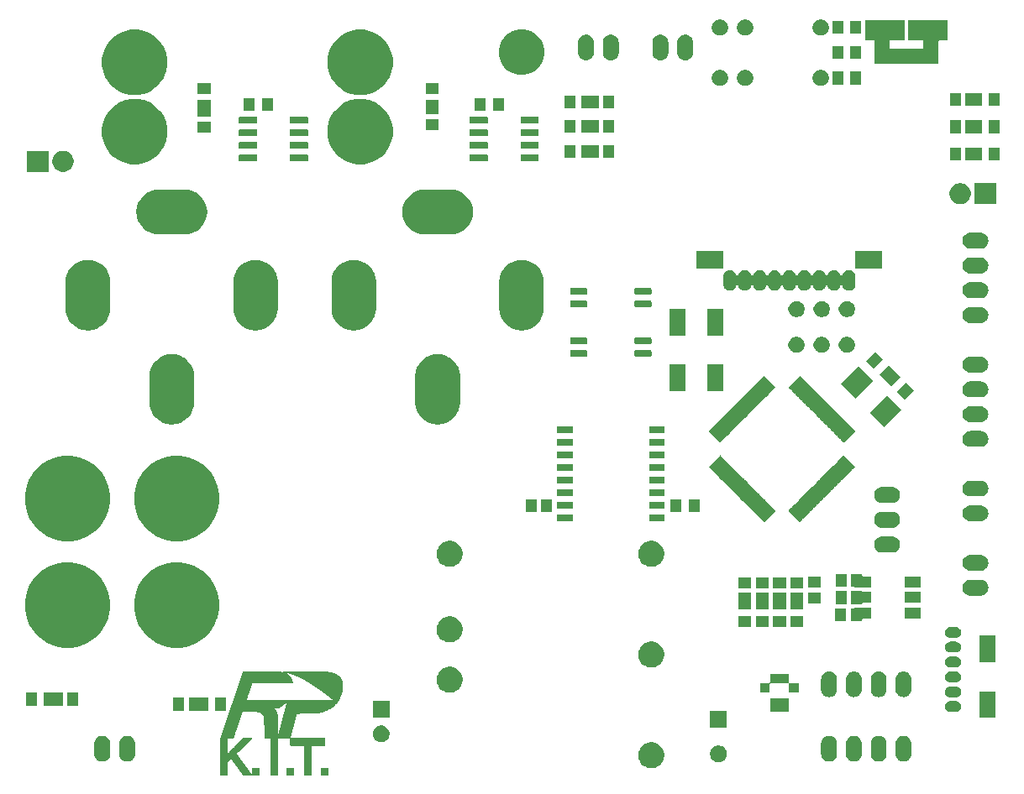
<source format=gbr>
G04 #@! TF.GenerationSoftware,KiCad,Pcbnew,(5.1.5)-3*
G04 #@! TF.CreationDate,2020-03-06T15:52:17+09:00*
G04 #@! TF.ProjectId,Electricity_Manager_40W,456c6563-7472-4696-9369-74795f4d616e,rev?*
G04 #@! TF.SameCoordinates,Original*
G04 #@! TF.FileFunction,Soldermask,Top*
G04 #@! TF.FilePolarity,Negative*
%FSLAX46Y46*%
G04 Gerber Fmt 4.6, Leading zero omitted, Abs format (unit mm)*
G04 Created by KiCad (PCBNEW (5.1.5)-3) date 2020-03-06 15:52:17*
%MOMM*%
%LPD*%
G04 APERTURE LIST*
%ADD10C,0.010000*%
%ADD11C,0.100000*%
G04 APERTURE END LIST*
D10*
G36*
X79478861Y-173939894D02*
G01*
X79478132Y-174007102D01*
X79477217Y-174074117D01*
X79476166Y-174138324D01*
X79475027Y-174197104D01*
X79473850Y-174247843D01*
X79472684Y-174287922D01*
X79471951Y-174307140D01*
X79467541Y-174406447D01*
X78824520Y-174406447D01*
X78824520Y-173671953D01*
X79481362Y-173671953D01*
X79478861Y-173939894D01*
G37*
X79478861Y-173939894D02*
X79478132Y-174007102D01*
X79477217Y-174074117D01*
X79476166Y-174138324D01*
X79475027Y-174197104D01*
X79473850Y-174247843D01*
X79472684Y-174287922D01*
X79471951Y-174307140D01*
X79467541Y-174406447D01*
X78824520Y-174406447D01*
X78824520Y-173671953D01*
X79481362Y-173671953D01*
X79478861Y-173939894D01*
G36*
X72491384Y-174398952D02*
G01*
X71824343Y-174398952D01*
X71824343Y-173664458D01*
X72491384Y-173664458D01*
X72491384Y-174398952D01*
G37*
X72491384Y-174398952D02*
X71824343Y-174398952D01*
X71824343Y-173664458D01*
X72491384Y-173664458D01*
X72491384Y-174398952D01*
G36*
X75998967Y-174398952D02*
G01*
X75316937Y-174398952D01*
X75316937Y-173671953D01*
X75998967Y-173671953D01*
X75998967Y-174398952D01*
G37*
X75998967Y-174398952D02*
X75316937Y-174398952D01*
X75316937Y-173671953D01*
X75998967Y-173671953D01*
X75998967Y-174398952D01*
G36*
X72912702Y-163958675D02*
G01*
X73096340Y-163958762D01*
X73271034Y-163958906D01*
X73436373Y-163959104D01*
X73591944Y-163959355D01*
X73737336Y-163959658D01*
X73872137Y-163960011D01*
X73995936Y-163960412D01*
X74108321Y-163960859D01*
X74208880Y-163961352D01*
X74297201Y-163961888D01*
X74372874Y-163962467D01*
X74435486Y-163963086D01*
X74484625Y-163963743D01*
X74519880Y-163964438D01*
X74540839Y-163965168D01*
X74546735Y-163965689D01*
X74565894Y-163969104D01*
X74596201Y-163973569D01*
X74633893Y-163978570D01*
X74675211Y-163983588D01*
X74686757Y-163984908D01*
X74753351Y-163994198D01*
X74826965Y-164007499D01*
X74902946Y-164023762D01*
X74976636Y-164041936D01*
X75043381Y-164060972D01*
X75084597Y-164074648D01*
X75105038Y-164082622D01*
X75133883Y-164094675D01*
X75167211Y-164109077D01*
X75201100Y-164124097D01*
X75231630Y-164138004D01*
X75254880Y-164149066D01*
X75264473Y-164154049D01*
X75275698Y-164160344D01*
X75296470Y-164171941D01*
X75323237Y-164186856D01*
X75338411Y-164195302D01*
X75367131Y-164211689D01*
X75391827Y-164226522D01*
X75408844Y-164237571D01*
X75413359Y-164241005D01*
X75425128Y-164250795D01*
X75444743Y-164266528D01*
X75468185Y-164284983D01*
X75470753Y-164286985D01*
X75533814Y-164341090D01*
X75591566Y-164400234D01*
X75620328Y-164434567D01*
X75636970Y-164455434D01*
X75650695Y-164471981D01*
X75657569Y-164479622D01*
X75674293Y-164500108D01*
X75694666Y-164531937D01*
X75717293Y-164572335D01*
X75740782Y-164618528D01*
X75763740Y-164667743D01*
X75784772Y-164717206D01*
X75802487Y-164764144D01*
X75806654Y-164776428D01*
X75840770Y-164893395D01*
X75862525Y-164996680D01*
X75868830Y-165034154D01*
X75238753Y-165032132D01*
X75162396Y-165031947D01*
X75072298Y-165031834D01*
X74969709Y-165031791D01*
X74855877Y-165031814D01*
X74732050Y-165031902D01*
X74599478Y-165032053D01*
X74459409Y-165032265D01*
X74313092Y-165032534D01*
X74161776Y-165032859D01*
X74006710Y-165033237D01*
X73849143Y-165033666D01*
X73690323Y-165034144D01*
X73531498Y-165034668D01*
X73373919Y-165035237D01*
X73218834Y-165035847D01*
X73210896Y-165035880D01*
X71813116Y-165041649D01*
X71795851Y-165090366D01*
X71784797Y-165122490D01*
X71773952Y-165155509D01*
X71767400Y-165176556D01*
X71759558Y-165201286D01*
X71752200Y-165222010D01*
X71749310Y-165229020D01*
X71744905Y-165240487D01*
X71736619Y-165263785D01*
X71725282Y-165296516D01*
X71711724Y-165336280D01*
X71696772Y-165380679D01*
X71693602Y-165390159D01*
X71674282Y-165447731D01*
X71652231Y-165512980D01*
X71629480Y-165579922D01*
X71608061Y-165642572D01*
X71595626Y-165678710D01*
X71579375Y-165726002D01*
X71563733Y-165771937D01*
X71549777Y-165813323D01*
X71538584Y-165846968D01*
X71531229Y-165869678D01*
X71531182Y-165869829D01*
X71522366Y-165897092D01*
X71514383Y-165920315D01*
X71509340Y-165933535D01*
X71504141Y-165947073D01*
X71495723Y-165970771D01*
X71485521Y-166000543D01*
X71480351Y-166015978D01*
X71469541Y-166048391D01*
X71459637Y-166077882D01*
X71452199Y-166099821D01*
X71450099Y-166105916D01*
X71440309Y-166134359D01*
X71426541Y-166174867D01*
X71409522Y-166225271D01*
X71389983Y-166283406D01*
X71368653Y-166347103D01*
X71346262Y-166414197D01*
X71340353Y-166431941D01*
X71325260Y-166477003D01*
X71311380Y-166517921D01*
X71299540Y-166552296D01*
X71290570Y-166577727D01*
X71285296Y-166591813D01*
X71284748Y-166593080D01*
X71278203Y-166609537D01*
X71268933Y-166635779D01*
X71258152Y-166668014D01*
X71247075Y-166702447D01*
X71236914Y-166735284D01*
X71228883Y-166762731D01*
X71224196Y-166780995D01*
X71223611Y-166784199D01*
X71221009Y-166802936D01*
X75622351Y-166804816D01*
X75918217Y-166804931D01*
X76206170Y-166805019D01*
X76485935Y-166805082D01*
X76757233Y-166805119D01*
X77019787Y-166805131D01*
X77273319Y-166805117D01*
X77517551Y-166805080D01*
X77752207Y-166805017D01*
X77977007Y-166804931D01*
X78191676Y-166804821D01*
X78395934Y-166804688D01*
X78589505Y-166804531D01*
X78772111Y-166804352D01*
X78943474Y-166804150D01*
X79103317Y-166803926D01*
X79251361Y-166803681D01*
X79387331Y-166803413D01*
X79510947Y-166803125D01*
X79621932Y-166802815D01*
X79720009Y-166802485D01*
X79804900Y-166802135D01*
X79876327Y-166801765D01*
X79934013Y-166801375D01*
X79977680Y-166800965D01*
X80007051Y-166800537D01*
X80021848Y-166800090D01*
X80023694Y-166799861D01*
X80017518Y-166790364D01*
X79999620Y-166773696D01*
X79970943Y-166750703D01*
X79957820Y-166740786D01*
X79939915Y-166726578D01*
X79927841Y-166716090D01*
X79917716Y-166707455D01*
X79898185Y-166691430D01*
X79871601Y-166669920D01*
X79840313Y-166644834D01*
X79821571Y-166629900D01*
X79788717Y-166603699D01*
X79759279Y-166580070D01*
X79735595Y-166560901D01*
X79720003Y-166548082D01*
X79715660Y-166544364D01*
X79700057Y-166531224D01*
X79685443Y-166519794D01*
X79671807Y-166509249D01*
X79650201Y-166492202D01*
X79624313Y-166471573D01*
X79611478Y-166461279D01*
X79584994Y-166440073D01*
X79561176Y-166421149D01*
X79543643Y-166407377D01*
X79538478Y-166403406D01*
X79519680Y-166388777D01*
X79503497Y-166375730D01*
X79481440Y-166357811D01*
X79457683Y-166339115D01*
X79428560Y-166316793D01*
X79397443Y-166293287D01*
X79365835Y-166269356D01*
X79331190Y-166242898D01*
X79301555Y-166220063D01*
X79276403Y-166200563D01*
X79256613Y-166185279D01*
X79238907Y-166171718D01*
X79220011Y-166157388D01*
X79196649Y-166139795D01*
X79165544Y-166116447D01*
X79154293Y-166108008D01*
X79123809Y-166085068D01*
X79095543Y-166063662D01*
X79072920Y-166046392D01*
X79060608Y-166036847D01*
X79049640Y-166028214D01*
X79039646Y-166020475D01*
X79027898Y-166011580D01*
X79011672Y-165999482D01*
X78988242Y-165982131D01*
X78963175Y-165963605D01*
X78939538Y-165945807D01*
X78919607Y-165930204D01*
X78907445Y-165919980D01*
X78906963Y-165919523D01*
X78891753Y-165908335D01*
X78875110Y-165899287D01*
X78860531Y-165890854D01*
X78854500Y-165883808D01*
X78848515Y-165876611D01*
X78833880Y-165867075D01*
X78831616Y-165865875D01*
X78811188Y-165853646D01*
X78794899Y-165841324D01*
X78779851Y-165828949D01*
X78759517Y-165813881D01*
X78753768Y-165809870D01*
X78725128Y-165789777D01*
X78696975Y-165769299D01*
X78673467Y-165751505D01*
X78660066Y-165740632D01*
X78646524Y-165730404D01*
X78627602Y-165717817D01*
X78624982Y-165716184D01*
X78607951Y-165705020D01*
X78582639Y-165687671D01*
X78552850Y-165666821D01*
X78522388Y-165645150D01*
X78495057Y-165625344D01*
X78476010Y-165611121D01*
X78462480Y-165601504D01*
X78440737Y-165586830D01*
X78415219Y-165570089D01*
X78412304Y-165568206D01*
X78388806Y-165552516D01*
X78370783Y-165539477D01*
X78361529Y-165531496D01*
X78361023Y-165530726D01*
X78353339Y-165523645D01*
X78337261Y-165513323D01*
X78331043Y-165509841D01*
X78311113Y-165498117D01*
X78284494Y-165481231D01*
X78256720Y-165462700D01*
X78254913Y-165461458D01*
X78228117Y-165443006D01*
X78203085Y-165425777D01*
X78184873Y-165413251D01*
X78183712Y-165412453D01*
X78169030Y-165402633D01*
X78144883Y-165386775D01*
X78114422Y-165366936D01*
X78080797Y-165345175D01*
X78075037Y-165341461D01*
X78041529Y-165319694D01*
X78011021Y-165299562D01*
X77986541Y-165283083D01*
X77971117Y-165272276D01*
X77969513Y-165271072D01*
X77949333Y-165257669D01*
X77925518Y-165244496D01*
X77922670Y-165243110D01*
X77905432Y-165233683D01*
X77895855Y-165226105D01*
X77895161Y-165224562D01*
X77889041Y-165218737D01*
X77872723Y-165207901D01*
X77849269Y-165194031D01*
X77839437Y-165188550D01*
X77813377Y-165173678D01*
X77792583Y-165160748D01*
X77780473Y-165151924D01*
X77778948Y-165150256D01*
X77769954Y-165142697D01*
X77752112Y-165131736D01*
X77738672Y-165124550D01*
X77713997Y-165110929D01*
X77683719Y-165092659D01*
X77655008Y-165074102D01*
X77601959Y-165039875D01*
X77543950Y-165005606D01*
X77479197Y-164970073D01*
X77456147Y-164957030D01*
X77439050Y-164945946D01*
X77431638Y-164939256D01*
X77424179Y-164933086D01*
X77406384Y-164922307D01*
X77381433Y-164908784D01*
X77367931Y-164901907D01*
X77337512Y-164886123D01*
X77309629Y-164870613D01*
X77288963Y-164858013D01*
X77284331Y-164854802D01*
X77267133Y-164843656D01*
X77238063Y-164826624D01*
X77198658Y-164804517D01*
X77150457Y-164778145D01*
X77094998Y-164748320D01*
X77033819Y-164715853D01*
X76968457Y-164681553D01*
X76900452Y-164646233D01*
X76831341Y-164610704D01*
X76762662Y-164575775D01*
X76695953Y-164542259D01*
X76632752Y-164510965D01*
X76624786Y-164507059D01*
X76580936Y-164486094D01*
X76527849Y-164461502D01*
X76469498Y-164435055D01*
X76409853Y-164408525D01*
X76352888Y-164383681D01*
X76302573Y-164362297D01*
X76272529Y-164349970D01*
X76248853Y-164340361D01*
X76216656Y-164327144D01*
X76181243Y-164312500D01*
X76163853Y-164305269D01*
X76130640Y-164291591D01*
X76099705Y-164279136D01*
X76075526Y-164269693D01*
X76066421Y-164266323D01*
X76043450Y-164257923D01*
X76015356Y-164247288D01*
X76002714Y-164242390D01*
X75956635Y-164224599D01*
X75919751Y-164210951D01*
X75887444Y-164199767D01*
X75867807Y-164193374D01*
X75809868Y-164174806D01*
X75760716Y-164158840D01*
X75721753Y-164145938D01*
X75694382Y-164136567D01*
X75680436Y-164131374D01*
X75671638Y-164128020D01*
X75658419Y-164123721D01*
X75638653Y-164117860D01*
X75610210Y-164109820D01*
X75570965Y-164098983D01*
X75534287Y-164088955D01*
X75502414Y-164080171D01*
X75468954Y-164070815D01*
X75455591Y-164067031D01*
X75401923Y-164052895D01*
X75337016Y-164037670D01*
X75264511Y-164022079D01*
X75188050Y-164006848D01*
X75111272Y-163992699D01*
X75037820Y-163980357D01*
X74971334Y-163970546D01*
X74968427Y-163970157D01*
X74962523Y-163969146D01*
X74960841Y-163968202D01*
X74963844Y-163967323D01*
X74971994Y-163966506D01*
X74985754Y-163965749D01*
X75005587Y-163965050D01*
X75031954Y-163964405D01*
X75065320Y-163963813D01*
X75106146Y-163963271D01*
X75154895Y-163962776D01*
X75212029Y-163962326D01*
X75278012Y-163961919D01*
X75353306Y-163961553D01*
X75438373Y-163961224D01*
X75533676Y-163960930D01*
X75639678Y-163960669D01*
X75756841Y-163960439D01*
X75885629Y-163960236D01*
X76026503Y-163960059D01*
X76179926Y-163959905D01*
X76346361Y-163959771D01*
X76526270Y-163959656D01*
X76720117Y-163959556D01*
X76928363Y-163959470D01*
X76988285Y-163959448D01*
X77202202Y-163959377D01*
X77401696Y-163959323D01*
X77587335Y-163959294D01*
X77759686Y-163959294D01*
X77919317Y-163959331D01*
X78066793Y-163959409D01*
X78202684Y-163959536D01*
X78327555Y-163959717D01*
X78441975Y-163959958D01*
X78546510Y-163960266D01*
X78641727Y-163960646D01*
X78728195Y-163961104D01*
X78806479Y-163961646D01*
X78877148Y-163962279D01*
X78940768Y-163963009D01*
X78997908Y-163963841D01*
X79049133Y-163964782D01*
X79095011Y-163965837D01*
X79136110Y-163967013D01*
X79172996Y-163968316D01*
X79206238Y-163969751D01*
X79236401Y-163971325D01*
X79264054Y-163973045D01*
X79289764Y-163974915D01*
X79314097Y-163976942D01*
X79337622Y-163979131D01*
X79360905Y-163981490D01*
X79384513Y-163984024D01*
X79394128Y-163985083D01*
X79525310Y-164001654D01*
X79646482Y-164021589D01*
X79762240Y-164045954D01*
X79877182Y-164075812D01*
X79995903Y-164112229D01*
X80104328Y-164149531D01*
X80129172Y-164159708D01*
X80163898Y-164175641D01*
X80205337Y-164195708D01*
X80250322Y-164218288D01*
X80295685Y-164241757D01*
X80338259Y-164264495D01*
X80374876Y-164284880D01*
X80402369Y-164301290D01*
X80408381Y-164305206D01*
X80512930Y-164382472D01*
X80605623Y-164466242D01*
X80689060Y-164559060D01*
X80748045Y-164637450D01*
X80761969Y-164659906D01*
X80779276Y-164691407D01*
X80797543Y-164727181D01*
X80814351Y-164762452D01*
X80827277Y-164792446D01*
X80829302Y-164797707D01*
X80839707Y-164825409D01*
X80850852Y-164854858D01*
X80852770Y-164859899D01*
X80867502Y-164902607D01*
X80883890Y-164957415D01*
X80893627Y-164992933D01*
X80906109Y-165049916D01*
X80916725Y-165118448D01*
X80925252Y-165195177D01*
X80931468Y-165276753D01*
X80935149Y-165359826D01*
X80936072Y-165441043D01*
X80934015Y-165517055D01*
X80931256Y-165558793D01*
X80927594Y-165600177D01*
X80923802Y-165637105D01*
X80919393Y-165673163D01*
X80913879Y-165711934D01*
X80906772Y-165757003D01*
X80897584Y-165811955D01*
X80893740Y-165834459D01*
X80885412Y-165875435D01*
X80872920Y-165926955D01*
X80857236Y-165985481D01*
X80839337Y-166047475D01*
X80820196Y-166109401D01*
X80806557Y-166150885D01*
X80788866Y-166203035D01*
X80775078Y-166243187D01*
X80764368Y-166273563D01*
X80755911Y-166296389D01*
X80748880Y-166313891D01*
X80742451Y-166328291D01*
X80735798Y-166341817D01*
X80735500Y-166342402D01*
X80726311Y-166362505D01*
X80721114Y-166377926D01*
X80720682Y-166381053D01*
X80717503Y-166390732D01*
X80708727Y-166411369D01*
X80695461Y-166440513D01*
X80678812Y-166475714D01*
X80665495Y-166503142D01*
X80646608Y-166542050D01*
X80629784Y-166577474D01*
X80616282Y-166606704D01*
X80607360Y-166627032D01*
X80604578Y-166634302D01*
X80597106Y-166653351D01*
X80584185Y-166681388D01*
X80567858Y-166714419D01*
X80550166Y-166748449D01*
X80533153Y-166779482D01*
X80518862Y-166803523D01*
X80515261Y-166808993D01*
X80498702Y-166835109D01*
X80482630Y-166863333D01*
X80479862Y-166868635D01*
X80461119Y-166901926D01*
X80434833Y-166943619D01*
X80403007Y-166990562D01*
X80396760Y-166999446D01*
X80380755Y-167022183D01*
X80363531Y-167046795D01*
X80360962Y-167050481D01*
X80323915Y-167100161D01*
X80278228Y-167155894D01*
X80226785Y-167214569D01*
X80172471Y-167273070D01*
X80118169Y-167328285D01*
X80066765Y-167377100D01*
X80024409Y-167413765D01*
X80002542Y-167431675D01*
X79982642Y-167448210D01*
X79974631Y-167454986D01*
X79959448Y-167467105D01*
X79933764Y-167486572D01*
X79899326Y-167512092D01*
X79857880Y-167542372D01*
X79813839Y-167574199D01*
X79791349Y-167589021D01*
X79763765Y-167605422D01*
X79750133Y-167612916D01*
X79726245Y-167626484D01*
X79705862Y-167639622D01*
X79697669Y-167645865D01*
X79687255Y-167652493D01*
X79665344Y-167664708D01*
X79633904Y-167681512D01*
X79594904Y-167701911D01*
X79550313Y-167724907D01*
X79502100Y-167749504D01*
X79452235Y-167774705D01*
X79402685Y-167799514D01*
X79355421Y-167822935D01*
X79312410Y-167843971D01*
X79275622Y-167861625D01*
X79247026Y-167874902D01*
X79232989Y-167881035D01*
X79199527Y-167894523D01*
X79162811Y-167908707D01*
X79143051Y-167916047D01*
X79116851Y-167925685D01*
X79094556Y-167934110D01*
X79083092Y-167938642D01*
X79039828Y-167954844D01*
X78984255Y-167972673D01*
X78918883Y-167991497D01*
X78846220Y-168010682D01*
X78768778Y-168029599D01*
X78689065Y-168047613D01*
X78609591Y-168064094D01*
X78532865Y-168078408D01*
X78518110Y-168080949D01*
X78483060Y-168087020D01*
X78452727Y-168092507D01*
X78430602Y-168096765D01*
X78420677Y-168098987D01*
X78408338Y-168101305D01*
X78384953Y-168104649D01*
X78354384Y-168108492D01*
X78333608Y-168110883D01*
X78295617Y-168115175D01*
X78248903Y-168120558D01*
X78199625Y-168126319D01*
X78157480Y-168131317D01*
X78140037Y-168133205D01*
X78120318Y-168134905D01*
X78097455Y-168136430D01*
X78070576Y-168137793D01*
X78038814Y-168139008D01*
X78001297Y-168140088D01*
X77957157Y-168141045D01*
X77905523Y-168141894D01*
X77845526Y-168142646D01*
X77776296Y-168143316D01*
X77696964Y-168143916D01*
X77606660Y-168144459D01*
X77504514Y-168144959D01*
X77389656Y-168145429D01*
X77261217Y-168145881D01*
X77174463Y-168146158D01*
X77040622Y-168146583D01*
X76920974Y-168146993D01*
X76814724Y-168147400D01*
X76721074Y-168147820D01*
X76639230Y-168148265D01*
X76568393Y-168148751D01*
X76507769Y-168149291D01*
X76456560Y-168149898D01*
X76413972Y-168150587D01*
X76379207Y-168151372D01*
X76351469Y-168152267D01*
X76329961Y-168153285D01*
X76313889Y-168154441D01*
X76302455Y-168155749D01*
X76294863Y-168157222D01*
X76290318Y-168158874D01*
X76288022Y-168160720D01*
X76287480Y-168161691D01*
X76283423Y-168174392D01*
X76276906Y-168197587D01*
X76269054Y-168227213D01*
X76265286Y-168241944D01*
X76252599Y-168291639D01*
X76236776Y-168352807D01*
X76218601Y-168422457D01*
X76198861Y-168497594D01*
X76178342Y-168575225D01*
X76157830Y-168652358D01*
X76141303Y-168714119D01*
X76128029Y-168763712D01*
X76114755Y-168813569D01*
X76102489Y-168859888D01*
X76092238Y-168898867D01*
X76085710Y-168923974D01*
X76078165Y-168953119D01*
X76067771Y-168993045D01*
X76055495Y-169040036D01*
X76042310Y-169090378D01*
X76029916Y-169137577D01*
X76014630Y-169195727D01*
X75997313Y-169261641D01*
X75979581Y-169329167D01*
X75963049Y-169392151D01*
X75954135Y-169426128D01*
X75941370Y-169474692D01*
X75928756Y-169522491D01*
X75917222Y-169566020D01*
X75907697Y-169601772D01*
X75901517Y-169624742D01*
X75895132Y-169648385D01*
X75887599Y-169676570D01*
X75878536Y-169710746D01*
X75867560Y-169752362D01*
X75854292Y-169802869D01*
X75838348Y-169863714D01*
X75819348Y-169936349D01*
X75799913Y-170010726D01*
X75782437Y-170077809D01*
X75766126Y-170140848D01*
X75750009Y-170203640D01*
X75733114Y-170269982D01*
X75714471Y-170343670D01*
X75695449Y-170419194D01*
X75684579Y-170462274D01*
X75673501Y-170505938D01*
X75663474Y-170545240D01*
X75655754Y-170575234D01*
X75655403Y-170576586D01*
X75647653Y-170606756D01*
X75640852Y-170633815D01*
X75636361Y-170652342D01*
X75636091Y-170653518D01*
X75631379Y-170674239D01*
X74989479Y-170673892D01*
X74862104Y-170673900D01*
X74749412Y-170674070D01*
X74651092Y-170674406D01*
X74566840Y-170674912D01*
X74496345Y-170675591D01*
X74439302Y-170676447D01*
X74395402Y-170677484D01*
X74364338Y-170678706D01*
X74345802Y-170680115D01*
X74339601Y-170681522D01*
X74337599Y-170688878D01*
X74348359Y-170693875D01*
X74365093Y-170698251D01*
X74365093Y-174391457D01*
X73698052Y-174391457D01*
X73697707Y-174352110D01*
X73697674Y-174341101D01*
X73697638Y-174315772D01*
X73697601Y-174276790D01*
X73697561Y-174224824D01*
X73697519Y-174160542D01*
X73697476Y-174084612D01*
X73697432Y-173997704D01*
X73697388Y-173900486D01*
X73697342Y-173793626D01*
X73697296Y-173677792D01*
X73697251Y-173553653D01*
X73697205Y-173421879D01*
X73697160Y-173283136D01*
X73697116Y-173138094D01*
X73697073Y-172987420D01*
X73697031Y-172831785D01*
X73696991Y-172671855D01*
X73696956Y-172522916D01*
X73696919Y-172328261D01*
X73696901Y-172148045D01*
X73696907Y-171981715D01*
X73696938Y-171828721D01*
X73697000Y-171688510D01*
X73697094Y-171560532D01*
X73697225Y-171444235D01*
X73697397Y-171339068D01*
X73697611Y-171244479D01*
X73697873Y-171159916D01*
X73698185Y-171084829D01*
X73698550Y-171018666D01*
X73698973Y-170960875D01*
X73699456Y-170910904D01*
X73700004Y-170868204D01*
X73700618Y-170832221D01*
X73701304Y-170802405D01*
X73702063Y-170778205D01*
X73702901Y-170759068D01*
X73703819Y-170744443D01*
X73704822Y-170733779D01*
X73705913Y-170726525D01*
X73707095Y-170722128D01*
X73708135Y-170720269D01*
X73716592Y-170703815D01*
X73717541Y-170692617D01*
X73716594Y-170688968D01*
X73714023Y-170685960D01*
X73708476Y-170683519D01*
X73698602Y-170681575D01*
X73683050Y-170680053D01*
X73660467Y-170678883D01*
X73629503Y-170677990D01*
X73588805Y-170677303D01*
X73537022Y-170676750D01*
X73472804Y-170676257D01*
X73404172Y-170675811D01*
X73092980Y-170673856D01*
X73088091Y-170465955D01*
X73087245Y-170427297D01*
X73086202Y-170375127D01*
X73084987Y-170310924D01*
X73083626Y-170236164D01*
X73082144Y-170152324D01*
X73080567Y-170060882D01*
X73078920Y-169963315D01*
X73077229Y-169861099D01*
X73075519Y-169755712D01*
X73073816Y-169648632D01*
X73072276Y-169549793D01*
X73070652Y-169446240D01*
X73069025Y-169345694D01*
X73067416Y-169249334D01*
X73065847Y-169158339D01*
X73064341Y-169073887D01*
X73062918Y-168997157D01*
X73061602Y-168929327D01*
X73060414Y-168871575D01*
X73059375Y-168825082D01*
X73058509Y-168791024D01*
X73057836Y-168770580D01*
X73057745Y-168768592D01*
X73045990Y-168655279D01*
X73021918Y-168548902D01*
X72984876Y-168446989D01*
X72958688Y-168391841D01*
X72932428Y-168342743D01*
X72908340Y-168303057D01*
X72883165Y-168268415D01*
X72853645Y-168234447D01*
X72816519Y-168196787D01*
X72804382Y-168185047D01*
X72772730Y-168156263D01*
X72741794Y-168132200D01*
X72706986Y-168109664D01*
X72663715Y-168085460D01*
X72653861Y-168080252D01*
X72597622Y-168051737D01*
X72548933Y-168029731D01*
X72502849Y-168012461D01*
X72454422Y-167998159D01*
X72398708Y-167985055D01*
X72372735Y-167979642D01*
X72280317Y-167960888D01*
X71550619Y-167960888D01*
X71424847Y-167960925D01*
X71313323Y-167961042D01*
X71215306Y-167961248D01*
X71130055Y-167961553D01*
X71056827Y-167961967D01*
X70994883Y-167962498D01*
X70943480Y-167963157D01*
X70901876Y-167963952D01*
X70869332Y-167964894D01*
X70845105Y-167965991D01*
X70828454Y-167967253D01*
X70818637Y-167968689D01*
X70814945Y-167970256D01*
X70809327Y-167982242D01*
X70800610Y-168004230D01*
X70790343Y-168031969D01*
X70780076Y-168061212D01*
X70771358Y-168087708D01*
X70767794Y-168099542D01*
X70761384Y-168119256D01*
X70751832Y-168145695D01*
X70745087Y-168163248D01*
X70734947Y-168190206D01*
X70726411Y-168215127D01*
X70722874Y-168226955D01*
X70716469Y-168248153D01*
X70707529Y-168274299D01*
X70704272Y-168283166D01*
X70695015Y-168308914D01*
X70687039Y-168332934D01*
X70685087Y-168339377D01*
X70680201Y-168354692D01*
X70671425Y-168380734D01*
X70659917Y-168414117D01*
X70646836Y-168451454D01*
X70644063Y-168459295D01*
X70629855Y-168499751D01*
X70616076Y-168539601D01*
X70604224Y-168574474D01*
X70595796Y-168600000D01*
X70595254Y-168601696D01*
X70586315Y-168628791D01*
X70574172Y-168664232D01*
X70560801Y-168702299D01*
X70553879Y-168721614D01*
X70538095Y-168765444D01*
X70526517Y-168798025D01*
X70518184Y-168822180D01*
X70512131Y-168840729D01*
X70507396Y-168856495D01*
X70505278Y-168864016D01*
X70498980Y-168883724D01*
X70489502Y-168910157D01*
X70482768Y-168927722D01*
X70472546Y-168954692D01*
X70463809Y-168979621D01*
X70460107Y-168991428D01*
X70455272Y-169006742D01*
X70446538Y-169032782D01*
X70435060Y-169066162D01*
X70421993Y-169103497D01*
X70419218Y-169111345D01*
X70405010Y-169151802D01*
X70391231Y-169191651D01*
X70379379Y-169226524D01*
X70370950Y-169252051D01*
X70370409Y-169253747D01*
X70361477Y-169280849D01*
X70349356Y-169316301D01*
X70336019Y-169354376D01*
X70329129Y-169373665D01*
X70316374Y-169409596D01*
X70304202Y-169444757D01*
X70294390Y-169473982D01*
X70290507Y-169486087D01*
X70283964Y-169506792D01*
X70277468Y-169526273D01*
X70269584Y-169548618D01*
X70258880Y-169577917D01*
X70248477Y-169606004D01*
X70237963Y-169635226D01*
X70225743Y-169670535D01*
X70213620Y-169706588D01*
X70203397Y-169738044D01*
X70197915Y-169755901D01*
X70193859Y-169768593D01*
X70185599Y-169793457D01*
X70173814Y-169828491D01*
X70159178Y-169871695D01*
X70142368Y-169921066D01*
X70124062Y-169974604D01*
X70119387Y-169988241D01*
X70100330Y-170043919D01*
X70082169Y-170097200D01*
X70065674Y-170145808D01*
X70051616Y-170187465D01*
X70040766Y-170219892D01*
X70033893Y-170240812D01*
X70033175Y-170243066D01*
X70023033Y-170274067D01*
X70012288Y-170305334D01*
X70006353Y-170321761D01*
X69997268Y-170347504D01*
X69989615Y-170371521D01*
X69987794Y-170377973D01*
X69982049Y-170397317D01*
X69973371Y-170424073D01*
X69966077Y-170445426D01*
X69953022Y-170482756D01*
X69943738Y-170509491D01*
X69937026Y-170529180D01*
X69931688Y-170545369D01*
X69926523Y-170561607D01*
X69923012Y-170572838D01*
X69913289Y-170602494D01*
X69902698Y-170632594D01*
X69899131Y-170642137D01*
X69886928Y-170673962D01*
X69596945Y-170673991D01*
X69511971Y-170674189D01*
X69441747Y-170674769D01*
X69386036Y-170675738D01*
X69344604Y-170677103D01*
X69317215Y-170678869D01*
X69303634Y-170681043D01*
X69302039Y-170681986D01*
X69302637Y-170693017D01*
X69309091Y-170703187D01*
X69311025Y-170706370D01*
X69312741Y-170711961D01*
X69314251Y-170720807D01*
X69315570Y-170733757D01*
X69316710Y-170751657D01*
X69317683Y-170775354D01*
X69318502Y-170805697D01*
X69319181Y-170843531D01*
X69319731Y-170889705D01*
X69320166Y-170945067D01*
X69320498Y-171010462D01*
X69320740Y-171086739D01*
X69320906Y-171174745D01*
X69321007Y-171275328D01*
X69321057Y-171389334D01*
X69321068Y-171497167D01*
X69321130Y-171637918D01*
X69321316Y-171763938D01*
X69321630Y-171875485D01*
X69322075Y-171972819D01*
X69322652Y-172056197D01*
X69323364Y-172125878D01*
X69324215Y-172182120D01*
X69325206Y-172225182D01*
X69326340Y-172255322D01*
X69327620Y-172272798D01*
X69328920Y-172277914D01*
X69331754Y-172277398D01*
X69335784Y-172275190D01*
X69342007Y-172270298D01*
X69351417Y-172261729D01*
X69365012Y-172248493D01*
X69383787Y-172229597D01*
X69408737Y-172204048D01*
X69440859Y-172170856D01*
X69481150Y-172129029D01*
X69530604Y-172077574D01*
X69542166Y-172065537D01*
X69581206Y-172024909D01*
X69618713Y-171985925D01*
X69655560Y-171947687D01*
X69692620Y-171909297D01*
X69730765Y-171869857D01*
X69770867Y-171828469D01*
X69813799Y-171784236D01*
X69860435Y-171736260D01*
X69911645Y-171683643D01*
X69968304Y-171625487D01*
X70031283Y-171560894D01*
X70101455Y-171488966D01*
X70179693Y-171408806D01*
X70266870Y-171319516D01*
X70340366Y-171244252D01*
X70425698Y-171156875D01*
X70501174Y-171079610D01*
X70567408Y-171011849D01*
X70625020Y-170952980D01*
X70674624Y-170902394D01*
X70716839Y-170859481D01*
X70752281Y-170823631D01*
X70781567Y-170794234D01*
X70805313Y-170770680D01*
X70824138Y-170752359D01*
X70838657Y-170738661D01*
X70849488Y-170728976D01*
X70857248Y-170722694D01*
X70862552Y-170719205D01*
X70866019Y-170717899D01*
X70868266Y-170718166D01*
X70869908Y-170719396D01*
X70870534Y-170720021D01*
X70878887Y-170723011D01*
X70890669Y-170715805D01*
X70901397Y-170705156D01*
X70923482Y-170681513D01*
X71343428Y-170681513D01*
X71433367Y-170681529D01*
X71509484Y-170681600D01*
X71572946Y-170681767D01*
X71624921Y-170682070D01*
X71666575Y-170682547D01*
X71699077Y-170683238D01*
X71723594Y-170684182D01*
X71741292Y-170685419D01*
X71753340Y-170686989D01*
X71760905Y-170688929D01*
X71765155Y-170691281D01*
X71767256Y-170694083D01*
X71767920Y-170695835D01*
X71767280Y-170703544D01*
X71760638Y-170715178D01*
X71746822Y-170732121D01*
X71724660Y-170755758D01*
X71692980Y-170787472D01*
X71677476Y-170802636D01*
X71605468Y-170872870D01*
X71525900Y-170950724D01*
X71438494Y-171036470D01*
X71342977Y-171130381D01*
X71239071Y-171232730D01*
X71126501Y-171343787D01*
X71004992Y-171463825D01*
X70874267Y-171593116D01*
X70734052Y-171731933D01*
X70584071Y-171880547D01*
X70424048Y-172039231D01*
X70256464Y-172205520D01*
X70229863Y-172232625D01*
X70213192Y-172251599D01*
X70205137Y-172264220D01*
X70204384Y-172272272D01*
X70205654Y-172274401D01*
X70218075Y-172281123D01*
X70224564Y-172280483D01*
X70235522Y-172283864D01*
X70248807Y-172299847D01*
X70250988Y-172303413D01*
X70262230Y-172320161D01*
X70271210Y-172329606D01*
X70273147Y-172330377D01*
X70280127Y-172336558D01*
X70284231Y-172345609D01*
X70292667Y-172362125D01*
X70305347Y-172379158D01*
X70321022Y-172398098D01*
X70337545Y-172419868D01*
X70339082Y-172422012D01*
X70367199Y-172461346D01*
X70394903Y-172499754D01*
X70420593Y-172535051D01*
X70442670Y-172565053D01*
X70459534Y-172587575D01*
X70469587Y-172600433D01*
X70470501Y-172601498D01*
X70482944Y-172618370D01*
X70490711Y-172631477D01*
X70502755Y-172650360D01*
X70511890Y-172661473D01*
X70523865Y-172675628D01*
X70538711Y-172695322D01*
X70542726Y-172701000D01*
X70557498Y-172721866D01*
X70576514Y-172748217D01*
X70591443Y-172768618D01*
X70610485Y-172794703D01*
X70629003Y-172820495D01*
X70640159Y-172836347D01*
X70655245Y-172857571D01*
X70669235Y-172876360D01*
X70671946Y-172879829D01*
X70683667Y-172894831D01*
X70698416Y-172914247D01*
X70717490Y-172939820D01*
X70742187Y-172973295D01*
X70773803Y-173016415D01*
X70790056Y-173038639D01*
X70814675Y-173072311D01*
X70837741Y-173103833D01*
X70857021Y-173130156D01*
X70870283Y-173148230D01*
X70872499Y-173151242D01*
X70889740Y-173174940D01*
X70906940Y-173199006D01*
X70908588Y-173201344D01*
X70919275Y-173216230D01*
X70936754Y-173240237D01*
X70958888Y-173270444D01*
X70983542Y-173303932D01*
X70992416Y-173315948D01*
X71017458Y-173349939D01*
X71040730Y-173381725D01*
X71060093Y-173408374D01*
X71073408Y-173426949D01*
X71076245Y-173431002D01*
X71090876Y-173451035D01*
X71104448Y-173467865D01*
X71106314Y-173469951D01*
X71118908Y-173486647D01*
X71130865Y-173506668D01*
X71140613Y-173522073D01*
X71148781Y-173529444D01*
X71149495Y-173529551D01*
X71156921Y-173535741D01*
X71161127Y-173544782D01*
X71169528Y-173561299D01*
X71182243Y-173578513D01*
X71195229Y-173594382D01*
X71212743Y-173617183D01*
X71228504Y-173638561D01*
X71247326Y-173664590D01*
X71265688Y-173689889D01*
X71277220Y-173705703D01*
X71294501Y-173729648D01*
X71312388Y-173754917D01*
X71314694Y-173758222D01*
X71329465Y-173779067D01*
X71348479Y-173805403D01*
X71363411Y-173825804D01*
X71382457Y-173851910D01*
X71400978Y-173877744D01*
X71412127Y-173893628D01*
X71426923Y-173914042D01*
X71440540Y-173931198D01*
X71443413Y-173934462D01*
X71457138Y-173952442D01*
X71465061Y-173965558D01*
X71476247Y-173983677D01*
X71484482Y-173994231D01*
X71494801Y-174006755D01*
X71511263Y-174028115D01*
X71531339Y-174054922D01*
X71552498Y-174083788D01*
X71572211Y-174111323D01*
X71577014Y-174118171D01*
X71592147Y-174139326D01*
X71606158Y-174158071D01*
X71608800Y-174161446D01*
X71618357Y-174173980D01*
X71634357Y-174195501D01*
X71654462Y-174222845D01*
X71673578Y-174249056D01*
X71695784Y-174279458D01*
X71716359Y-174307340D01*
X71732796Y-174329319D01*
X71741622Y-174340811D01*
X71753236Y-174362461D01*
X71753160Y-174376411D01*
X71751777Y-174379753D01*
X71749117Y-174382560D01*
X71743961Y-174384878D01*
X71735091Y-174386754D01*
X71721288Y-174388234D01*
X71701335Y-174389367D01*
X71674012Y-174390197D01*
X71638102Y-174390772D01*
X71592385Y-174391139D01*
X71535644Y-174391344D01*
X71466660Y-174391435D01*
X71384214Y-174391457D01*
X71360961Y-174391457D01*
X71274855Y-174391442D01*
X71202507Y-174391365D01*
X71142683Y-174391181D01*
X71094153Y-174390844D01*
X71055683Y-174390307D01*
X71026042Y-174389526D01*
X71003997Y-174388453D01*
X70988316Y-174387044D01*
X70977766Y-174385251D01*
X70971117Y-174383030D01*
X70967134Y-174380335D01*
X70964586Y-174377118D01*
X70964307Y-174376677D01*
X70953281Y-174366662D01*
X70944757Y-174365857D01*
X70933915Y-174362638D01*
X70920710Y-174348155D01*
X70918641Y-174345037D01*
X70903287Y-174321900D01*
X70886178Y-174297393D01*
X70883741Y-174294025D01*
X70867129Y-174270452D01*
X70851174Y-174246671D01*
X70849090Y-174243434D01*
X70837627Y-174227779D01*
X70828681Y-174219478D01*
X70827295Y-174219076D01*
X70820315Y-174212896D01*
X70816211Y-174203845D01*
X70807775Y-174187328D01*
X70795095Y-174170296D01*
X70779932Y-174151866D01*
X70763216Y-174129675D01*
X70760076Y-174125260D01*
X70742747Y-174100898D01*
X70724829Y-174076200D01*
X70722602Y-174073176D01*
X70708704Y-174054167D01*
X70690069Y-174028432D01*
X70670664Y-174001448D01*
X70670138Y-174000714D01*
X70636761Y-173954318D01*
X70608271Y-173915146D01*
X70585849Y-173884809D01*
X70570677Y-173864919D01*
X70569209Y-173863071D01*
X70556037Y-173845341D01*
X70544339Y-173828126D01*
X70534389Y-173813507D01*
X70518191Y-173790583D01*
X70498411Y-173763103D01*
X70486515Y-173746784D01*
X70458184Y-173708071D01*
X70437155Y-173679206D01*
X70421842Y-173657962D01*
X70410661Y-173642114D01*
X70402030Y-173629437D01*
X70394362Y-173617705D01*
X70391905Y-173613868D01*
X70380442Y-173598213D01*
X70371496Y-173589912D01*
X70370110Y-173589510D01*
X70363130Y-173583330D01*
X70359026Y-173574279D01*
X70350590Y-173557762D01*
X70337910Y-173540729D01*
X70322801Y-173522318D01*
X70306127Y-173500069D01*
X70302891Y-173495485D01*
X70286818Y-173473016D01*
X70271035Y-173451890D01*
X70268375Y-173448465D01*
X70256513Y-173432533D01*
X70239634Y-173408855D01*
X70221081Y-173382130D01*
X70218188Y-173377896D01*
X70201095Y-173353050D01*
X70186565Y-173332341D01*
X70177197Y-173319465D01*
X70175996Y-173317938D01*
X70148890Y-173283790D01*
X70122278Y-173247596D01*
X70098271Y-173213010D01*
X70081150Y-173188158D01*
X70066555Y-173167448D01*
X70057098Y-173154573D01*
X70055876Y-173153051D01*
X70044561Y-173138645D01*
X70026216Y-173114117D01*
X70002427Y-173081610D01*
X69983752Y-173055762D01*
X69967142Y-173032902D01*
X69946198Y-173004396D01*
X69926406Y-172977695D01*
X69908384Y-172952827D01*
X69892997Y-172930368D01*
X69883351Y-172914865D01*
X69882882Y-172913989D01*
X69871557Y-172895794D01*
X69862956Y-172884995D01*
X69853218Y-172873208D01*
X69838332Y-172853555D01*
X69823122Y-172832531D01*
X69806355Y-172809298D01*
X69791548Y-172789558D01*
X69782749Y-172778592D01*
X69771189Y-172762669D01*
X69760192Y-172743900D01*
X69754581Y-172732851D01*
X69749502Y-172724433D01*
X69743793Y-172719416D01*
X69736295Y-172718568D01*
X69725847Y-172722657D01*
X69711288Y-172732452D01*
X69691460Y-172748720D01*
X69665201Y-172772230D01*
X69631352Y-172803750D01*
X69588752Y-172844048D01*
X69542166Y-172888273D01*
X69504413Y-172924183D01*
X69464564Y-172962241D01*
X69426297Y-172998924D01*
X69393290Y-173030709D01*
X69379153Y-173044397D01*
X69313573Y-173108075D01*
X69313573Y-174383963D01*
X68993169Y-174384536D01*
X68924900Y-174384715D01*
X68860992Y-174384992D01*
X68803064Y-174385351D01*
X68752736Y-174385778D01*
X68711629Y-174386258D01*
X68681361Y-174386776D01*
X68663552Y-174387316D01*
X68659619Y-174387625D01*
X68658223Y-174387394D01*
X68656929Y-174385784D01*
X68655734Y-174382247D01*
X68654634Y-174376237D01*
X68653624Y-174367207D01*
X68652702Y-174354610D01*
X68651862Y-174337899D01*
X68651103Y-174316527D01*
X68650418Y-174289949D01*
X68649806Y-174257617D01*
X68649261Y-174218983D01*
X68648781Y-174173502D01*
X68648361Y-174120627D01*
X68647998Y-174059811D01*
X68647687Y-173990507D01*
X68647424Y-173912168D01*
X68647207Y-173824248D01*
X68647031Y-173726199D01*
X68646893Y-173617476D01*
X68646787Y-173497530D01*
X68646712Y-173365816D01*
X68646662Y-173221787D01*
X68646635Y-173064896D01*
X68646625Y-172894596D01*
X68646630Y-172710340D01*
X68646643Y-172533953D01*
X68646668Y-172335753D01*
X68646705Y-172151992D01*
X68646760Y-171982118D01*
X68646835Y-171825580D01*
X68646934Y-171681826D01*
X68647060Y-171550305D01*
X68647218Y-171430466D01*
X68647410Y-171321758D01*
X68647640Y-171223630D01*
X68647913Y-171135529D01*
X68648230Y-171056905D01*
X68648596Y-170987206D01*
X68649015Y-170925882D01*
X68649490Y-170872381D01*
X68650024Y-170826151D01*
X68650621Y-170786641D01*
X68651284Y-170753300D01*
X68652018Y-170725577D01*
X68652826Y-170702921D01*
X68653711Y-170684779D01*
X68654676Y-170670602D01*
X68655726Y-170659837D01*
X68656864Y-170651933D01*
X68658093Y-170646339D01*
X68658812Y-170644039D01*
X68668809Y-170614338D01*
X68678512Y-170583095D01*
X68680401Y-170576586D01*
X68689200Y-170547899D01*
X68703129Y-170505632D01*
X68722036Y-170450235D01*
X68744608Y-170385467D01*
X68750578Y-170367640D01*
X68759275Y-170340678D01*
X68769028Y-170309776D01*
X68771132Y-170303024D01*
X68780683Y-170272921D01*
X68789396Y-170246582D01*
X68795707Y-170228702D01*
X68796734Y-170226085D01*
X68800478Y-170215692D01*
X68808474Y-170192565D01*
X68820220Y-170158183D01*
X68835214Y-170114027D01*
X68852955Y-170061578D01*
X68872941Y-170002317D01*
X68894669Y-169937724D01*
X68916114Y-169873827D01*
X68939255Y-169804863D01*
X68961313Y-169739245D01*
X68981755Y-169678550D01*
X69000047Y-169624356D01*
X69015656Y-169578241D01*
X69028050Y-169541781D01*
X69036695Y-169516554D01*
X69040806Y-169504824D01*
X69049741Y-169479031D01*
X69057343Y-169454988D01*
X69059155Y-169448613D01*
X69065646Y-169427410D01*
X69074635Y-169401260D01*
X69077892Y-169392402D01*
X69087047Y-169366669D01*
X69094779Y-169342657D01*
X69096630Y-169336190D01*
X69103120Y-169314988D01*
X69112109Y-169288837D01*
X69115367Y-169279979D01*
X69124501Y-169254249D01*
X69132181Y-169230240D01*
X69134011Y-169223768D01*
X69139756Y-169204423D01*
X69148434Y-169177667D01*
X69155728Y-169156314D01*
X69160843Y-169141706D01*
X69165269Y-169129029D01*
X69169606Y-169116520D01*
X69174454Y-169102416D01*
X69180413Y-169084954D01*
X69188081Y-169062372D01*
X69198060Y-169032906D01*
X69210947Y-168994794D01*
X69227344Y-168946273D01*
X69247850Y-168885580D01*
X69251337Y-168875258D01*
X69269353Y-168821840D01*
X69286548Y-168770678D01*
X69302104Y-168724225D01*
X69315201Y-168684933D01*
X69325018Y-168655254D01*
X69330251Y-168639171D01*
X69339819Y-168610126D01*
X69349381Y-168582600D01*
X69354795Y-168567970D01*
X69362788Y-168546128D01*
X69372659Y-168517427D01*
X69379459Y-168496769D01*
X69388349Y-168469638D01*
X69400631Y-168432855D01*
X69415168Y-168389750D01*
X69430823Y-168343657D01*
X69446461Y-168297908D01*
X69460946Y-168255836D01*
X69473141Y-168220773D01*
X69481911Y-168196052D01*
X69482939Y-168193228D01*
X69491920Y-168167443D01*
X69499569Y-168143404D01*
X69501398Y-168137017D01*
X69506507Y-168120555D01*
X69515384Y-168094187D01*
X69526611Y-168062071D01*
X69534677Y-168039584D01*
X69547912Y-168002460D01*
X69560924Y-167964924D01*
X69571747Y-167932690D01*
X69575936Y-167919666D01*
X69586005Y-167888648D01*
X69596703Y-167857368D01*
X69602616Y-167840971D01*
X69611748Y-167815220D01*
X69619511Y-167791200D01*
X69621379Y-167784759D01*
X69626144Y-167769450D01*
X69634829Y-167743419D01*
X69646284Y-167710050D01*
X69659359Y-167672725D01*
X69662152Y-167664842D01*
X69669366Y-167644368D01*
X74042815Y-167644368D01*
X74047148Y-167651763D01*
X74058042Y-167666204D01*
X74063426Y-167672850D01*
X74123429Y-167750275D01*
X74174913Y-167827610D01*
X74219739Y-167908317D01*
X74259764Y-167995860D01*
X74296850Y-168093702D01*
X74309575Y-168131311D01*
X74322537Y-168172345D01*
X74334397Y-168212941D01*
X74343929Y-168248694D01*
X74349904Y-168275202D01*
X74350308Y-168277460D01*
X74357316Y-168318332D01*
X74363349Y-168354265D01*
X74368493Y-168386740D01*
X74372834Y-168417233D01*
X74376458Y-168447222D01*
X74379449Y-168478186D01*
X74381894Y-168511602D01*
X74383879Y-168548949D01*
X74385487Y-168591704D01*
X74386806Y-168641345D01*
X74387921Y-168699351D01*
X74388917Y-168767198D01*
X74389880Y-168846366D01*
X74390895Y-168938332D01*
X74391429Y-168987680D01*
X74392358Y-169084540D01*
X74393192Y-169193374D01*
X74393918Y-169311169D01*
X74394526Y-169434912D01*
X74395004Y-169561587D01*
X74395341Y-169688181D01*
X74395526Y-169811679D01*
X74395547Y-169929067D01*
X74395392Y-170037332D01*
X74395389Y-170038707D01*
X74395236Y-170129106D01*
X74395219Y-170215198D01*
X74395328Y-170295800D01*
X74395558Y-170369729D01*
X74395900Y-170435801D01*
X74396347Y-170492832D01*
X74396890Y-170539641D01*
X74397523Y-170575043D01*
X74398238Y-170597856D01*
X74399027Y-170606896D01*
X74399051Y-170606939D01*
X74403359Y-170611705D01*
X74407552Y-170609784D01*
X74412422Y-170599320D01*
X74418761Y-170578457D01*
X74427359Y-170545336D01*
X74430250Y-170533730D01*
X74440901Y-170491180D01*
X74453014Y-170443441D01*
X74464372Y-170399234D01*
X74466975Y-170389215D01*
X74477963Y-170346885D01*
X74490305Y-170299086D01*
X74501671Y-170254849D01*
X74503727Y-170246813D01*
X74513832Y-170207485D01*
X74524684Y-170165587D01*
X74534357Y-170128543D01*
X74536765Y-170119401D01*
X74543096Y-170095232D01*
X74552359Y-170059623D01*
X74563757Y-170015650D01*
X74576491Y-169966390D01*
X74589766Y-169914922D01*
X74594045Y-169898303D01*
X74607324Y-169846779D01*
X74620320Y-169796468D01*
X74632237Y-169750447D01*
X74642278Y-169711794D01*
X74649645Y-169683586D01*
X74651324Y-169677205D01*
X74661123Y-169640100D01*
X74671840Y-169599536D01*
X74680035Y-169568530D01*
X74695068Y-169511343D01*
X74712246Y-169445452D01*
X74730056Y-169376688D01*
X74746984Y-169310884D01*
X74751056Y-169294969D01*
X74761187Y-169255637D01*
X74772105Y-169213735D01*
X74781872Y-169176690D01*
X74784309Y-169167557D01*
X74794164Y-169130667D01*
X74805377Y-169088562D01*
X74815247Y-169051387D01*
X74825400Y-169013118D01*
X74836590Y-168971033D01*
X74846135Y-168935217D01*
X74855178Y-168901133D01*
X74866026Y-168859949D01*
X74876726Y-168819076D01*
X74879663Y-168807804D01*
X74889749Y-168769215D01*
X74900407Y-168728739D01*
X74909778Y-168693419D01*
X74912260Y-168684140D01*
X74921825Y-168648451D01*
X74932703Y-168607813D01*
X74941352Y-168575464D01*
X74959029Y-168509379D01*
X74978941Y-168435074D01*
X74999413Y-168358799D01*
X75002618Y-168346872D01*
X75012044Y-168311702D01*
X75022869Y-168271177D01*
X75032138Y-168236375D01*
X75042282Y-168198235D01*
X75053521Y-168156018D01*
X75062552Y-168122131D01*
X75072695Y-168084093D01*
X75083995Y-168041717D01*
X75092531Y-168009709D01*
X75102675Y-167971670D01*
X75113975Y-167929295D01*
X75122510Y-167897286D01*
X75138342Y-167837882D01*
X75151107Y-167789882D01*
X75161620Y-167750214D01*
X75170692Y-167715803D01*
X75179138Y-167683575D01*
X75186951Y-167653600D01*
X75195980Y-167618972D01*
X75204888Y-167585005D01*
X75214533Y-167548454D01*
X75225773Y-167506072D01*
X75239466Y-167454616D01*
X75250354Y-167413765D01*
X75260498Y-167375726D01*
X75271798Y-167333351D01*
X75280334Y-167301342D01*
X75290360Y-167263780D01*
X75301440Y-167222322D01*
X75309878Y-167190793D01*
X75326499Y-167128621D01*
X75339795Y-167078602D01*
X75350374Y-167038424D01*
X75358844Y-167005777D01*
X75365814Y-166978348D01*
X75366573Y-166975317D01*
X75374771Y-166944460D01*
X75383663Y-166913811D01*
X75388602Y-166898233D01*
X75396807Y-166869432D01*
X75397862Y-166853751D01*
X75391990Y-166851313D01*
X75379411Y-166862245D01*
X75362622Y-166883505D01*
X75277717Y-166994150D01*
X75188088Y-167098577D01*
X75096157Y-167194148D01*
X75004349Y-167278222D01*
X74985703Y-167293847D01*
X74867271Y-167381836D01*
X74740587Y-167457687D01*
X74606770Y-167520958D01*
X74466941Y-167571210D01*
X74322221Y-167608003D01*
X74173729Y-167630894D01*
X74115889Y-167635901D01*
X74084880Y-167638340D01*
X74060401Y-167640900D01*
X74045660Y-167643208D01*
X74042815Y-167644368D01*
X69669366Y-167644368D01*
X69675445Y-167627118D01*
X69687398Y-167592651D01*
X69696852Y-167564828D01*
X69702646Y-167547033D01*
X69703278Y-167544924D01*
X69710294Y-167522253D01*
X69720636Y-167490599D01*
X69732581Y-167455096D01*
X69744405Y-167420875D01*
X69752973Y-167396901D01*
X69763003Y-167369508D01*
X69773152Y-167341786D01*
X69773553Y-167340690D01*
X69784002Y-167311351D01*
X69795974Y-167276533D01*
X69807758Y-167241338D01*
X69817642Y-167210869D01*
X69823222Y-167192667D01*
X69830602Y-167168770D01*
X69841308Y-167136056D01*
X69853562Y-167099805D01*
X69865586Y-167065292D01*
X69873736Y-167042770D01*
X69891652Y-166993644D01*
X69908957Y-166944586D01*
X69924377Y-166899311D01*
X69936641Y-166861535D01*
X69942990Y-166840410D01*
X69949358Y-166820698D01*
X69958883Y-166794261D01*
X69965624Y-166776704D01*
X69975763Y-166749747D01*
X69984299Y-166724825D01*
X69987836Y-166712998D01*
X69994242Y-166691799D01*
X70003182Y-166665654D01*
X70006439Y-166656786D01*
X70015690Y-166631039D01*
X70023651Y-166607020D01*
X70025597Y-166600575D01*
X70032536Y-166578075D01*
X70042820Y-166546548D01*
X70054742Y-166511083D01*
X70066597Y-166476765D01*
X70075251Y-166452552D01*
X70085281Y-166425159D01*
X70095430Y-166397437D01*
X70095831Y-166396341D01*
X70106596Y-166366119D01*
X70118654Y-166331009D01*
X70130350Y-166295966D01*
X70140024Y-166265943D01*
X70145351Y-166248318D01*
X70151719Y-166228606D01*
X70161243Y-166202169D01*
X70167984Y-166184612D01*
X70178124Y-166157655D01*
X70186660Y-166132733D01*
X70190197Y-166120906D01*
X70196602Y-166099707D01*
X70205543Y-166073562D01*
X70208799Y-166064694D01*
X70218016Y-166038952D01*
X70225896Y-166014936D01*
X70227809Y-166008483D01*
X70234168Y-165988772D01*
X70243687Y-165962335D01*
X70250428Y-165944777D01*
X70260567Y-165917820D01*
X70269103Y-165892899D01*
X70272640Y-165881071D01*
X70279045Y-165859873D01*
X70287986Y-165833727D01*
X70291242Y-165824860D01*
X70300493Y-165799112D01*
X70308455Y-165775093D01*
X70310401Y-165768648D01*
X70317747Y-165744832D01*
X70328426Y-165712182D01*
X70340667Y-165675957D01*
X70352699Y-165641416D01*
X70360900Y-165618752D01*
X70378767Y-165569750D01*
X70396202Y-165520318D01*
X70411856Y-165474393D01*
X70424379Y-165435908D01*
X70430304Y-165416391D01*
X70440000Y-165385025D01*
X70453725Y-165343603D01*
X70470128Y-165296062D01*
X70487858Y-165246335D01*
X70499707Y-165214030D01*
X70510295Y-165184609D01*
X70522516Y-165149288D01*
X70534590Y-165113345D01*
X70544741Y-165082058D01*
X70550221Y-165064134D01*
X70557601Y-165040236D01*
X70568308Y-165007523D01*
X70580562Y-164971271D01*
X70592585Y-164936759D01*
X70600735Y-164914237D01*
X70618606Y-164865220D01*
X70636077Y-164815686D01*
X70651782Y-164769615D01*
X70664354Y-164730987D01*
X70670165Y-164711876D01*
X70675061Y-164696565D01*
X70683857Y-164670528D01*
X70695391Y-164637152D01*
X70708503Y-164599822D01*
X70711290Y-164591959D01*
X70724556Y-164554240D01*
X70736439Y-164519777D01*
X70745790Y-164491955D01*
X70751458Y-164474157D01*
X70752064Y-164472042D01*
X70758624Y-164450835D01*
X70767654Y-164424681D01*
X70770912Y-164415830D01*
X70780067Y-164390097D01*
X70787798Y-164366086D01*
X70789649Y-164359619D01*
X70796085Y-164338368D01*
X70804917Y-164312168D01*
X70808061Y-164303408D01*
X70815308Y-164283067D01*
X70826706Y-164250365D01*
X70841621Y-164207145D01*
X70859420Y-164155253D01*
X70879470Y-164096533D01*
X70901138Y-164032828D01*
X70911682Y-164001741D01*
X70926287Y-163958645D01*
X72720531Y-163958645D01*
X72912702Y-163958675D01*
G37*
X72912702Y-163958675D02*
X73096340Y-163958762D01*
X73271034Y-163958906D01*
X73436373Y-163959104D01*
X73591944Y-163959355D01*
X73737336Y-163959658D01*
X73872137Y-163960011D01*
X73995936Y-163960412D01*
X74108321Y-163960859D01*
X74208880Y-163961352D01*
X74297201Y-163961888D01*
X74372874Y-163962467D01*
X74435486Y-163963086D01*
X74484625Y-163963743D01*
X74519880Y-163964438D01*
X74540839Y-163965168D01*
X74546735Y-163965689D01*
X74565894Y-163969104D01*
X74596201Y-163973569D01*
X74633893Y-163978570D01*
X74675211Y-163983588D01*
X74686757Y-163984908D01*
X74753351Y-163994198D01*
X74826965Y-164007499D01*
X74902946Y-164023762D01*
X74976636Y-164041936D01*
X75043381Y-164060972D01*
X75084597Y-164074648D01*
X75105038Y-164082622D01*
X75133883Y-164094675D01*
X75167211Y-164109077D01*
X75201100Y-164124097D01*
X75231630Y-164138004D01*
X75254880Y-164149066D01*
X75264473Y-164154049D01*
X75275698Y-164160344D01*
X75296470Y-164171941D01*
X75323237Y-164186856D01*
X75338411Y-164195302D01*
X75367131Y-164211689D01*
X75391827Y-164226522D01*
X75408844Y-164237571D01*
X75413359Y-164241005D01*
X75425128Y-164250795D01*
X75444743Y-164266528D01*
X75468185Y-164284983D01*
X75470753Y-164286985D01*
X75533814Y-164341090D01*
X75591566Y-164400234D01*
X75620328Y-164434567D01*
X75636970Y-164455434D01*
X75650695Y-164471981D01*
X75657569Y-164479622D01*
X75674293Y-164500108D01*
X75694666Y-164531937D01*
X75717293Y-164572335D01*
X75740782Y-164618528D01*
X75763740Y-164667743D01*
X75784772Y-164717206D01*
X75802487Y-164764144D01*
X75806654Y-164776428D01*
X75840770Y-164893395D01*
X75862525Y-164996680D01*
X75868830Y-165034154D01*
X75238753Y-165032132D01*
X75162396Y-165031947D01*
X75072298Y-165031834D01*
X74969709Y-165031791D01*
X74855877Y-165031814D01*
X74732050Y-165031902D01*
X74599478Y-165032053D01*
X74459409Y-165032265D01*
X74313092Y-165032534D01*
X74161776Y-165032859D01*
X74006710Y-165033237D01*
X73849143Y-165033666D01*
X73690323Y-165034144D01*
X73531498Y-165034668D01*
X73373919Y-165035237D01*
X73218834Y-165035847D01*
X73210896Y-165035880D01*
X71813116Y-165041649D01*
X71795851Y-165090366D01*
X71784797Y-165122490D01*
X71773952Y-165155509D01*
X71767400Y-165176556D01*
X71759558Y-165201286D01*
X71752200Y-165222010D01*
X71749310Y-165229020D01*
X71744905Y-165240487D01*
X71736619Y-165263785D01*
X71725282Y-165296516D01*
X71711724Y-165336280D01*
X71696772Y-165380679D01*
X71693602Y-165390159D01*
X71674282Y-165447731D01*
X71652231Y-165512980D01*
X71629480Y-165579922D01*
X71608061Y-165642572D01*
X71595626Y-165678710D01*
X71579375Y-165726002D01*
X71563733Y-165771937D01*
X71549777Y-165813323D01*
X71538584Y-165846968D01*
X71531229Y-165869678D01*
X71531182Y-165869829D01*
X71522366Y-165897092D01*
X71514383Y-165920315D01*
X71509340Y-165933535D01*
X71504141Y-165947073D01*
X71495723Y-165970771D01*
X71485521Y-166000543D01*
X71480351Y-166015978D01*
X71469541Y-166048391D01*
X71459637Y-166077882D01*
X71452199Y-166099821D01*
X71450099Y-166105916D01*
X71440309Y-166134359D01*
X71426541Y-166174867D01*
X71409522Y-166225271D01*
X71389983Y-166283406D01*
X71368653Y-166347103D01*
X71346262Y-166414197D01*
X71340353Y-166431941D01*
X71325260Y-166477003D01*
X71311380Y-166517921D01*
X71299540Y-166552296D01*
X71290570Y-166577727D01*
X71285296Y-166591813D01*
X71284748Y-166593080D01*
X71278203Y-166609537D01*
X71268933Y-166635779D01*
X71258152Y-166668014D01*
X71247075Y-166702447D01*
X71236914Y-166735284D01*
X71228883Y-166762731D01*
X71224196Y-166780995D01*
X71223611Y-166784199D01*
X71221009Y-166802936D01*
X75622351Y-166804816D01*
X75918217Y-166804931D01*
X76206170Y-166805019D01*
X76485935Y-166805082D01*
X76757233Y-166805119D01*
X77019787Y-166805131D01*
X77273319Y-166805117D01*
X77517551Y-166805080D01*
X77752207Y-166805017D01*
X77977007Y-166804931D01*
X78191676Y-166804821D01*
X78395934Y-166804688D01*
X78589505Y-166804531D01*
X78772111Y-166804352D01*
X78943474Y-166804150D01*
X79103317Y-166803926D01*
X79251361Y-166803681D01*
X79387331Y-166803413D01*
X79510947Y-166803125D01*
X79621932Y-166802815D01*
X79720009Y-166802485D01*
X79804900Y-166802135D01*
X79876327Y-166801765D01*
X79934013Y-166801375D01*
X79977680Y-166800965D01*
X80007051Y-166800537D01*
X80021848Y-166800090D01*
X80023694Y-166799861D01*
X80017518Y-166790364D01*
X79999620Y-166773696D01*
X79970943Y-166750703D01*
X79957820Y-166740786D01*
X79939915Y-166726578D01*
X79927841Y-166716090D01*
X79917716Y-166707455D01*
X79898185Y-166691430D01*
X79871601Y-166669920D01*
X79840313Y-166644834D01*
X79821571Y-166629900D01*
X79788717Y-166603699D01*
X79759279Y-166580070D01*
X79735595Y-166560901D01*
X79720003Y-166548082D01*
X79715660Y-166544364D01*
X79700057Y-166531224D01*
X79685443Y-166519794D01*
X79671807Y-166509249D01*
X79650201Y-166492202D01*
X79624313Y-166471573D01*
X79611478Y-166461279D01*
X79584994Y-166440073D01*
X79561176Y-166421149D01*
X79543643Y-166407377D01*
X79538478Y-166403406D01*
X79519680Y-166388777D01*
X79503497Y-166375730D01*
X79481440Y-166357811D01*
X79457683Y-166339115D01*
X79428560Y-166316793D01*
X79397443Y-166293287D01*
X79365835Y-166269356D01*
X79331190Y-166242898D01*
X79301555Y-166220063D01*
X79276403Y-166200563D01*
X79256613Y-166185279D01*
X79238907Y-166171718D01*
X79220011Y-166157388D01*
X79196649Y-166139795D01*
X79165544Y-166116447D01*
X79154293Y-166108008D01*
X79123809Y-166085068D01*
X79095543Y-166063662D01*
X79072920Y-166046392D01*
X79060608Y-166036847D01*
X79049640Y-166028214D01*
X79039646Y-166020475D01*
X79027898Y-166011580D01*
X79011672Y-165999482D01*
X78988242Y-165982131D01*
X78963175Y-165963605D01*
X78939538Y-165945807D01*
X78919607Y-165930204D01*
X78907445Y-165919980D01*
X78906963Y-165919523D01*
X78891753Y-165908335D01*
X78875110Y-165899287D01*
X78860531Y-165890854D01*
X78854500Y-165883808D01*
X78848515Y-165876611D01*
X78833880Y-165867075D01*
X78831616Y-165865875D01*
X78811188Y-165853646D01*
X78794899Y-165841324D01*
X78779851Y-165828949D01*
X78759517Y-165813881D01*
X78753768Y-165809870D01*
X78725128Y-165789777D01*
X78696975Y-165769299D01*
X78673467Y-165751505D01*
X78660066Y-165740632D01*
X78646524Y-165730404D01*
X78627602Y-165717817D01*
X78624982Y-165716184D01*
X78607951Y-165705020D01*
X78582639Y-165687671D01*
X78552850Y-165666821D01*
X78522388Y-165645150D01*
X78495057Y-165625344D01*
X78476010Y-165611121D01*
X78462480Y-165601504D01*
X78440737Y-165586830D01*
X78415219Y-165570089D01*
X78412304Y-165568206D01*
X78388806Y-165552516D01*
X78370783Y-165539477D01*
X78361529Y-165531496D01*
X78361023Y-165530726D01*
X78353339Y-165523645D01*
X78337261Y-165513323D01*
X78331043Y-165509841D01*
X78311113Y-165498117D01*
X78284494Y-165481231D01*
X78256720Y-165462700D01*
X78254913Y-165461458D01*
X78228117Y-165443006D01*
X78203085Y-165425777D01*
X78184873Y-165413251D01*
X78183712Y-165412453D01*
X78169030Y-165402633D01*
X78144883Y-165386775D01*
X78114422Y-165366936D01*
X78080797Y-165345175D01*
X78075037Y-165341461D01*
X78041529Y-165319694D01*
X78011021Y-165299562D01*
X77986541Y-165283083D01*
X77971117Y-165272276D01*
X77969513Y-165271072D01*
X77949333Y-165257669D01*
X77925518Y-165244496D01*
X77922670Y-165243110D01*
X77905432Y-165233683D01*
X77895855Y-165226105D01*
X77895161Y-165224562D01*
X77889041Y-165218737D01*
X77872723Y-165207901D01*
X77849269Y-165194031D01*
X77839437Y-165188550D01*
X77813377Y-165173678D01*
X77792583Y-165160748D01*
X77780473Y-165151924D01*
X77778948Y-165150256D01*
X77769954Y-165142697D01*
X77752112Y-165131736D01*
X77738672Y-165124550D01*
X77713997Y-165110929D01*
X77683719Y-165092659D01*
X77655008Y-165074102D01*
X77601959Y-165039875D01*
X77543950Y-165005606D01*
X77479197Y-164970073D01*
X77456147Y-164957030D01*
X77439050Y-164945946D01*
X77431638Y-164939256D01*
X77424179Y-164933086D01*
X77406384Y-164922307D01*
X77381433Y-164908784D01*
X77367931Y-164901907D01*
X77337512Y-164886123D01*
X77309629Y-164870613D01*
X77288963Y-164858013D01*
X77284331Y-164854802D01*
X77267133Y-164843656D01*
X77238063Y-164826624D01*
X77198658Y-164804517D01*
X77150457Y-164778145D01*
X77094998Y-164748320D01*
X77033819Y-164715853D01*
X76968457Y-164681553D01*
X76900452Y-164646233D01*
X76831341Y-164610704D01*
X76762662Y-164575775D01*
X76695953Y-164542259D01*
X76632752Y-164510965D01*
X76624786Y-164507059D01*
X76580936Y-164486094D01*
X76527849Y-164461502D01*
X76469498Y-164435055D01*
X76409853Y-164408525D01*
X76352888Y-164383681D01*
X76302573Y-164362297D01*
X76272529Y-164349970D01*
X76248853Y-164340361D01*
X76216656Y-164327144D01*
X76181243Y-164312500D01*
X76163853Y-164305269D01*
X76130640Y-164291591D01*
X76099705Y-164279136D01*
X76075526Y-164269693D01*
X76066421Y-164266323D01*
X76043450Y-164257923D01*
X76015356Y-164247288D01*
X76002714Y-164242390D01*
X75956635Y-164224599D01*
X75919751Y-164210951D01*
X75887444Y-164199767D01*
X75867807Y-164193374D01*
X75809868Y-164174806D01*
X75760716Y-164158840D01*
X75721753Y-164145938D01*
X75694382Y-164136567D01*
X75680436Y-164131374D01*
X75671638Y-164128020D01*
X75658419Y-164123721D01*
X75638653Y-164117860D01*
X75610210Y-164109820D01*
X75570965Y-164098983D01*
X75534287Y-164088955D01*
X75502414Y-164080171D01*
X75468954Y-164070815D01*
X75455591Y-164067031D01*
X75401923Y-164052895D01*
X75337016Y-164037670D01*
X75264511Y-164022079D01*
X75188050Y-164006848D01*
X75111272Y-163992699D01*
X75037820Y-163980357D01*
X74971334Y-163970546D01*
X74968427Y-163970157D01*
X74962523Y-163969146D01*
X74960841Y-163968202D01*
X74963844Y-163967323D01*
X74971994Y-163966506D01*
X74985754Y-163965749D01*
X75005587Y-163965050D01*
X75031954Y-163964405D01*
X75065320Y-163963813D01*
X75106146Y-163963271D01*
X75154895Y-163962776D01*
X75212029Y-163962326D01*
X75278012Y-163961919D01*
X75353306Y-163961553D01*
X75438373Y-163961224D01*
X75533676Y-163960930D01*
X75639678Y-163960669D01*
X75756841Y-163960439D01*
X75885629Y-163960236D01*
X76026503Y-163960059D01*
X76179926Y-163959905D01*
X76346361Y-163959771D01*
X76526270Y-163959656D01*
X76720117Y-163959556D01*
X76928363Y-163959470D01*
X76988285Y-163959448D01*
X77202202Y-163959377D01*
X77401696Y-163959323D01*
X77587335Y-163959294D01*
X77759686Y-163959294D01*
X77919317Y-163959331D01*
X78066793Y-163959409D01*
X78202684Y-163959536D01*
X78327555Y-163959717D01*
X78441975Y-163959958D01*
X78546510Y-163960266D01*
X78641727Y-163960646D01*
X78728195Y-163961104D01*
X78806479Y-163961646D01*
X78877148Y-163962279D01*
X78940768Y-163963009D01*
X78997908Y-163963841D01*
X79049133Y-163964782D01*
X79095011Y-163965837D01*
X79136110Y-163967013D01*
X79172996Y-163968316D01*
X79206238Y-163969751D01*
X79236401Y-163971325D01*
X79264054Y-163973045D01*
X79289764Y-163974915D01*
X79314097Y-163976942D01*
X79337622Y-163979131D01*
X79360905Y-163981490D01*
X79384513Y-163984024D01*
X79394128Y-163985083D01*
X79525310Y-164001654D01*
X79646482Y-164021589D01*
X79762240Y-164045954D01*
X79877182Y-164075812D01*
X79995903Y-164112229D01*
X80104328Y-164149531D01*
X80129172Y-164159708D01*
X80163898Y-164175641D01*
X80205337Y-164195708D01*
X80250322Y-164218288D01*
X80295685Y-164241757D01*
X80338259Y-164264495D01*
X80374876Y-164284880D01*
X80402369Y-164301290D01*
X80408381Y-164305206D01*
X80512930Y-164382472D01*
X80605623Y-164466242D01*
X80689060Y-164559060D01*
X80748045Y-164637450D01*
X80761969Y-164659906D01*
X80779276Y-164691407D01*
X80797543Y-164727181D01*
X80814351Y-164762452D01*
X80827277Y-164792446D01*
X80829302Y-164797707D01*
X80839707Y-164825409D01*
X80850852Y-164854858D01*
X80852770Y-164859899D01*
X80867502Y-164902607D01*
X80883890Y-164957415D01*
X80893627Y-164992933D01*
X80906109Y-165049916D01*
X80916725Y-165118448D01*
X80925252Y-165195177D01*
X80931468Y-165276753D01*
X80935149Y-165359826D01*
X80936072Y-165441043D01*
X80934015Y-165517055D01*
X80931256Y-165558793D01*
X80927594Y-165600177D01*
X80923802Y-165637105D01*
X80919393Y-165673163D01*
X80913879Y-165711934D01*
X80906772Y-165757003D01*
X80897584Y-165811955D01*
X80893740Y-165834459D01*
X80885412Y-165875435D01*
X80872920Y-165926955D01*
X80857236Y-165985481D01*
X80839337Y-166047475D01*
X80820196Y-166109401D01*
X80806557Y-166150885D01*
X80788866Y-166203035D01*
X80775078Y-166243187D01*
X80764368Y-166273563D01*
X80755911Y-166296389D01*
X80748880Y-166313891D01*
X80742451Y-166328291D01*
X80735798Y-166341817D01*
X80735500Y-166342402D01*
X80726311Y-166362505D01*
X80721114Y-166377926D01*
X80720682Y-166381053D01*
X80717503Y-166390732D01*
X80708727Y-166411369D01*
X80695461Y-166440513D01*
X80678812Y-166475714D01*
X80665495Y-166503142D01*
X80646608Y-166542050D01*
X80629784Y-166577474D01*
X80616282Y-166606704D01*
X80607360Y-166627032D01*
X80604578Y-166634302D01*
X80597106Y-166653351D01*
X80584185Y-166681388D01*
X80567858Y-166714419D01*
X80550166Y-166748449D01*
X80533153Y-166779482D01*
X80518862Y-166803523D01*
X80515261Y-166808993D01*
X80498702Y-166835109D01*
X80482630Y-166863333D01*
X80479862Y-166868635D01*
X80461119Y-166901926D01*
X80434833Y-166943619D01*
X80403007Y-166990562D01*
X80396760Y-166999446D01*
X80380755Y-167022183D01*
X80363531Y-167046795D01*
X80360962Y-167050481D01*
X80323915Y-167100161D01*
X80278228Y-167155894D01*
X80226785Y-167214569D01*
X80172471Y-167273070D01*
X80118169Y-167328285D01*
X80066765Y-167377100D01*
X80024409Y-167413765D01*
X80002542Y-167431675D01*
X79982642Y-167448210D01*
X79974631Y-167454986D01*
X79959448Y-167467105D01*
X79933764Y-167486572D01*
X79899326Y-167512092D01*
X79857880Y-167542372D01*
X79813839Y-167574199D01*
X79791349Y-167589021D01*
X79763765Y-167605422D01*
X79750133Y-167612916D01*
X79726245Y-167626484D01*
X79705862Y-167639622D01*
X79697669Y-167645865D01*
X79687255Y-167652493D01*
X79665344Y-167664708D01*
X79633904Y-167681512D01*
X79594904Y-167701911D01*
X79550313Y-167724907D01*
X79502100Y-167749504D01*
X79452235Y-167774705D01*
X79402685Y-167799514D01*
X79355421Y-167822935D01*
X79312410Y-167843971D01*
X79275622Y-167861625D01*
X79247026Y-167874902D01*
X79232989Y-167881035D01*
X79199527Y-167894523D01*
X79162811Y-167908707D01*
X79143051Y-167916047D01*
X79116851Y-167925685D01*
X79094556Y-167934110D01*
X79083092Y-167938642D01*
X79039828Y-167954844D01*
X78984255Y-167972673D01*
X78918883Y-167991497D01*
X78846220Y-168010682D01*
X78768778Y-168029599D01*
X78689065Y-168047613D01*
X78609591Y-168064094D01*
X78532865Y-168078408D01*
X78518110Y-168080949D01*
X78483060Y-168087020D01*
X78452727Y-168092507D01*
X78430602Y-168096765D01*
X78420677Y-168098987D01*
X78408338Y-168101305D01*
X78384953Y-168104649D01*
X78354384Y-168108492D01*
X78333608Y-168110883D01*
X78295617Y-168115175D01*
X78248903Y-168120558D01*
X78199625Y-168126319D01*
X78157480Y-168131317D01*
X78140037Y-168133205D01*
X78120318Y-168134905D01*
X78097455Y-168136430D01*
X78070576Y-168137793D01*
X78038814Y-168139008D01*
X78001297Y-168140088D01*
X77957157Y-168141045D01*
X77905523Y-168141894D01*
X77845526Y-168142646D01*
X77776296Y-168143316D01*
X77696964Y-168143916D01*
X77606660Y-168144459D01*
X77504514Y-168144959D01*
X77389656Y-168145429D01*
X77261217Y-168145881D01*
X77174463Y-168146158D01*
X77040622Y-168146583D01*
X76920974Y-168146993D01*
X76814724Y-168147400D01*
X76721074Y-168147820D01*
X76639230Y-168148265D01*
X76568393Y-168148751D01*
X76507769Y-168149291D01*
X76456560Y-168149898D01*
X76413972Y-168150587D01*
X76379207Y-168151372D01*
X76351469Y-168152267D01*
X76329961Y-168153285D01*
X76313889Y-168154441D01*
X76302455Y-168155749D01*
X76294863Y-168157222D01*
X76290318Y-168158874D01*
X76288022Y-168160720D01*
X76287480Y-168161691D01*
X76283423Y-168174392D01*
X76276906Y-168197587D01*
X76269054Y-168227213D01*
X76265286Y-168241944D01*
X76252599Y-168291639D01*
X76236776Y-168352807D01*
X76218601Y-168422457D01*
X76198861Y-168497594D01*
X76178342Y-168575225D01*
X76157830Y-168652358D01*
X76141303Y-168714119D01*
X76128029Y-168763712D01*
X76114755Y-168813569D01*
X76102489Y-168859888D01*
X76092238Y-168898867D01*
X76085710Y-168923974D01*
X76078165Y-168953119D01*
X76067771Y-168993045D01*
X76055495Y-169040036D01*
X76042310Y-169090378D01*
X76029916Y-169137577D01*
X76014630Y-169195727D01*
X75997313Y-169261641D01*
X75979581Y-169329167D01*
X75963049Y-169392151D01*
X75954135Y-169426128D01*
X75941370Y-169474692D01*
X75928756Y-169522491D01*
X75917222Y-169566020D01*
X75907697Y-169601772D01*
X75901517Y-169624742D01*
X75895132Y-169648385D01*
X75887599Y-169676570D01*
X75878536Y-169710746D01*
X75867560Y-169752362D01*
X75854292Y-169802869D01*
X75838348Y-169863714D01*
X75819348Y-169936349D01*
X75799913Y-170010726D01*
X75782437Y-170077809D01*
X75766126Y-170140848D01*
X75750009Y-170203640D01*
X75733114Y-170269982D01*
X75714471Y-170343670D01*
X75695449Y-170419194D01*
X75684579Y-170462274D01*
X75673501Y-170505938D01*
X75663474Y-170545240D01*
X75655754Y-170575234D01*
X75655403Y-170576586D01*
X75647653Y-170606756D01*
X75640852Y-170633815D01*
X75636361Y-170652342D01*
X75636091Y-170653518D01*
X75631379Y-170674239D01*
X74989479Y-170673892D01*
X74862104Y-170673900D01*
X74749412Y-170674070D01*
X74651092Y-170674406D01*
X74566840Y-170674912D01*
X74496345Y-170675591D01*
X74439302Y-170676447D01*
X74395402Y-170677484D01*
X74364338Y-170678706D01*
X74345802Y-170680115D01*
X74339601Y-170681522D01*
X74337599Y-170688878D01*
X74348359Y-170693875D01*
X74365093Y-170698251D01*
X74365093Y-174391457D01*
X73698052Y-174391457D01*
X73697707Y-174352110D01*
X73697674Y-174341101D01*
X73697638Y-174315772D01*
X73697601Y-174276790D01*
X73697561Y-174224824D01*
X73697519Y-174160542D01*
X73697476Y-174084612D01*
X73697432Y-173997704D01*
X73697388Y-173900486D01*
X73697342Y-173793626D01*
X73697296Y-173677792D01*
X73697251Y-173553653D01*
X73697205Y-173421879D01*
X73697160Y-173283136D01*
X73697116Y-173138094D01*
X73697073Y-172987420D01*
X73697031Y-172831785D01*
X73696991Y-172671855D01*
X73696956Y-172522916D01*
X73696919Y-172328261D01*
X73696901Y-172148045D01*
X73696907Y-171981715D01*
X73696938Y-171828721D01*
X73697000Y-171688510D01*
X73697094Y-171560532D01*
X73697225Y-171444235D01*
X73697397Y-171339068D01*
X73697611Y-171244479D01*
X73697873Y-171159916D01*
X73698185Y-171084829D01*
X73698550Y-171018666D01*
X73698973Y-170960875D01*
X73699456Y-170910904D01*
X73700004Y-170868204D01*
X73700618Y-170832221D01*
X73701304Y-170802405D01*
X73702063Y-170778205D01*
X73702901Y-170759068D01*
X73703819Y-170744443D01*
X73704822Y-170733779D01*
X73705913Y-170726525D01*
X73707095Y-170722128D01*
X73708135Y-170720269D01*
X73716592Y-170703815D01*
X73717541Y-170692617D01*
X73716594Y-170688968D01*
X73714023Y-170685960D01*
X73708476Y-170683519D01*
X73698602Y-170681575D01*
X73683050Y-170680053D01*
X73660467Y-170678883D01*
X73629503Y-170677990D01*
X73588805Y-170677303D01*
X73537022Y-170676750D01*
X73472804Y-170676257D01*
X73404172Y-170675811D01*
X73092980Y-170673856D01*
X73088091Y-170465955D01*
X73087245Y-170427297D01*
X73086202Y-170375127D01*
X73084987Y-170310924D01*
X73083626Y-170236164D01*
X73082144Y-170152324D01*
X73080567Y-170060882D01*
X73078920Y-169963315D01*
X73077229Y-169861099D01*
X73075519Y-169755712D01*
X73073816Y-169648632D01*
X73072276Y-169549793D01*
X73070652Y-169446240D01*
X73069025Y-169345694D01*
X73067416Y-169249334D01*
X73065847Y-169158339D01*
X73064341Y-169073887D01*
X73062918Y-168997157D01*
X73061602Y-168929327D01*
X73060414Y-168871575D01*
X73059375Y-168825082D01*
X73058509Y-168791024D01*
X73057836Y-168770580D01*
X73057745Y-168768592D01*
X73045990Y-168655279D01*
X73021918Y-168548902D01*
X72984876Y-168446989D01*
X72958688Y-168391841D01*
X72932428Y-168342743D01*
X72908340Y-168303057D01*
X72883165Y-168268415D01*
X72853645Y-168234447D01*
X72816519Y-168196787D01*
X72804382Y-168185047D01*
X72772730Y-168156263D01*
X72741794Y-168132200D01*
X72706986Y-168109664D01*
X72663715Y-168085460D01*
X72653861Y-168080252D01*
X72597622Y-168051737D01*
X72548933Y-168029731D01*
X72502849Y-168012461D01*
X72454422Y-167998159D01*
X72398708Y-167985055D01*
X72372735Y-167979642D01*
X72280317Y-167960888D01*
X71550619Y-167960888D01*
X71424847Y-167960925D01*
X71313323Y-167961042D01*
X71215306Y-167961248D01*
X71130055Y-167961553D01*
X71056827Y-167961967D01*
X70994883Y-167962498D01*
X70943480Y-167963157D01*
X70901876Y-167963952D01*
X70869332Y-167964894D01*
X70845105Y-167965991D01*
X70828454Y-167967253D01*
X70818637Y-167968689D01*
X70814945Y-167970256D01*
X70809327Y-167982242D01*
X70800610Y-168004230D01*
X70790343Y-168031969D01*
X70780076Y-168061212D01*
X70771358Y-168087708D01*
X70767794Y-168099542D01*
X70761384Y-168119256D01*
X70751832Y-168145695D01*
X70745087Y-168163248D01*
X70734947Y-168190206D01*
X70726411Y-168215127D01*
X70722874Y-168226955D01*
X70716469Y-168248153D01*
X70707529Y-168274299D01*
X70704272Y-168283166D01*
X70695015Y-168308914D01*
X70687039Y-168332934D01*
X70685087Y-168339377D01*
X70680201Y-168354692D01*
X70671425Y-168380734D01*
X70659917Y-168414117D01*
X70646836Y-168451454D01*
X70644063Y-168459295D01*
X70629855Y-168499751D01*
X70616076Y-168539601D01*
X70604224Y-168574474D01*
X70595796Y-168600000D01*
X70595254Y-168601696D01*
X70586315Y-168628791D01*
X70574172Y-168664232D01*
X70560801Y-168702299D01*
X70553879Y-168721614D01*
X70538095Y-168765444D01*
X70526517Y-168798025D01*
X70518184Y-168822180D01*
X70512131Y-168840729D01*
X70507396Y-168856495D01*
X70505278Y-168864016D01*
X70498980Y-168883724D01*
X70489502Y-168910157D01*
X70482768Y-168927722D01*
X70472546Y-168954692D01*
X70463809Y-168979621D01*
X70460107Y-168991428D01*
X70455272Y-169006742D01*
X70446538Y-169032782D01*
X70435060Y-169066162D01*
X70421993Y-169103497D01*
X70419218Y-169111345D01*
X70405010Y-169151802D01*
X70391231Y-169191651D01*
X70379379Y-169226524D01*
X70370950Y-169252051D01*
X70370409Y-169253747D01*
X70361477Y-169280849D01*
X70349356Y-169316301D01*
X70336019Y-169354376D01*
X70329129Y-169373665D01*
X70316374Y-169409596D01*
X70304202Y-169444757D01*
X70294390Y-169473982D01*
X70290507Y-169486087D01*
X70283964Y-169506792D01*
X70277468Y-169526273D01*
X70269584Y-169548618D01*
X70258880Y-169577917D01*
X70248477Y-169606004D01*
X70237963Y-169635226D01*
X70225743Y-169670535D01*
X70213620Y-169706588D01*
X70203397Y-169738044D01*
X70197915Y-169755901D01*
X70193859Y-169768593D01*
X70185599Y-169793457D01*
X70173814Y-169828491D01*
X70159178Y-169871695D01*
X70142368Y-169921066D01*
X70124062Y-169974604D01*
X70119387Y-169988241D01*
X70100330Y-170043919D01*
X70082169Y-170097200D01*
X70065674Y-170145808D01*
X70051616Y-170187465D01*
X70040766Y-170219892D01*
X70033893Y-170240812D01*
X70033175Y-170243066D01*
X70023033Y-170274067D01*
X70012288Y-170305334D01*
X70006353Y-170321761D01*
X69997268Y-170347504D01*
X69989615Y-170371521D01*
X69987794Y-170377973D01*
X69982049Y-170397317D01*
X69973371Y-170424073D01*
X69966077Y-170445426D01*
X69953022Y-170482756D01*
X69943738Y-170509491D01*
X69937026Y-170529180D01*
X69931688Y-170545369D01*
X69926523Y-170561607D01*
X69923012Y-170572838D01*
X69913289Y-170602494D01*
X69902698Y-170632594D01*
X69899131Y-170642137D01*
X69886928Y-170673962D01*
X69596945Y-170673991D01*
X69511971Y-170674189D01*
X69441747Y-170674769D01*
X69386036Y-170675738D01*
X69344604Y-170677103D01*
X69317215Y-170678869D01*
X69303634Y-170681043D01*
X69302039Y-170681986D01*
X69302637Y-170693017D01*
X69309091Y-170703187D01*
X69311025Y-170706370D01*
X69312741Y-170711961D01*
X69314251Y-170720807D01*
X69315570Y-170733757D01*
X69316710Y-170751657D01*
X69317683Y-170775354D01*
X69318502Y-170805697D01*
X69319181Y-170843531D01*
X69319731Y-170889705D01*
X69320166Y-170945067D01*
X69320498Y-171010462D01*
X69320740Y-171086739D01*
X69320906Y-171174745D01*
X69321007Y-171275328D01*
X69321057Y-171389334D01*
X69321068Y-171497167D01*
X69321130Y-171637918D01*
X69321316Y-171763938D01*
X69321630Y-171875485D01*
X69322075Y-171972819D01*
X69322652Y-172056197D01*
X69323364Y-172125878D01*
X69324215Y-172182120D01*
X69325206Y-172225182D01*
X69326340Y-172255322D01*
X69327620Y-172272798D01*
X69328920Y-172277914D01*
X69331754Y-172277398D01*
X69335784Y-172275190D01*
X69342007Y-172270298D01*
X69351417Y-172261729D01*
X69365012Y-172248493D01*
X69383787Y-172229597D01*
X69408737Y-172204048D01*
X69440859Y-172170856D01*
X69481150Y-172129029D01*
X69530604Y-172077574D01*
X69542166Y-172065537D01*
X69581206Y-172024909D01*
X69618713Y-171985925D01*
X69655560Y-171947687D01*
X69692620Y-171909297D01*
X69730765Y-171869857D01*
X69770867Y-171828469D01*
X69813799Y-171784236D01*
X69860435Y-171736260D01*
X69911645Y-171683643D01*
X69968304Y-171625487D01*
X70031283Y-171560894D01*
X70101455Y-171488966D01*
X70179693Y-171408806D01*
X70266870Y-171319516D01*
X70340366Y-171244252D01*
X70425698Y-171156875D01*
X70501174Y-171079610D01*
X70567408Y-171011849D01*
X70625020Y-170952980D01*
X70674624Y-170902394D01*
X70716839Y-170859481D01*
X70752281Y-170823631D01*
X70781567Y-170794234D01*
X70805313Y-170770680D01*
X70824138Y-170752359D01*
X70838657Y-170738661D01*
X70849488Y-170728976D01*
X70857248Y-170722694D01*
X70862552Y-170719205D01*
X70866019Y-170717899D01*
X70868266Y-170718166D01*
X70869908Y-170719396D01*
X70870534Y-170720021D01*
X70878887Y-170723011D01*
X70890669Y-170715805D01*
X70901397Y-170705156D01*
X70923482Y-170681513D01*
X71343428Y-170681513D01*
X71433367Y-170681529D01*
X71509484Y-170681600D01*
X71572946Y-170681767D01*
X71624921Y-170682070D01*
X71666575Y-170682547D01*
X71699077Y-170683238D01*
X71723594Y-170684182D01*
X71741292Y-170685419D01*
X71753340Y-170686989D01*
X71760905Y-170688929D01*
X71765155Y-170691281D01*
X71767256Y-170694083D01*
X71767920Y-170695835D01*
X71767280Y-170703544D01*
X71760638Y-170715178D01*
X71746822Y-170732121D01*
X71724660Y-170755758D01*
X71692980Y-170787472D01*
X71677476Y-170802636D01*
X71605468Y-170872870D01*
X71525900Y-170950724D01*
X71438494Y-171036470D01*
X71342977Y-171130381D01*
X71239071Y-171232730D01*
X71126501Y-171343787D01*
X71004992Y-171463825D01*
X70874267Y-171593116D01*
X70734052Y-171731933D01*
X70584071Y-171880547D01*
X70424048Y-172039231D01*
X70256464Y-172205520D01*
X70229863Y-172232625D01*
X70213192Y-172251599D01*
X70205137Y-172264220D01*
X70204384Y-172272272D01*
X70205654Y-172274401D01*
X70218075Y-172281123D01*
X70224564Y-172280483D01*
X70235522Y-172283864D01*
X70248807Y-172299847D01*
X70250988Y-172303413D01*
X70262230Y-172320161D01*
X70271210Y-172329606D01*
X70273147Y-172330377D01*
X70280127Y-172336558D01*
X70284231Y-172345609D01*
X70292667Y-172362125D01*
X70305347Y-172379158D01*
X70321022Y-172398098D01*
X70337545Y-172419868D01*
X70339082Y-172422012D01*
X70367199Y-172461346D01*
X70394903Y-172499754D01*
X70420593Y-172535051D01*
X70442670Y-172565053D01*
X70459534Y-172587575D01*
X70469587Y-172600433D01*
X70470501Y-172601498D01*
X70482944Y-172618370D01*
X70490711Y-172631477D01*
X70502755Y-172650360D01*
X70511890Y-172661473D01*
X70523865Y-172675628D01*
X70538711Y-172695322D01*
X70542726Y-172701000D01*
X70557498Y-172721866D01*
X70576514Y-172748217D01*
X70591443Y-172768618D01*
X70610485Y-172794703D01*
X70629003Y-172820495D01*
X70640159Y-172836347D01*
X70655245Y-172857571D01*
X70669235Y-172876360D01*
X70671946Y-172879829D01*
X70683667Y-172894831D01*
X70698416Y-172914247D01*
X70717490Y-172939820D01*
X70742187Y-172973295D01*
X70773803Y-173016415D01*
X70790056Y-173038639D01*
X70814675Y-173072311D01*
X70837741Y-173103833D01*
X70857021Y-173130156D01*
X70870283Y-173148230D01*
X70872499Y-173151242D01*
X70889740Y-173174940D01*
X70906940Y-173199006D01*
X70908588Y-173201344D01*
X70919275Y-173216230D01*
X70936754Y-173240237D01*
X70958888Y-173270444D01*
X70983542Y-173303932D01*
X70992416Y-173315948D01*
X71017458Y-173349939D01*
X71040730Y-173381725D01*
X71060093Y-173408374D01*
X71073408Y-173426949D01*
X71076245Y-173431002D01*
X71090876Y-173451035D01*
X71104448Y-173467865D01*
X71106314Y-173469951D01*
X71118908Y-173486647D01*
X71130865Y-173506668D01*
X71140613Y-173522073D01*
X71148781Y-173529444D01*
X71149495Y-173529551D01*
X71156921Y-173535741D01*
X71161127Y-173544782D01*
X71169528Y-173561299D01*
X71182243Y-173578513D01*
X71195229Y-173594382D01*
X71212743Y-173617183D01*
X71228504Y-173638561D01*
X71247326Y-173664590D01*
X71265688Y-173689889D01*
X71277220Y-173705703D01*
X71294501Y-173729648D01*
X71312388Y-173754917D01*
X71314694Y-173758222D01*
X71329465Y-173779067D01*
X71348479Y-173805403D01*
X71363411Y-173825804D01*
X71382457Y-173851910D01*
X71400978Y-173877744D01*
X71412127Y-173893628D01*
X71426923Y-173914042D01*
X71440540Y-173931198D01*
X71443413Y-173934462D01*
X71457138Y-173952442D01*
X71465061Y-173965558D01*
X71476247Y-173983677D01*
X71484482Y-173994231D01*
X71494801Y-174006755D01*
X71511263Y-174028115D01*
X71531339Y-174054922D01*
X71552498Y-174083788D01*
X71572211Y-174111323D01*
X71577014Y-174118171D01*
X71592147Y-174139326D01*
X71606158Y-174158071D01*
X71608800Y-174161446D01*
X71618357Y-174173980D01*
X71634357Y-174195501D01*
X71654462Y-174222845D01*
X71673578Y-174249056D01*
X71695784Y-174279458D01*
X71716359Y-174307340D01*
X71732796Y-174329319D01*
X71741622Y-174340811D01*
X71753236Y-174362461D01*
X71753160Y-174376411D01*
X71751777Y-174379753D01*
X71749117Y-174382560D01*
X71743961Y-174384878D01*
X71735091Y-174386754D01*
X71721288Y-174388234D01*
X71701335Y-174389367D01*
X71674012Y-174390197D01*
X71638102Y-174390772D01*
X71592385Y-174391139D01*
X71535644Y-174391344D01*
X71466660Y-174391435D01*
X71384214Y-174391457D01*
X71360961Y-174391457D01*
X71274855Y-174391442D01*
X71202507Y-174391365D01*
X71142683Y-174391181D01*
X71094153Y-174390844D01*
X71055683Y-174390307D01*
X71026042Y-174389526D01*
X71003997Y-174388453D01*
X70988316Y-174387044D01*
X70977766Y-174385251D01*
X70971117Y-174383030D01*
X70967134Y-174380335D01*
X70964586Y-174377118D01*
X70964307Y-174376677D01*
X70953281Y-174366662D01*
X70944757Y-174365857D01*
X70933915Y-174362638D01*
X70920710Y-174348155D01*
X70918641Y-174345037D01*
X70903287Y-174321900D01*
X70886178Y-174297393D01*
X70883741Y-174294025D01*
X70867129Y-174270452D01*
X70851174Y-174246671D01*
X70849090Y-174243434D01*
X70837627Y-174227779D01*
X70828681Y-174219478D01*
X70827295Y-174219076D01*
X70820315Y-174212896D01*
X70816211Y-174203845D01*
X70807775Y-174187328D01*
X70795095Y-174170296D01*
X70779932Y-174151866D01*
X70763216Y-174129675D01*
X70760076Y-174125260D01*
X70742747Y-174100898D01*
X70724829Y-174076200D01*
X70722602Y-174073176D01*
X70708704Y-174054167D01*
X70690069Y-174028432D01*
X70670664Y-174001448D01*
X70670138Y-174000714D01*
X70636761Y-173954318D01*
X70608271Y-173915146D01*
X70585849Y-173884809D01*
X70570677Y-173864919D01*
X70569209Y-173863071D01*
X70556037Y-173845341D01*
X70544339Y-173828126D01*
X70534389Y-173813507D01*
X70518191Y-173790583D01*
X70498411Y-173763103D01*
X70486515Y-173746784D01*
X70458184Y-173708071D01*
X70437155Y-173679206D01*
X70421842Y-173657962D01*
X70410661Y-173642114D01*
X70402030Y-173629437D01*
X70394362Y-173617705D01*
X70391905Y-173613868D01*
X70380442Y-173598213D01*
X70371496Y-173589912D01*
X70370110Y-173589510D01*
X70363130Y-173583330D01*
X70359026Y-173574279D01*
X70350590Y-173557762D01*
X70337910Y-173540729D01*
X70322801Y-173522318D01*
X70306127Y-173500069D01*
X70302891Y-173495485D01*
X70286818Y-173473016D01*
X70271035Y-173451890D01*
X70268375Y-173448465D01*
X70256513Y-173432533D01*
X70239634Y-173408855D01*
X70221081Y-173382130D01*
X70218188Y-173377896D01*
X70201095Y-173353050D01*
X70186565Y-173332341D01*
X70177197Y-173319465D01*
X70175996Y-173317938D01*
X70148890Y-173283790D01*
X70122278Y-173247596D01*
X70098271Y-173213010D01*
X70081150Y-173188158D01*
X70066555Y-173167448D01*
X70057098Y-173154573D01*
X70055876Y-173153051D01*
X70044561Y-173138645D01*
X70026216Y-173114117D01*
X70002427Y-173081610D01*
X69983752Y-173055762D01*
X69967142Y-173032902D01*
X69946198Y-173004396D01*
X69926406Y-172977695D01*
X69908384Y-172952827D01*
X69892997Y-172930368D01*
X69883351Y-172914865D01*
X69882882Y-172913989D01*
X69871557Y-172895794D01*
X69862956Y-172884995D01*
X69853218Y-172873208D01*
X69838332Y-172853555D01*
X69823122Y-172832531D01*
X69806355Y-172809298D01*
X69791548Y-172789558D01*
X69782749Y-172778592D01*
X69771189Y-172762669D01*
X69760192Y-172743900D01*
X69754581Y-172732851D01*
X69749502Y-172724433D01*
X69743793Y-172719416D01*
X69736295Y-172718568D01*
X69725847Y-172722657D01*
X69711288Y-172732452D01*
X69691460Y-172748720D01*
X69665201Y-172772230D01*
X69631352Y-172803750D01*
X69588752Y-172844048D01*
X69542166Y-172888273D01*
X69504413Y-172924183D01*
X69464564Y-172962241D01*
X69426297Y-172998924D01*
X69393290Y-173030709D01*
X69379153Y-173044397D01*
X69313573Y-173108075D01*
X69313573Y-174383963D01*
X68993169Y-174384536D01*
X68924900Y-174384715D01*
X68860992Y-174384992D01*
X68803064Y-174385351D01*
X68752736Y-174385778D01*
X68711629Y-174386258D01*
X68681361Y-174386776D01*
X68663552Y-174387316D01*
X68659619Y-174387625D01*
X68658223Y-174387394D01*
X68656929Y-174385784D01*
X68655734Y-174382247D01*
X68654634Y-174376237D01*
X68653624Y-174367207D01*
X68652702Y-174354610D01*
X68651862Y-174337899D01*
X68651103Y-174316527D01*
X68650418Y-174289949D01*
X68649806Y-174257617D01*
X68649261Y-174218983D01*
X68648781Y-174173502D01*
X68648361Y-174120627D01*
X68647998Y-174059811D01*
X68647687Y-173990507D01*
X68647424Y-173912168D01*
X68647207Y-173824248D01*
X68647031Y-173726199D01*
X68646893Y-173617476D01*
X68646787Y-173497530D01*
X68646712Y-173365816D01*
X68646662Y-173221787D01*
X68646635Y-173064896D01*
X68646625Y-172894596D01*
X68646630Y-172710340D01*
X68646643Y-172533953D01*
X68646668Y-172335753D01*
X68646705Y-172151992D01*
X68646760Y-171982118D01*
X68646835Y-171825580D01*
X68646934Y-171681826D01*
X68647060Y-171550305D01*
X68647218Y-171430466D01*
X68647410Y-171321758D01*
X68647640Y-171223630D01*
X68647913Y-171135529D01*
X68648230Y-171056905D01*
X68648596Y-170987206D01*
X68649015Y-170925882D01*
X68649490Y-170872381D01*
X68650024Y-170826151D01*
X68650621Y-170786641D01*
X68651284Y-170753300D01*
X68652018Y-170725577D01*
X68652826Y-170702921D01*
X68653711Y-170684779D01*
X68654676Y-170670602D01*
X68655726Y-170659837D01*
X68656864Y-170651933D01*
X68658093Y-170646339D01*
X68658812Y-170644039D01*
X68668809Y-170614338D01*
X68678512Y-170583095D01*
X68680401Y-170576586D01*
X68689200Y-170547899D01*
X68703129Y-170505632D01*
X68722036Y-170450235D01*
X68744608Y-170385467D01*
X68750578Y-170367640D01*
X68759275Y-170340678D01*
X68769028Y-170309776D01*
X68771132Y-170303024D01*
X68780683Y-170272921D01*
X68789396Y-170246582D01*
X68795707Y-170228702D01*
X68796734Y-170226085D01*
X68800478Y-170215692D01*
X68808474Y-170192565D01*
X68820220Y-170158183D01*
X68835214Y-170114027D01*
X68852955Y-170061578D01*
X68872941Y-170002317D01*
X68894669Y-169937724D01*
X68916114Y-169873827D01*
X68939255Y-169804863D01*
X68961313Y-169739245D01*
X68981755Y-169678550D01*
X69000047Y-169624356D01*
X69015656Y-169578241D01*
X69028050Y-169541781D01*
X69036695Y-169516554D01*
X69040806Y-169504824D01*
X69049741Y-169479031D01*
X69057343Y-169454988D01*
X69059155Y-169448613D01*
X69065646Y-169427410D01*
X69074635Y-169401260D01*
X69077892Y-169392402D01*
X69087047Y-169366669D01*
X69094779Y-169342657D01*
X69096630Y-169336190D01*
X69103120Y-169314988D01*
X69112109Y-169288837D01*
X69115367Y-169279979D01*
X69124501Y-169254249D01*
X69132181Y-169230240D01*
X69134011Y-169223768D01*
X69139756Y-169204423D01*
X69148434Y-169177667D01*
X69155728Y-169156314D01*
X69160843Y-169141706D01*
X69165269Y-169129029D01*
X69169606Y-169116520D01*
X69174454Y-169102416D01*
X69180413Y-169084954D01*
X69188081Y-169062372D01*
X69198060Y-169032906D01*
X69210947Y-168994794D01*
X69227344Y-168946273D01*
X69247850Y-168885580D01*
X69251337Y-168875258D01*
X69269353Y-168821840D01*
X69286548Y-168770678D01*
X69302104Y-168724225D01*
X69315201Y-168684933D01*
X69325018Y-168655254D01*
X69330251Y-168639171D01*
X69339819Y-168610126D01*
X69349381Y-168582600D01*
X69354795Y-168567970D01*
X69362788Y-168546128D01*
X69372659Y-168517427D01*
X69379459Y-168496769D01*
X69388349Y-168469638D01*
X69400631Y-168432855D01*
X69415168Y-168389750D01*
X69430823Y-168343657D01*
X69446461Y-168297908D01*
X69460946Y-168255836D01*
X69473141Y-168220773D01*
X69481911Y-168196052D01*
X69482939Y-168193228D01*
X69491920Y-168167443D01*
X69499569Y-168143404D01*
X69501398Y-168137017D01*
X69506507Y-168120555D01*
X69515384Y-168094187D01*
X69526611Y-168062071D01*
X69534677Y-168039584D01*
X69547912Y-168002460D01*
X69560924Y-167964924D01*
X69571747Y-167932690D01*
X69575936Y-167919666D01*
X69586005Y-167888648D01*
X69596703Y-167857368D01*
X69602616Y-167840971D01*
X69611748Y-167815220D01*
X69619511Y-167791200D01*
X69621379Y-167784759D01*
X69626144Y-167769450D01*
X69634829Y-167743419D01*
X69646284Y-167710050D01*
X69659359Y-167672725D01*
X69662152Y-167664842D01*
X69669366Y-167644368D01*
X74042815Y-167644368D01*
X74047148Y-167651763D01*
X74058042Y-167666204D01*
X74063426Y-167672850D01*
X74123429Y-167750275D01*
X74174913Y-167827610D01*
X74219739Y-167908317D01*
X74259764Y-167995860D01*
X74296850Y-168093702D01*
X74309575Y-168131311D01*
X74322537Y-168172345D01*
X74334397Y-168212941D01*
X74343929Y-168248694D01*
X74349904Y-168275202D01*
X74350308Y-168277460D01*
X74357316Y-168318332D01*
X74363349Y-168354265D01*
X74368493Y-168386740D01*
X74372834Y-168417233D01*
X74376458Y-168447222D01*
X74379449Y-168478186D01*
X74381894Y-168511602D01*
X74383879Y-168548949D01*
X74385487Y-168591704D01*
X74386806Y-168641345D01*
X74387921Y-168699351D01*
X74388917Y-168767198D01*
X74389880Y-168846366D01*
X74390895Y-168938332D01*
X74391429Y-168987680D01*
X74392358Y-169084540D01*
X74393192Y-169193374D01*
X74393918Y-169311169D01*
X74394526Y-169434912D01*
X74395004Y-169561587D01*
X74395341Y-169688181D01*
X74395526Y-169811679D01*
X74395547Y-169929067D01*
X74395392Y-170037332D01*
X74395389Y-170038707D01*
X74395236Y-170129106D01*
X74395219Y-170215198D01*
X74395328Y-170295800D01*
X74395558Y-170369729D01*
X74395900Y-170435801D01*
X74396347Y-170492832D01*
X74396890Y-170539641D01*
X74397523Y-170575043D01*
X74398238Y-170597856D01*
X74399027Y-170606896D01*
X74399051Y-170606939D01*
X74403359Y-170611705D01*
X74407552Y-170609784D01*
X74412422Y-170599320D01*
X74418761Y-170578457D01*
X74427359Y-170545336D01*
X74430250Y-170533730D01*
X74440901Y-170491180D01*
X74453014Y-170443441D01*
X74464372Y-170399234D01*
X74466975Y-170389215D01*
X74477963Y-170346885D01*
X74490305Y-170299086D01*
X74501671Y-170254849D01*
X74503727Y-170246813D01*
X74513832Y-170207485D01*
X74524684Y-170165587D01*
X74534357Y-170128543D01*
X74536765Y-170119401D01*
X74543096Y-170095232D01*
X74552359Y-170059623D01*
X74563757Y-170015650D01*
X74576491Y-169966390D01*
X74589766Y-169914922D01*
X74594045Y-169898303D01*
X74607324Y-169846779D01*
X74620320Y-169796468D01*
X74632237Y-169750447D01*
X74642278Y-169711794D01*
X74649645Y-169683586D01*
X74651324Y-169677205D01*
X74661123Y-169640100D01*
X74671840Y-169599536D01*
X74680035Y-169568530D01*
X74695068Y-169511343D01*
X74712246Y-169445452D01*
X74730056Y-169376688D01*
X74746984Y-169310884D01*
X74751056Y-169294969D01*
X74761187Y-169255637D01*
X74772105Y-169213735D01*
X74781872Y-169176690D01*
X74784309Y-169167557D01*
X74794164Y-169130667D01*
X74805377Y-169088562D01*
X74815247Y-169051387D01*
X74825400Y-169013118D01*
X74836590Y-168971033D01*
X74846135Y-168935217D01*
X74855178Y-168901133D01*
X74866026Y-168859949D01*
X74876726Y-168819076D01*
X74879663Y-168807804D01*
X74889749Y-168769215D01*
X74900407Y-168728739D01*
X74909778Y-168693419D01*
X74912260Y-168684140D01*
X74921825Y-168648451D01*
X74932703Y-168607813D01*
X74941352Y-168575464D01*
X74959029Y-168509379D01*
X74978941Y-168435074D01*
X74999413Y-168358799D01*
X75002618Y-168346872D01*
X75012044Y-168311702D01*
X75022869Y-168271177D01*
X75032138Y-168236375D01*
X75042282Y-168198235D01*
X75053521Y-168156018D01*
X75062552Y-168122131D01*
X75072695Y-168084093D01*
X75083995Y-168041717D01*
X75092531Y-168009709D01*
X75102675Y-167971670D01*
X75113975Y-167929295D01*
X75122510Y-167897286D01*
X75138342Y-167837882D01*
X75151107Y-167789882D01*
X75161620Y-167750214D01*
X75170692Y-167715803D01*
X75179138Y-167683575D01*
X75186951Y-167653600D01*
X75195980Y-167618972D01*
X75204888Y-167585005D01*
X75214533Y-167548454D01*
X75225773Y-167506072D01*
X75239466Y-167454616D01*
X75250354Y-167413765D01*
X75260498Y-167375726D01*
X75271798Y-167333351D01*
X75280334Y-167301342D01*
X75290360Y-167263780D01*
X75301440Y-167222322D01*
X75309878Y-167190793D01*
X75326499Y-167128621D01*
X75339795Y-167078602D01*
X75350374Y-167038424D01*
X75358844Y-167005777D01*
X75365814Y-166978348D01*
X75366573Y-166975317D01*
X75374771Y-166944460D01*
X75383663Y-166913811D01*
X75388602Y-166898233D01*
X75396807Y-166869432D01*
X75397862Y-166853751D01*
X75391990Y-166851313D01*
X75379411Y-166862245D01*
X75362622Y-166883505D01*
X75277717Y-166994150D01*
X75188088Y-167098577D01*
X75096157Y-167194148D01*
X75004349Y-167278222D01*
X74985703Y-167293847D01*
X74867271Y-167381836D01*
X74740587Y-167457687D01*
X74606770Y-167520958D01*
X74466941Y-167571210D01*
X74322221Y-167608003D01*
X74173729Y-167630894D01*
X74115889Y-167635901D01*
X74084880Y-167638340D01*
X74060401Y-167640900D01*
X74045660Y-167643208D01*
X74042815Y-167644368D01*
X69669366Y-167644368D01*
X69675445Y-167627118D01*
X69687398Y-167592651D01*
X69696852Y-167564828D01*
X69702646Y-167547033D01*
X69703278Y-167544924D01*
X69710294Y-167522253D01*
X69720636Y-167490599D01*
X69732581Y-167455096D01*
X69744405Y-167420875D01*
X69752973Y-167396901D01*
X69763003Y-167369508D01*
X69773152Y-167341786D01*
X69773553Y-167340690D01*
X69784002Y-167311351D01*
X69795974Y-167276533D01*
X69807758Y-167241338D01*
X69817642Y-167210869D01*
X69823222Y-167192667D01*
X69830602Y-167168770D01*
X69841308Y-167136056D01*
X69853562Y-167099805D01*
X69865586Y-167065292D01*
X69873736Y-167042770D01*
X69891652Y-166993644D01*
X69908957Y-166944586D01*
X69924377Y-166899311D01*
X69936641Y-166861535D01*
X69942990Y-166840410D01*
X69949358Y-166820698D01*
X69958883Y-166794261D01*
X69965624Y-166776704D01*
X69975763Y-166749747D01*
X69984299Y-166724825D01*
X69987836Y-166712998D01*
X69994242Y-166691799D01*
X70003182Y-166665654D01*
X70006439Y-166656786D01*
X70015690Y-166631039D01*
X70023651Y-166607020D01*
X70025597Y-166600575D01*
X70032536Y-166578075D01*
X70042820Y-166546548D01*
X70054742Y-166511083D01*
X70066597Y-166476765D01*
X70075251Y-166452552D01*
X70085281Y-166425159D01*
X70095430Y-166397437D01*
X70095831Y-166396341D01*
X70106596Y-166366119D01*
X70118654Y-166331009D01*
X70130350Y-166295966D01*
X70140024Y-166265943D01*
X70145351Y-166248318D01*
X70151719Y-166228606D01*
X70161243Y-166202169D01*
X70167984Y-166184612D01*
X70178124Y-166157655D01*
X70186660Y-166132733D01*
X70190197Y-166120906D01*
X70196602Y-166099707D01*
X70205543Y-166073562D01*
X70208799Y-166064694D01*
X70218016Y-166038952D01*
X70225896Y-166014936D01*
X70227809Y-166008483D01*
X70234168Y-165988772D01*
X70243687Y-165962335D01*
X70250428Y-165944777D01*
X70260567Y-165917820D01*
X70269103Y-165892899D01*
X70272640Y-165881071D01*
X70279045Y-165859873D01*
X70287986Y-165833727D01*
X70291242Y-165824860D01*
X70300493Y-165799112D01*
X70308455Y-165775093D01*
X70310401Y-165768648D01*
X70317747Y-165744832D01*
X70328426Y-165712182D01*
X70340667Y-165675957D01*
X70352699Y-165641416D01*
X70360900Y-165618752D01*
X70378767Y-165569750D01*
X70396202Y-165520318D01*
X70411856Y-165474393D01*
X70424379Y-165435908D01*
X70430304Y-165416391D01*
X70440000Y-165385025D01*
X70453725Y-165343603D01*
X70470128Y-165296062D01*
X70487858Y-165246335D01*
X70499707Y-165214030D01*
X70510295Y-165184609D01*
X70522516Y-165149288D01*
X70534590Y-165113345D01*
X70544741Y-165082058D01*
X70550221Y-165064134D01*
X70557601Y-165040236D01*
X70568308Y-165007523D01*
X70580562Y-164971271D01*
X70592585Y-164936759D01*
X70600735Y-164914237D01*
X70618606Y-164865220D01*
X70636077Y-164815686D01*
X70651782Y-164769615D01*
X70664354Y-164730987D01*
X70670165Y-164711876D01*
X70675061Y-164696565D01*
X70683857Y-164670528D01*
X70695391Y-164637152D01*
X70708503Y-164599822D01*
X70711290Y-164591959D01*
X70724556Y-164554240D01*
X70736439Y-164519777D01*
X70745790Y-164491955D01*
X70751458Y-164474157D01*
X70752064Y-164472042D01*
X70758624Y-164450835D01*
X70767654Y-164424681D01*
X70770912Y-164415830D01*
X70780067Y-164390097D01*
X70787798Y-164366086D01*
X70789649Y-164359619D01*
X70796085Y-164338368D01*
X70804917Y-164312168D01*
X70808061Y-164303408D01*
X70815308Y-164283067D01*
X70826706Y-164250365D01*
X70841621Y-164207145D01*
X70859420Y-164155253D01*
X70879470Y-164096533D01*
X70901138Y-164032828D01*
X70911682Y-164001741D01*
X70926287Y-163958645D01*
X72720531Y-163958645D01*
X72912702Y-163958675D01*
G36*
X79154293Y-171378456D02*
G01*
X78455400Y-171380368D01*
X77756506Y-171382281D01*
X77752759Y-172870006D01*
X77752301Y-173047585D01*
X77751857Y-173210774D01*
X77751420Y-173360171D01*
X77750983Y-173496378D01*
X77750543Y-173619992D01*
X77750091Y-173731613D01*
X77749623Y-173831841D01*
X77749132Y-173921274D01*
X77748612Y-174000513D01*
X77748058Y-174070157D01*
X77747464Y-174130804D01*
X77746823Y-174183055D01*
X77746130Y-174227508D01*
X77745379Y-174264764D01*
X77744563Y-174295421D01*
X77743677Y-174320078D01*
X77742715Y-174339336D01*
X77741671Y-174353794D01*
X77740539Y-174364050D01*
X77739314Y-174370704D01*
X77737988Y-174374356D01*
X77737840Y-174374594D01*
X77726668Y-174391457D01*
X77104314Y-174391457D01*
X77093142Y-174374594D01*
X77091805Y-174371228D01*
X77090569Y-174364924D01*
X77089428Y-174355082D01*
X77088375Y-174341103D01*
X77087404Y-174322388D01*
X77086511Y-174298337D01*
X77085688Y-174268351D01*
X77084930Y-174231831D01*
X77084231Y-174188177D01*
X77083584Y-174136789D01*
X77082985Y-174077069D01*
X77082427Y-174008418D01*
X77081905Y-173930235D01*
X77081411Y-173841921D01*
X77080940Y-173742878D01*
X77080487Y-173632505D01*
X77080045Y-173510204D01*
X77079609Y-173375374D01*
X77079172Y-173227417D01*
X77078729Y-173065734D01*
X77078273Y-172889724D01*
X77078223Y-172870006D01*
X77074476Y-171382281D01*
X76386407Y-171380368D01*
X76265214Y-171379955D01*
X76154437Y-171379422D01*
X76054574Y-171378776D01*
X75966120Y-171378024D01*
X75889574Y-171377171D01*
X75825432Y-171376225D01*
X75774192Y-171375192D01*
X75736350Y-171374079D01*
X75712404Y-171372891D01*
X75702851Y-171371637D01*
X75702711Y-171371378D01*
X75700174Y-171362871D01*
X75688399Y-171350653D01*
X75684392Y-171347523D01*
X75661699Y-171330745D01*
X75661699Y-170681513D01*
X79154293Y-170681513D01*
X79154293Y-171378456D01*
G37*
X79154293Y-171378456D02*
X78455400Y-171380368D01*
X77756506Y-171382281D01*
X77752759Y-172870006D01*
X77752301Y-173047585D01*
X77751857Y-173210774D01*
X77751420Y-173360171D01*
X77750983Y-173496378D01*
X77750543Y-173619992D01*
X77750091Y-173731613D01*
X77749623Y-173831841D01*
X77749132Y-173921274D01*
X77748612Y-174000513D01*
X77748058Y-174070157D01*
X77747464Y-174130804D01*
X77746823Y-174183055D01*
X77746130Y-174227508D01*
X77745379Y-174264764D01*
X77744563Y-174295421D01*
X77743677Y-174320078D01*
X77742715Y-174339336D01*
X77741671Y-174353794D01*
X77740539Y-174364050D01*
X77739314Y-174370704D01*
X77737988Y-174374356D01*
X77737840Y-174374594D01*
X77726668Y-174391457D01*
X77104314Y-174391457D01*
X77093142Y-174374594D01*
X77091805Y-174371228D01*
X77090569Y-174364924D01*
X77089428Y-174355082D01*
X77088375Y-174341103D01*
X77087404Y-174322388D01*
X77086511Y-174298337D01*
X77085688Y-174268351D01*
X77084930Y-174231831D01*
X77084231Y-174188177D01*
X77083584Y-174136789D01*
X77082985Y-174077069D01*
X77082427Y-174008418D01*
X77081905Y-173930235D01*
X77081411Y-173841921D01*
X77080940Y-173742878D01*
X77080487Y-173632505D01*
X77080045Y-173510204D01*
X77079609Y-173375374D01*
X77079172Y-173227417D01*
X77078729Y-173065734D01*
X77078273Y-172889724D01*
X77078223Y-172870006D01*
X77074476Y-171382281D01*
X76386407Y-171380368D01*
X76265214Y-171379955D01*
X76154437Y-171379422D01*
X76054574Y-171378776D01*
X75966120Y-171378024D01*
X75889574Y-171377171D01*
X75825432Y-171376225D01*
X75774192Y-171375192D01*
X75736350Y-171374079D01*
X75712404Y-171372891D01*
X75702851Y-171371637D01*
X75702711Y-171371378D01*
X75700174Y-171362871D01*
X75688399Y-171350653D01*
X75684392Y-171347523D01*
X75661699Y-171330745D01*
X75661699Y-170681513D01*
X79154293Y-170681513D01*
X79154293Y-171378456D01*
D11*
G36*
X112449487Y-171158996D02*
G01*
X112686253Y-171257068D01*
X112686255Y-171257069D01*
X112899339Y-171399447D01*
X113080553Y-171580661D01*
X113222932Y-171793747D01*
X113321004Y-172030513D01*
X113371000Y-172281861D01*
X113371000Y-172538139D01*
X113321004Y-172789487D01*
X113308724Y-172819133D01*
X113222931Y-173026255D01*
X113080553Y-173239339D01*
X112899339Y-173420553D01*
X112686255Y-173562931D01*
X112686254Y-173562932D01*
X112686253Y-173562932D01*
X112449487Y-173661004D01*
X112198139Y-173711000D01*
X111941861Y-173711000D01*
X111690513Y-173661004D01*
X111453747Y-173562932D01*
X111453746Y-173562932D01*
X111453745Y-173562931D01*
X111240661Y-173420553D01*
X111059447Y-173239339D01*
X110917069Y-173026255D01*
X110831276Y-172819133D01*
X110818996Y-172789487D01*
X110769000Y-172538139D01*
X110769000Y-172281861D01*
X110818996Y-172030513D01*
X110917068Y-171793747D01*
X111059447Y-171580661D01*
X111240661Y-171399447D01*
X111453745Y-171257069D01*
X111453747Y-171257068D01*
X111690513Y-171158996D01*
X111941861Y-171109000D01*
X112198139Y-171109000D01*
X112449487Y-171158996D01*
G37*
G36*
X119108228Y-171451703D02*
G01*
X119263100Y-171515853D01*
X119402481Y-171608985D01*
X119521015Y-171727519D01*
X119614147Y-171866900D01*
X119678297Y-172021772D01*
X119711000Y-172186184D01*
X119711000Y-172353816D01*
X119678297Y-172518228D01*
X119614147Y-172673100D01*
X119521015Y-172812481D01*
X119402481Y-172931015D01*
X119263100Y-173024147D01*
X119108228Y-173088297D01*
X118943816Y-173121000D01*
X118776184Y-173121000D01*
X118611772Y-173088297D01*
X118456900Y-173024147D01*
X118317519Y-172931015D01*
X118198985Y-172812481D01*
X118105853Y-172673100D01*
X118041703Y-172518228D01*
X118009000Y-172353816D01*
X118009000Y-172186184D01*
X118041703Y-172021772D01*
X118105853Y-171866900D01*
X118198985Y-171727519D01*
X118317519Y-171608985D01*
X118456900Y-171515853D01*
X118611772Y-171451703D01*
X118776184Y-171419000D01*
X118943816Y-171419000D01*
X119108228Y-171451703D01*
G37*
G36*
X130157022Y-170460590D02*
G01*
X130257681Y-170491125D01*
X130308012Y-170506392D01*
X130447164Y-170580771D01*
X130569133Y-170680867D01*
X130660731Y-170792480D01*
X130669229Y-170802835D01*
X130743608Y-170941987D01*
X130758875Y-170992318D01*
X130789410Y-171092977D01*
X130801000Y-171210655D01*
X130801000Y-172289345D01*
X130789410Y-172407023D01*
X130758875Y-172507682D01*
X130743608Y-172558013D01*
X130669229Y-172697165D01*
X130569133Y-172819133D01*
X130447165Y-172919229D01*
X130308013Y-172993608D01*
X130257682Y-173008875D01*
X130157023Y-173039410D01*
X130000000Y-173054875D01*
X129842978Y-173039410D01*
X129742319Y-173008875D01*
X129691988Y-172993608D01*
X129552836Y-172919229D01*
X129430868Y-172819133D01*
X129330772Y-172697165D01*
X129256393Y-172558013D01*
X129241126Y-172507682D01*
X129210591Y-172407023D01*
X129199001Y-172289345D01*
X129199000Y-171210656D01*
X129210590Y-171092978D01*
X129256392Y-170941989D01*
X129256392Y-170941988D01*
X129330771Y-170802836D01*
X129339270Y-170792480D01*
X129430867Y-170680867D01*
X129552835Y-170580771D01*
X129691987Y-170506392D01*
X129742318Y-170491125D01*
X129842977Y-170460590D01*
X130000000Y-170445125D01*
X130157022Y-170460590D01*
G37*
G36*
X132657022Y-170460590D02*
G01*
X132757681Y-170491125D01*
X132808012Y-170506392D01*
X132947164Y-170580771D01*
X133069133Y-170680867D01*
X133160731Y-170792480D01*
X133169229Y-170802835D01*
X133243608Y-170941987D01*
X133258875Y-170992318D01*
X133289410Y-171092977D01*
X133301000Y-171210655D01*
X133301000Y-172289345D01*
X133289410Y-172407023D01*
X133258875Y-172507682D01*
X133243608Y-172558013D01*
X133169229Y-172697165D01*
X133069133Y-172819133D01*
X132947165Y-172919229D01*
X132808013Y-172993608D01*
X132757682Y-173008875D01*
X132657023Y-173039410D01*
X132500000Y-173054875D01*
X132342978Y-173039410D01*
X132242319Y-173008875D01*
X132191988Y-172993608D01*
X132052836Y-172919229D01*
X131930868Y-172819133D01*
X131830772Y-172697165D01*
X131756393Y-172558013D01*
X131741126Y-172507682D01*
X131710591Y-172407023D01*
X131699001Y-172289345D01*
X131699000Y-171210656D01*
X131710590Y-171092978D01*
X131756392Y-170941989D01*
X131756392Y-170941988D01*
X131830771Y-170802836D01*
X131839270Y-170792480D01*
X131930867Y-170680867D01*
X132052835Y-170580771D01*
X132191987Y-170506392D01*
X132242318Y-170491125D01*
X132342977Y-170460590D01*
X132500000Y-170445125D01*
X132657022Y-170460590D01*
G37*
G36*
X137657022Y-170460590D02*
G01*
X137757681Y-170491125D01*
X137808012Y-170506392D01*
X137947164Y-170580771D01*
X138069133Y-170680867D01*
X138160731Y-170792480D01*
X138169229Y-170802835D01*
X138243608Y-170941987D01*
X138258875Y-170992318D01*
X138289410Y-171092977D01*
X138301000Y-171210655D01*
X138301000Y-172289345D01*
X138289410Y-172407023D01*
X138258875Y-172507682D01*
X138243608Y-172558013D01*
X138169229Y-172697165D01*
X138069133Y-172819133D01*
X137947165Y-172919229D01*
X137808013Y-172993608D01*
X137757682Y-173008875D01*
X137657023Y-173039410D01*
X137500000Y-173054875D01*
X137342978Y-173039410D01*
X137242319Y-173008875D01*
X137191988Y-172993608D01*
X137052836Y-172919229D01*
X136930868Y-172819133D01*
X136830772Y-172697165D01*
X136756393Y-172558013D01*
X136741126Y-172507682D01*
X136710591Y-172407023D01*
X136699001Y-172289345D01*
X136699000Y-171210656D01*
X136710590Y-171092978D01*
X136756392Y-170941989D01*
X136756392Y-170941988D01*
X136830771Y-170802836D01*
X136839270Y-170792480D01*
X136930867Y-170680867D01*
X137052835Y-170580771D01*
X137191987Y-170506392D01*
X137242318Y-170491125D01*
X137342977Y-170460590D01*
X137500000Y-170445125D01*
X137657022Y-170460590D01*
G37*
G36*
X135157022Y-170460590D02*
G01*
X135257681Y-170491125D01*
X135308012Y-170506392D01*
X135447164Y-170580771D01*
X135569133Y-170680867D01*
X135660731Y-170792480D01*
X135669229Y-170802835D01*
X135743608Y-170941987D01*
X135758875Y-170992318D01*
X135789410Y-171092977D01*
X135801000Y-171210655D01*
X135801000Y-172289345D01*
X135789410Y-172407023D01*
X135758875Y-172507682D01*
X135743608Y-172558013D01*
X135669229Y-172697165D01*
X135569133Y-172819133D01*
X135447165Y-172919229D01*
X135308013Y-172993608D01*
X135257682Y-173008875D01*
X135157023Y-173039410D01*
X135000000Y-173054875D01*
X134842978Y-173039410D01*
X134742319Y-173008875D01*
X134691988Y-172993608D01*
X134552836Y-172919229D01*
X134430868Y-172819133D01*
X134330772Y-172697165D01*
X134256393Y-172558013D01*
X134241126Y-172507682D01*
X134210591Y-172407023D01*
X134199001Y-172289345D01*
X134199000Y-171210656D01*
X134210590Y-171092978D01*
X134256392Y-170941989D01*
X134256392Y-170941988D01*
X134330771Y-170802836D01*
X134339270Y-170792480D01*
X134430867Y-170680867D01*
X134552835Y-170580771D01*
X134691987Y-170506392D01*
X134742318Y-170491125D01*
X134842977Y-170460590D01*
X135000000Y-170445125D01*
X135157022Y-170460590D01*
G37*
G36*
X56907023Y-170460590D02*
G01*
X57007682Y-170491125D01*
X57058013Y-170506392D01*
X57197165Y-170580771D01*
X57319133Y-170680867D01*
X57419229Y-170802835D01*
X57493608Y-170941987D01*
X57508875Y-170992318D01*
X57539410Y-171092977D01*
X57551000Y-171210655D01*
X57551000Y-172289345D01*
X57539410Y-172407023D01*
X57508875Y-172507682D01*
X57493608Y-172558013D01*
X57432094Y-172673097D01*
X57419229Y-172697165D01*
X57319133Y-172819133D01*
X57197164Y-172919229D01*
X57058012Y-172993608D01*
X57007681Y-173008875D01*
X56907022Y-173039410D01*
X56750000Y-173054875D01*
X56592977Y-173039410D01*
X56492318Y-173008875D01*
X56441987Y-172993608D01*
X56302835Y-172919229D01*
X56180867Y-172819133D01*
X56080771Y-172697164D01*
X56006393Y-172558013D01*
X56006392Y-172558012D01*
X55991125Y-172507681D01*
X55960590Y-172407022D01*
X55949000Y-172289344D01*
X55949001Y-171210655D01*
X55960591Y-171092977D01*
X55991126Y-170992318D01*
X56006393Y-170941987D01*
X56080772Y-170802835D01*
X56180868Y-170680867D01*
X56302836Y-170580771D01*
X56441988Y-170506392D01*
X56492319Y-170491125D01*
X56592978Y-170460590D01*
X56750000Y-170445125D01*
X56907023Y-170460590D01*
G37*
G36*
X59407023Y-170460590D02*
G01*
X59507682Y-170491125D01*
X59558013Y-170506392D01*
X59697165Y-170580771D01*
X59819133Y-170680867D01*
X59919229Y-170802835D01*
X59993608Y-170941987D01*
X60008875Y-170992318D01*
X60039410Y-171092977D01*
X60051000Y-171210655D01*
X60051000Y-172289345D01*
X60039410Y-172407023D01*
X60008875Y-172507682D01*
X59993608Y-172558013D01*
X59932094Y-172673097D01*
X59919229Y-172697165D01*
X59819133Y-172819133D01*
X59697164Y-172919229D01*
X59558012Y-172993608D01*
X59507681Y-173008875D01*
X59407022Y-173039410D01*
X59250000Y-173054875D01*
X59092977Y-173039410D01*
X58992318Y-173008875D01*
X58941987Y-172993608D01*
X58802835Y-172919229D01*
X58680867Y-172819133D01*
X58580771Y-172697164D01*
X58506393Y-172558013D01*
X58506392Y-172558012D01*
X58491125Y-172507681D01*
X58460590Y-172407022D01*
X58449000Y-172289344D01*
X58449001Y-171210655D01*
X58460591Y-171092977D01*
X58491126Y-170992318D01*
X58506393Y-170941987D01*
X58580772Y-170802835D01*
X58680868Y-170680867D01*
X58802836Y-170580771D01*
X58941988Y-170506392D01*
X58992319Y-170491125D01*
X59092978Y-170460590D01*
X59250000Y-170445125D01*
X59407023Y-170460590D01*
G37*
G36*
X85098228Y-169431703D02*
G01*
X85253100Y-169495853D01*
X85392481Y-169588985D01*
X85511015Y-169707519D01*
X85604147Y-169846900D01*
X85668297Y-170001772D01*
X85701000Y-170166184D01*
X85701000Y-170333816D01*
X85668297Y-170498228D01*
X85604147Y-170653100D01*
X85511015Y-170792481D01*
X85392481Y-170911015D01*
X85253100Y-171004147D01*
X85098228Y-171068297D01*
X84933816Y-171101000D01*
X84766184Y-171101000D01*
X84601772Y-171068297D01*
X84446900Y-171004147D01*
X84307519Y-170911015D01*
X84188985Y-170792481D01*
X84095853Y-170653100D01*
X84031703Y-170498228D01*
X83999000Y-170333816D01*
X83999000Y-170166184D01*
X84031703Y-170001772D01*
X84095853Y-169846900D01*
X84188985Y-169707519D01*
X84307519Y-169588985D01*
X84446900Y-169495853D01*
X84601772Y-169431703D01*
X84766184Y-169399000D01*
X84933816Y-169399000D01*
X85098228Y-169431703D01*
G37*
G36*
X119711000Y-169621000D02*
G01*
X118009000Y-169621000D01*
X118009000Y-167919000D01*
X119711000Y-167919000D01*
X119711000Y-169621000D01*
G37*
G36*
X146801000Y-168651000D02*
G01*
X145199000Y-168651000D01*
X145199000Y-165949000D01*
X146801000Y-165949000D01*
X146801000Y-168651000D01*
G37*
G36*
X85701000Y-168601000D02*
G01*
X83999000Y-168601000D01*
X83999000Y-166899000D01*
X85701000Y-166899000D01*
X85701000Y-168601000D01*
G37*
G36*
X142870015Y-166956973D02*
G01*
X142973879Y-166988479D01*
X143001055Y-167003005D01*
X143069600Y-167039643D01*
X143153501Y-167108499D01*
X143222357Y-167192400D01*
X143258995Y-167260945D01*
X143273521Y-167288121D01*
X143305027Y-167391985D01*
X143315666Y-167500000D01*
X143305027Y-167608015D01*
X143273521Y-167711879D01*
X143273519Y-167711882D01*
X143222357Y-167807600D01*
X143153501Y-167891501D01*
X143069600Y-167960357D01*
X143001055Y-167996995D01*
X142973879Y-168011521D01*
X142870015Y-168043027D01*
X142789067Y-168051000D01*
X142210933Y-168051000D01*
X142129985Y-168043027D01*
X142026121Y-168011521D01*
X141998945Y-167996995D01*
X141930400Y-167960357D01*
X141846499Y-167891501D01*
X141777643Y-167807600D01*
X141726481Y-167711882D01*
X141726479Y-167711879D01*
X141694973Y-167608015D01*
X141684334Y-167500000D01*
X141694973Y-167391985D01*
X141726479Y-167288121D01*
X141741005Y-167260945D01*
X141777643Y-167192400D01*
X141846499Y-167108499D01*
X141930400Y-167039643D01*
X141998945Y-167003005D01*
X142026121Y-166988479D01*
X142129985Y-166956973D01*
X142210933Y-166949000D01*
X142789067Y-166949000D01*
X142870015Y-166956973D01*
G37*
G36*
X125951000Y-168051000D02*
G01*
X124049000Y-168051000D01*
X124049000Y-166649000D01*
X125951000Y-166649000D01*
X125951000Y-168051000D01*
G37*
G36*
X67421000Y-167901000D02*
G01*
X65479000Y-167901000D01*
X65479000Y-166599000D01*
X67421000Y-166599000D01*
X67421000Y-167901000D01*
G37*
G36*
X65021000Y-167901000D02*
G01*
X63919000Y-167901000D01*
X63919000Y-166599000D01*
X65021000Y-166599000D01*
X65021000Y-167901000D01*
G37*
G36*
X69181000Y-167901000D02*
G01*
X68079000Y-167901000D01*
X68079000Y-166599000D01*
X69181000Y-166599000D01*
X69181000Y-167901000D01*
G37*
G36*
X52771000Y-167401000D02*
G01*
X50829000Y-167401000D01*
X50829000Y-166099000D01*
X52771000Y-166099000D01*
X52771000Y-167401000D01*
G37*
G36*
X50171000Y-167401000D02*
G01*
X49069000Y-167401000D01*
X49069000Y-166099000D01*
X50171000Y-166099000D01*
X50171000Y-167401000D01*
G37*
G36*
X54331000Y-167401000D02*
G01*
X53229000Y-167401000D01*
X53229000Y-166099000D01*
X54331000Y-166099000D01*
X54331000Y-167401000D01*
G37*
G36*
X132657023Y-163960590D02*
G01*
X132748961Y-163988479D01*
X132808013Y-164006392D01*
X132947165Y-164080771D01*
X133069133Y-164180867D01*
X133169229Y-164302835D01*
X133243608Y-164441987D01*
X133243608Y-164441988D01*
X133289410Y-164592977D01*
X133301000Y-164710655D01*
X133301000Y-165789345D01*
X133289410Y-165907023D01*
X133278517Y-165942931D01*
X133243608Y-166058013D01*
X133216882Y-166108013D01*
X133169229Y-166197165D01*
X133069133Y-166319133D01*
X132980951Y-166391501D01*
X132947164Y-166419229D01*
X132808012Y-166493608D01*
X132757681Y-166508875D01*
X132657022Y-166539410D01*
X132500000Y-166554875D01*
X132342977Y-166539410D01*
X132242318Y-166508875D01*
X132191987Y-166493608D01*
X132052835Y-166419229D01*
X132019048Y-166391501D01*
X131930867Y-166319133D01*
X131830771Y-166197164D01*
X131756392Y-166058012D01*
X131723324Y-165949000D01*
X131710590Y-165907022D01*
X131699000Y-165789344D01*
X131699001Y-164710655D01*
X131710591Y-164592977D01*
X131756393Y-164441988D01*
X131756393Y-164441987D01*
X131830772Y-164302835D01*
X131930868Y-164180867D01*
X132052836Y-164080771D01*
X132191988Y-164006392D01*
X132251040Y-163988479D01*
X132342978Y-163960590D01*
X132500000Y-163945125D01*
X132657023Y-163960590D01*
G37*
G36*
X130157023Y-163960590D02*
G01*
X130248961Y-163988479D01*
X130308013Y-164006392D01*
X130447165Y-164080771D01*
X130569133Y-164180867D01*
X130669229Y-164302835D01*
X130743608Y-164441987D01*
X130743608Y-164441988D01*
X130789410Y-164592977D01*
X130801000Y-164710655D01*
X130801000Y-165789345D01*
X130789410Y-165907023D01*
X130778517Y-165942931D01*
X130743608Y-166058013D01*
X130716882Y-166108013D01*
X130669229Y-166197165D01*
X130569133Y-166319133D01*
X130480951Y-166391501D01*
X130447164Y-166419229D01*
X130308012Y-166493608D01*
X130257681Y-166508875D01*
X130157022Y-166539410D01*
X130000000Y-166554875D01*
X129842977Y-166539410D01*
X129742318Y-166508875D01*
X129691987Y-166493608D01*
X129552835Y-166419229D01*
X129519048Y-166391501D01*
X129430867Y-166319133D01*
X129330771Y-166197164D01*
X129256392Y-166058012D01*
X129223324Y-165949000D01*
X129210590Y-165907022D01*
X129199000Y-165789344D01*
X129199001Y-164710655D01*
X129210591Y-164592977D01*
X129256393Y-164441988D01*
X129256393Y-164441987D01*
X129330772Y-164302835D01*
X129430868Y-164180867D01*
X129552836Y-164080771D01*
X129691988Y-164006392D01*
X129751040Y-163988479D01*
X129842978Y-163960590D01*
X130000000Y-163945125D01*
X130157023Y-163960590D01*
G37*
G36*
X135157023Y-163960590D02*
G01*
X135248961Y-163988479D01*
X135308013Y-164006392D01*
X135447165Y-164080771D01*
X135569133Y-164180867D01*
X135669229Y-164302835D01*
X135743608Y-164441987D01*
X135743608Y-164441988D01*
X135789410Y-164592977D01*
X135801000Y-164710655D01*
X135801000Y-165789345D01*
X135789410Y-165907023D01*
X135778517Y-165942931D01*
X135743608Y-166058013D01*
X135716882Y-166108013D01*
X135669229Y-166197165D01*
X135569133Y-166319133D01*
X135480951Y-166391501D01*
X135447164Y-166419229D01*
X135308012Y-166493608D01*
X135257681Y-166508875D01*
X135157022Y-166539410D01*
X135000000Y-166554875D01*
X134842977Y-166539410D01*
X134742318Y-166508875D01*
X134691987Y-166493608D01*
X134552835Y-166419229D01*
X134519048Y-166391501D01*
X134430867Y-166319133D01*
X134330771Y-166197164D01*
X134256392Y-166058012D01*
X134223324Y-165949000D01*
X134210590Y-165907022D01*
X134199000Y-165789344D01*
X134199001Y-164710655D01*
X134210591Y-164592977D01*
X134256393Y-164441988D01*
X134256393Y-164441987D01*
X134330772Y-164302835D01*
X134430868Y-164180867D01*
X134552836Y-164080771D01*
X134691988Y-164006392D01*
X134751040Y-163988479D01*
X134842978Y-163960590D01*
X135000000Y-163945125D01*
X135157023Y-163960590D01*
G37*
G36*
X137657023Y-163960590D02*
G01*
X137748961Y-163988479D01*
X137808013Y-164006392D01*
X137947165Y-164080771D01*
X138069133Y-164180867D01*
X138169229Y-164302835D01*
X138243608Y-164441987D01*
X138243608Y-164441988D01*
X138289410Y-164592977D01*
X138301000Y-164710655D01*
X138301000Y-165789345D01*
X138289410Y-165907023D01*
X138278517Y-165942931D01*
X138243608Y-166058013D01*
X138216882Y-166108013D01*
X138169229Y-166197165D01*
X138069133Y-166319133D01*
X137980951Y-166391501D01*
X137947164Y-166419229D01*
X137808012Y-166493608D01*
X137757681Y-166508875D01*
X137657022Y-166539410D01*
X137500000Y-166554875D01*
X137342977Y-166539410D01*
X137242318Y-166508875D01*
X137191987Y-166493608D01*
X137052835Y-166419229D01*
X137019048Y-166391501D01*
X136930867Y-166319133D01*
X136830771Y-166197164D01*
X136756392Y-166058012D01*
X136723324Y-165949000D01*
X136710590Y-165907022D01*
X136699000Y-165789344D01*
X136699001Y-164710655D01*
X136710591Y-164592977D01*
X136756393Y-164441988D01*
X136756393Y-164441987D01*
X136830772Y-164302835D01*
X136930868Y-164180867D01*
X137052836Y-164080771D01*
X137191988Y-164006392D01*
X137251040Y-163988479D01*
X137342978Y-163960590D01*
X137500000Y-163945125D01*
X137657023Y-163960590D01*
G37*
G36*
X142870015Y-165456973D02*
G01*
X142973879Y-165488479D01*
X143001055Y-165503005D01*
X143069600Y-165539643D01*
X143153501Y-165608499D01*
X143222357Y-165692400D01*
X143258995Y-165760945D01*
X143273521Y-165788121D01*
X143305027Y-165891985D01*
X143315666Y-166000000D01*
X143305027Y-166108015D01*
X143273521Y-166211879D01*
X143273519Y-166211882D01*
X143222357Y-166307600D01*
X143153501Y-166391501D01*
X143069600Y-166460357D01*
X143007391Y-166493608D01*
X142973879Y-166511521D01*
X142870015Y-166543027D01*
X142789067Y-166551000D01*
X142210933Y-166551000D01*
X142129985Y-166543027D01*
X142026121Y-166511521D01*
X141992609Y-166493608D01*
X141930400Y-166460357D01*
X141846499Y-166391501D01*
X141777643Y-166307600D01*
X141726481Y-166211882D01*
X141726479Y-166211879D01*
X141694973Y-166108015D01*
X141684334Y-166000000D01*
X141694973Y-165891985D01*
X141726479Y-165788121D01*
X141741005Y-165760945D01*
X141777643Y-165692400D01*
X141846499Y-165608499D01*
X141930400Y-165539643D01*
X141998945Y-165503005D01*
X142026121Y-165488479D01*
X142129985Y-165456973D01*
X142210933Y-165449000D01*
X142789067Y-165449000D01*
X142870015Y-165456973D01*
G37*
G36*
X92129487Y-163538996D02*
G01*
X92366253Y-163637068D01*
X92366255Y-163637069D01*
X92579339Y-163779447D01*
X92760553Y-163960661D01*
X92902932Y-164173747D01*
X93001004Y-164410513D01*
X93051000Y-164661861D01*
X93051000Y-164918139D01*
X93001004Y-165169487D01*
X92902932Y-165406253D01*
X92902931Y-165406255D01*
X92760553Y-165619339D01*
X92579339Y-165800553D01*
X92366255Y-165942931D01*
X92366254Y-165942932D01*
X92366253Y-165942932D01*
X92129487Y-166041004D01*
X91878139Y-166091000D01*
X91621861Y-166091000D01*
X91370513Y-166041004D01*
X91133747Y-165942932D01*
X91133746Y-165942932D01*
X91133745Y-165942931D01*
X90920661Y-165800553D01*
X90739447Y-165619339D01*
X90597069Y-165406255D01*
X90597068Y-165406253D01*
X90498996Y-165169487D01*
X90449000Y-164918139D01*
X90449000Y-164661861D01*
X90498996Y-164410513D01*
X90597068Y-164173747D01*
X90739447Y-163960661D01*
X90920661Y-163779447D01*
X91133745Y-163637069D01*
X91133747Y-163637068D01*
X91370513Y-163538996D01*
X91621861Y-163489000D01*
X91878139Y-163489000D01*
X92129487Y-163538996D01*
G37*
G36*
X125951000Y-165024001D02*
G01*
X125953402Y-165048387D01*
X125960515Y-165071836D01*
X125972066Y-165093447D01*
X125987611Y-165112389D01*
X126006553Y-165127934D01*
X126028164Y-165139485D01*
X126051613Y-165146598D01*
X126075999Y-165149000D01*
X126926000Y-165149000D01*
X126926000Y-166051000D01*
X125974000Y-166051000D01*
X125974000Y-165250999D01*
X125971598Y-165226613D01*
X125964485Y-165203164D01*
X125952934Y-165181553D01*
X125937389Y-165162611D01*
X125918447Y-165147066D01*
X125896836Y-165135515D01*
X125873387Y-165128402D01*
X125849001Y-165126000D01*
X124150999Y-165126000D01*
X124126613Y-165128402D01*
X124103164Y-165135515D01*
X124081553Y-165147066D01*
X124062611Y-165162611D01*
X124047066Y-165181553D01*
X124035515Y-165203164D01*
X124028402Y-165226613D01*
X124026000Y-165250999D01*
X124026000Y-166051000D01*
X123074000Y-166051000D01*
X123074000Y-165149000D01*
X123924001Y-165149000D01*
X123948387Y-165146598D01*
X123971836Y-165139485D01*
X123993447Y-165127934D01*
X124012389Y-165112389D01*
X124027934Y-165093447D01*
X124039485Y-165071836D01*
X124046598Y-165048387D01*
X124049000Y-165024001D01*
X124049000Y-164174000D01*
X125951000Y-164174000D01*
X125951000Y-165024001D01*
G37*
G36*
X142870015Y-163956973D02*
G01*
X142973879Y-163988479D01*
X143001055Y-164003005D01*
X143069600Y-164039643D01*
X143153501Y-164108499D01*
X143222357Y-164192400D01*
X143258995Y-164260945D01*
X143273521Y-164288121D01*
X143305027Y-164391985D01*
X143315666Y-164500000D01*
X143305027Y-164608015D01*
X143273521Y-164711879D01*
X143273519Y-164711882D01*
X143222357Y-164807600D01*
X143153501Y-164891501D01*
X143069600Y-164960357D01*
X143001055Y-164996995D01*
X142973879Y-165011521D01*
X142870015Y-165043027D01*
X142789067Y-165051000D01*
X142210933Y-165051000D01*
X142129985Y-165043027D01*
X142026121Y-165011521D01*
X141998945Y-164996995D01*
X141930400Y-164960357D01*
X141846499Y-164891501D01*
X141777643Y-164807600D01*
X141726481Y-164711882D01*
X141726479Y-164711879D01*
X141694973Y-164608015D01*
X141684334Y-164500000D01*
X141694973Y-164391985D01*
X141726479Y-164288121D01*
X141741005Y-164260945D01*
X141777643Y-164192400D01*
X141846499Y-164108499D01*
X141930400Y-164039643D01*
X141998945Y-164003005D01*
X142026121Y-163988479D01*
X142129985Y-163956973D01*
X142210933Y-163949000D01*
X142789067Y-163949000D01*
X142870015Y-163956973D01*
G37*
G36*
X112449487Y-160998996D02*
G01*
X112686253Y-161097068D01*
X112686255Y-161097069D01*
X112899339Y-161239447D01*
X113080553Y-161420661D01*
X113205739Y-161608015D01*
X113222932Y-161633747D01*
X113321004Y-161870513D01*
X113371000Y-162121861D01*
X113371000Y-162378139D01*
X113321004Y-162629487D01*
X113255295Y-162788121D01*
X113222931Y-162866255D01*
X113080553Y-163079339D01*
X112899339Y-163260553D01*
X112686255Y-163402931D01*
X112686254Y-163402932D01*
X112686253Y-163402932D01*
X112449487Y-163501004D01*
X112198139Y-163551000D01*
X111941861Y-163551000D01*
X111690513Y-163501004D01*
X111453747Y-163402932D01*
X111453746Y-163402932D01*
X111453745Y-163402931D01*
X111240661Y-163260553D01*
X111059447Y-163079339D01*
X110917069Y-162866255D01*
X110884705Y-162788121D01*
X110818996Y-162629487D01*
X110769000Y-162378139D01*
X110769000Y-162121861D01*
X110818996Y-161870513D01*
X110917068Y-161633747D01*
X110934262Y-161608015D01*
X111059447Y-161420661D01*
X111240661Y-161239447D01*
X111453745Y-161097069D01*
X111453747Y-161097068D01*
X111690513Y-160998996D01*
X111941861Y-160949000D01*
X112198139Y-160949000D01*
X112449487Y-160998996D01*
G37*
G36*
X142870015Y-162456973D02*
G01*
X142973879Y-162488479D01*
X143001055Y-162503005D01*
X143069600Y-162539643D01*
X143153501Y-162608499D01*
X143222357Y-162692400D01*
X143258995Y-162760945D01*
X143273521Y-162788121D01*
X143305027Y-162891985D01*
X143315666Y-163000000D01*
X143305027Y-163108015D01*
X143273521Y-163211879D01*
X143273519Y-163211882D01*
X143222357Y-163307600D01*
X143153501Y-163391501D01*
X143069600Y-163460357D01*
X143016012Y-163489000D01*
X142973879Y-163511521D01*
X142870015Y-163543027D01*
X142789067Y-163551000D01*
X142210933Y-163551000D01*
X142129985Y-163543027D01*
X142026121Y-163511521D01*
X141983988Y-163489000D01*
X141930400Y-163460357D01*
X141846499Y-163391501D01*
X141777643Y-163307600D01*
X141726481Y-163211882D01*
X141726479Y-163211879D01*
X141694973Y-163108015D01*
X141684334Y-163000000D01*
X141694973Y-162891985D01*
X141726479Y-162788121D01*
X141741005Y-162760945D01*
X141777643Y-162692400D01*
X141846499Y-162608499D01*
X141930400Y-162539643D01*
X141998945Y-162503005D01*
X142026121Y-162488479D01*
X142129985Y-162456973D01*
X142210933Y-162449000D01*
X142789067Y-162449000D01*
X142870015Y-162456973D01*
G37*
G36*
X146801000Y-163051000D02*
G01*
X145199000Y-163051000D01*
X145199000Y-160349000D01*
X146801000Y-160349000D01*
X146801000Y-163051000D01*
G37*
G36*
X142870015Y-160956973D02*
G01*
X142973879Y-160988479D01*
X142993556Y-160998997D01*
X143069600Y-161039643D01*
X143153501Y-161108499D01*
X143222357Y-161192400D01*
X143247504Y-161239447D01*
X143273521Y-161288121D01*
X143305027Y-161391985D01*
X143315666Y-161500000D01*
X143305027Y-161608015D01*
X143273521Y-161711879D01*
X143273519Y-161711882D01*
X143222357Y-161807600D01*
X143153501Y-161891501D01*
X143069600Y-161960357D01*
X143001055Y-161996995D01*
X142973879Y-162011521D01*
X142870015Y-162043027D01*
X142789067Y-162051000D01*
X142210933Y-162051000D01*
X142129985Y-162043027D01*
X142026121Y-162011521D01*
X141998945Y-161996995D01*
X141930400Y-161960357D01*
X141846499Y-161891501D01*
X141777643Y-161807600D01*
X141726481Y-161711882D01*
X141726479Y-161711879D01*
X141694973Y-161608015D01*
X141684334Y-161500000D01*
X141694973Y-161391985D01*
X141726479Y-161288121D01*
X141752496Y-161239447D01*
X141777643Y-161192400D01*
X141846499Y-161108499D01*
X141930400Y-161039643D01*
X142006444Y-160998997D01*
X142026121Y-160988479D01*
X142129985Y-160956973D01*
X142210933Y-160949000D01*
X142789067Y-160949000D01*
X142870015Y-160956973D01*
G37*
G36*
X54504554Y-153114284D02*
G01*
X55172606Y-153391000D01*
X55287288Y-153438503D01*
X55991728Y-153909195D01*
X56590805Y-154508272D01*
X57061497Y-155212712D01*
X57061498Y-155212714D01*
X57385716Y-155995446D01*
X57551000Y-156826387D01*
X57551000Y-157673613D01*
X57385716Y-158504554D01*
X57325056Y-158651000D01*
X57061497Y-159287288D01*
X56590805Y-159991728D01*
X55991728Y-160590805D01*
X55287288Y-161061497D01*
X55287287Y-161061498D01*
X55287286Y-161061498D01*
X54504554Y-161385716D01*
X53673613Y-161551000D01*
X52826387Y-161551000D01*
X51995446Y-161385716D01*
X51212714Y-161061498D01*
X51212713Y-161061498D01*
X51212712Y-161061497D01*
X50508272Y-160590805D01*
X49909195Y-159991728D01*
X49438503Y-159287288D01*
X49174944Y-158651000D01*
X49114284Y-158504554D01*
X48949000Y-157673613D01*
X48949000Y-156826387D01*
X49114284Y-155995446D01*
X49438502Y-155212714D01*
X49438503Y-155212712D01*
X49909195Y-154508272D01*
X50508272Y-153909195D01*
X51212712Y-153438503D01*
X51327394Y-153391000D01*
X51995446Y-153114284D01*
X52826387Y-152949000D01*
X53673613Y-152949000D01*
X54504554Y-153114284D01*
G37*
G36*
X65504554Y-153114284D02*
G01*
X66172606Y-153391000D01*
X66287288Y-153438503D01*
X66991728Y-153909195D01*
X67590805Y-154508272D01*
X68061497Y-155212712D01*
X68061498Y-155212714D01*
X68385716Y-155995446D01*
X68551000Y-156826387D01*
X68551000Y-157673613D01*
X68385716Y-158504554D01*
X68325056Y-158651000D01*
X68061497Y-159287288D01*
X67590805Y-159991728D01*
X66991728Y-160590805D01*
X66287288Y-161061497D01*
X66287287Y-161061498D01*
X66287286Y-161061498D01*
X65504554Y-161385716D01*
X64673613Y-161551000D01*
X63826387Y-161551000D01*
X62995446Y-161385716D01*
X62212714Y-161061498D01*
X62212713Y-161061498D01*
X62212712Y-161061497D01*
X61508272Y-160590805D01*
X60909195Y-159991728D01*
X60438503Y-159287288D01*
X60174944Y-158651000D01*
X60114284Y-158504554D01*
X59949000Y-157673613D01*
X59949000Y-156826387D01*
X60114284Y-155995446D01*
X60438502Y-155212714D01*
X60438503Y-155212712D01*
X60909195Y-154508272D01*
X61508272Y-153909195D01*
X62212712Y-153438503D01*
X62327394Y-153391000D01*
X62995446Y-153114284D01*
X63826387Y-152949000D01*
X64673613Y-152949000D01*
X65504554Y-153114284D01*
G37*
G36*
X92129487Y-158458996D02*
G01*
X92366253Y-158557068D01*
X92366255Y-158557069D01*
X92506833Y-158651000D01*
X92579339Y-158699447D01*
X92760553Y-158880661D01*
X92902932Y-159093747D01*
X93001004Y-159330513D01*
X93051000Y-159581861D01*
X93051000Y-159838139D01*
X93001004Y-160089487D01*
X92993330Y-160108013D01*
X92902931Y-160326255D01*
X92760553Y-160539339D01*
X92579339Y-160720553D01*
X92366255Y-160862931D01*
X92366254Y-160862932D01*
X92366253Y-160862932D01*
X92129487Y-160961004D01*
X91878139Y-161011000D01*
X91621861Y-161011000D01*
X91370513Y-160961004D01*
X91133747Y-160862932D01*
X91133746Y-160862932D01*
X91133745Y-160862931D01*
X90920661Y-160720553D01*
X90739447Y-160539339D01*
X90597069Y-160326255D01*
X90506670Y-160108013D01*
X90498996Y-160089487D01*
X90449000Y-159838139D01*
X90449000Y-159581861D01*
X90498996Y-159330513D01*
X90597068Y-159093747D01*
X90739447Y-158880661D01*
X90920661Y-158699447D01*
X90993167Y-158651000D01*
X91133745Y-158557069D01*
X91133747Y-158557068D01*
X91370513Y-158458996D01*
X91621861Y-158409000D01*
X91878139Y-158409000D01*
X92129487Y-158458996D01*
G37*
G36*
X142870015Y-159456973D02*
G01*
X142973879Y-159488479D01*
X143001055Y-159503005D01*
X143069600Y-159539643D01*
X143153501Y-159608499D01*
X143222357Y-159692400D01*
X143258995Y-159760945D01*
X143273521Y-159788121D01*
X143305027Y-159891985D01*
X143315666Y-160000000D01*
X143305027Y-160108015D01*
X143273521Y-160211879D01*
X143273519Y-160211882D01*
X143222357Y-160307600D01*
X143153501Y-160391501D01*
X143069600Y-160460357D01*
X143001055Y-160496995D01*
X142973879Y-160511521D01*
X142870015Y-160543027D01*
X142789067Y-160551000D01*
X142210933Y-160551000D01*
X142129985Y-160543027D01*
X142026121Y-160511521D01*
X141998945Y-160496995D01*
X141930400Y-160460357D01*
X141846499Y-160391501D01*
X141777643Y-160307600D01*
X141726481Y-160211882D01*
X141726479Y-160211879D01*
X141694973Y-160108015D01*
X141684334Y-160000000D01*
X141694973Y-159891985D01*
X141726479Y-159788121D01*
X141741005Y-159760945D01*
X141777643Y-159692400D01*
X141846499Y-159608499D01*
X141930400Y-159539643D01*
X141998945Y-159503005D01*
X142026121Y-159488479D01*
X142129985Y-159456973D01*
X142210933Y-159449000D01*
X142789067Y-159449000D01*
X142870015Y-159456973D01*
G37*
G36*
X127401000Y-159461000D02*
G01*
X126099000Y-159461000D01*
X126099000Y-158359000D01*
X127401000Y-158359000D01*
X127401000Y-159461000D01*
G37*
G36*
X125651000Y-159461000D02*
G01*
X124349000Y-159461000D01*
X124349000Y-158359000D01*
X125651000Y-158359000D01*
X125651000Y-159461000D01*
G37*
G36*
X122151000Y-159461000D02*
G01*
X120849000Y-159461000D01*
X120849000Y-158359000D01*
X122151000Y-158359000D01*
X122151000Y-159461000D01*
G37*
G36*
X123901000Y-159461000D02*
G01*
X122599000Y-159461000D01*
X122599000Y-158359000D01*
X123901000Y-158359000D01*
X123901000Y-159461000D01*
G37*
G36*
X131741000Y-158901000D02*
G01*
X130639000Y-158901000D01*
X130639000Y-157599000D01*
X131741000Y-157599000D01*
X131741000Y-158901000D01*
G37*
G36*
X134201000Y-158651000D02*
G01*
X133425999Y-158651000D01*
X133401613Y-158653402D01*
X133378164Y-158660515D01*
X133356553Y-158672066D01*
X133337611Y-158687611D01*
X133322066Y-158706553D01*
X133310515Y-158728164D01*
X133303402Y-158751613D01*
X133301000Y-158775999D01*
X133301000Y-158901000D01*
X132199000Y-158901000D01*
X132199000Y-157599000D01*
X132474001Y-157599000D01*
X132498387Y-157596598D01*
X132521836Y-157589485D01*
X132543447Y-157577934D01*
X132562389Y-157562389D01*
X132573377Y-157549000D01*
X134201000Y-157549000D01*
X134201000Y-158651000D01*
G37*
G36*
X139201000Y-158651000D02*
G01*
X137599000Y-158651000D01*
X137599000Y-157549000D01*
X139201000Y-157549000D01*
X139201000Y-158651000D01*
G37*
G36*
X122151000Y-157701000D02*
G01*
X120849000Y-157701000D01*
X120849000Y-156009000D01*
X122151000Y-156009000D01*
X122151000Y-157701000D01*
G37*
G36*
X127401000Y-157701000D02*
G01*
X126099000Y-157701000D01*
X126099000Y-156009000D01*
X127401000Y-156009000D01*
X127401000Y-157701000D01*
G37*
G36*
X123901000Y-157701000D02*
G01*
X122599000Y-157701000D01*
X122599000Y-156009000D01*
X123901000Y-156009000D01*
X123901000Y-157701000D01*
G37*
G36*
X125651000Y-157701000D02*
G01*
X124349000Y-157701000D01*
X124349000Y-156009000D01*
X125651000Y-156009000D01*
X125651000Y-157701000D01*
G37*
G36*
X133340515Y-155871836D02*
G01*
X133352066Y-155893447D01*
X133367611Y-155912389D01*
X133386553Y-155927934D01*
X133408164Y-155939485D01*
X133431613Y-155946598D01*
X133455999Y-155949000D01*
X134201000Y-155949000D01*
X134201000Y-157051000D01*
X133455999Y-157051000D01*
X133431613Y-157053402D01*
X133408164Y-157060515D01*
X133386553Y-157072066D01*
X133367611Y-157087611D01*
X133352066Y-157106553D01*
X133340515Y-157128164D01*
X133333588Y-157151000D01*
X132229000Y-157151000D01*
X132229000Y-155849000D01*
X133333588Y-155849000D01*
X133340515Y-155871836D01*
G37*
G36*
X131771000Y-157151000D02*
G01*
X130669000Y-157151000D01*
X130669000Y-155849000D01*
X131771000Y-155849000D01*
X131771000Y-157151000D01*
G37*
G36*
X129151000Y-157081000D02*
G01*
X127849000Y-157081000D01*
X127849000Y-155979000D01*
X129151000Y-155979000D01*
X129151000Y-157081000D01*
G37*
G36*
X139201000Y-157051000D02*
G01*
X137599000Y-157051000D01*
X137599000Y-155949000D01*
X139201000Y-155949000D01*
X139201000Y-157051000D01*
G37*
G36*
X145328571Y-154702863D02*
G01*
X145407023Y-154710590D01*
X145507682Y-154741125D01*
X145558013Y-154756392D01*
X145697165Y-154830771D01*
X145819133Y-154930867D01*
X145919229Y-155052835D01*
X145993608Y-155191987D01*
X145993608Y-155191988D01*
X146039410Y-155342977D01*
X146054875Y-155500000D01*
X146039410Y-155657023D01*
X146008875Y-155757682D01*
X145993608Y-155808013D01*
X145919229Y-155947165D01*
X145819133Y-156069133D01*
X145697165Y-156169229D01*
X145558013Y-156243608D01*
X145507682Y-156258875D01*
X145407023Y-156289410D01*
X145328571Y-156297137D01*
X145289346Y-156301000D01*
X144210654Y-156301000D01*
X144171429Y-156297137D01*
X144092977Y-156289410D01*
X143992318Y-156258875D01*
X143941987Y-156243608D01*
X143802835Y-156169229D01*
X143680867Y-156069133D01*
X143580771Y-155947165D01*
X143506392Y-155808013D01*
X143491125Y-155757682D01*
X143460590Y-155657023D01*
X143445125Y-155500000D01*
X143460590Y-155342977D01*
X143506392Y-155191988D01*
X143506392Y-155191987D01*
X143580771Y-155052835D01*
X143680867Y-154930867D01*
X143802835Y-154830771D01*
X143941987Y-154756392D01*
X143992318Y-154741125D01*
X144092977Y-154710590D01*
X144171429Y-154702863D01*
X144210654Y-154699000D01*
X145289346Y-154699000D01*
X145328571Y-154702863D01*
G37*
G36*
X123901000Y-155551000D02*
G01*
X122599000Y-155551000D01*
X122599000Y-154449000D01*
X123901000Y-154449000D01*
X123901000Y-155551000D01*
G37*
G36*
X122151000Y-155551000D02*
G01*
X120849000Y-155551000D01*
X120849000Y-154449000D01*
X122151000Y-154449000D01*
X122151000Y-155551000D01*
G37*
G36*
X125651000Y-155551000D02*
G01*
X124349000Y-155551000D01*
X124349000Y-154449000D01*
X125651000Y-154449000D01*
X125651000Y-155551000D01*
G37*
G36*
X127401000Y-155551000D02*
G01*
X126099000Y-155551000D01*
X126099000Y-154449000D01*
X127401000Y-154449000D01*
X127401000Y-155551000D01*
G37*
G36*
X129151000Y-155521000D02*
G01*
X127849000Y-155521000D01*
X127849000Y-154419000D01*
X129151000Y-154419000D01*
X129151000Y-155521000D01*
G37*
G36*
X133331000Y-154224001D02*
G01*
X133333402Y-154248387D01*
X133340515Y-154271836D01*
X133352066Y-154293447D01*
X133367611Y-154312389D01*
X133386553Y-154327934D01*
X133408164Y-154339485D01*
X133431613Y-154346598D01*
X133455999Y-154349000D01*
X134201000Y-154349000D01*
X134201000Y-155451000D01*
X132573377Y-155451000D01*
X132562389Y-155437611D01*
X132543447Y-155422066D01*
X132521836Y-155410515D01*
X132498387Y-155403402D01*
X132474001Y-155401000D01*
X132229000Y-155401000D01*
X132229000Y-154099000D01*
X133331000Y-154099000D01*
X133331000Y-154224001D01*
G37*
G36*
X139201000Y-155451000D02*
G01*
X137599000Y-155451000D01*
X137599000Y-154349000D01*
X139201000Y-154349000D01*
X139201000Y-155451000D01*
G37*
G36*
X131771000Y-155401000D02*
G01*
X130669000Y-155401000D01*
X130669000Y-154099000D01*
X131771000Y-154099000D01*
X131771000Y-155401000D01*
G37*
G36*
X145328571Y-152202863D02*
G01*
X145407023Y-152210590D01*
X145507682Y-152241125D01*
X145558013Y-152256392D01*
X145697165Y-152330771D01*
X145819133Y-152430867D01*
X145919229Y-152552835D01*
X145993608Y-152691987D01*
X145993608Y-152691988D01*
X146039410Y-152842977D01*
X146054875Y-153000000D01*
X146039410Y-153157023D01*
X146013350Y-153242931D01*
X145993608Y-153308013D01*
X145919229Y-153447165D01*
X145819133Y-153569133D01*
X145697165Y-153669229D01*
X145558013Y-153743608D01*
X145507682Y-153758875D01*
X145407023Y-153789410D01*
X145328571Y-153797137D01*
X145289346Y-153801000D01*
X144210654Y-153801000D01*
X144171429Y-153797137D01*
X144092977Y-153789410D01*
X143992318Y-153758875D01*
X143941987Y-153743608D01*
X143802835Y-153669229D01*
X143680867Y-153569133D01*
X143580771Y-153447165D01*
X143506392Y-153308013D01*
X143486650Y-153242931D01*
X143460590Y-153157023D01*
X143445125Y-153000000D01*
X143460590Y-152842977D01*
X143506392Y-152691988D01*
X143506392Y-152691987D01*
X143580771Y-152552835D01*
X143680867Y-152430867D01*
X143802835Y-152330771D01*
X143941987Y-152256392D01*
X143992318Y-152241125D01*
X144092977Y-152210590D01*
X144171429Y-152202863D01*
X144210654Y-152199000D01*
X145289346Y-152199000D01*
X145328571Y-152202863D01*
G37*
G36*
X92129487Y-150838996D02*
G01*
X92366253Y-150937068D01*
X92366255Y-150937069D01*
X92579339Y-151079447D01*
X92760553Y-151260661D01*
X92892419Y-151458012D01*
X92902932Y-151473747D01*
X93001004Y-151710513D01*
X93051000Y-151961861D01*
X93051000Y-152218139D01*
X93001004Y-152469487D01*
X92966480Y-152552835D01*
X92902931Y-152706255D01*
X92760553Y-152919339D01*
X92579339Y-153100553D01*
X92366255Y-153242931D01*
X92366254Y-153242932D01*
X92366253Y-153242932D01*
X92129487Y-153341004D01*
X91878139Y-153391000D01*
X91621861Y-153391000D01*
X91370513Y-153341004D01*
X91133747Y-153242932D01*
X91133746Y-153242932D01*
X91133745Y-153242931D01*
X90920661Y-153100553D01*
X90739447Y-152919339D01*
X90597069Y-152706255D01*
X90533520Y-152552835D01*
X90498996Y-152469487D01*
X90449000Y-152218139D01*
X90449000Y-151961861D01*
X90498996Y-151710513D01*
X90597068Y-151473747D01*
X90607582Y-151458012D01*
X90739447Y-151260661D01*
X90920661Y-151079447D01*
X91133745Y-150937069D01*
X91133747Y-150937068D01*
X91370513Y-150838996D01*
X91621861Y-150789000D01*
X91878139Y-150789000D01*
X92129487Y-150838996D01*
G37*
G36*
X112449487Y-150838996D02*
G01*
X112686253Y-150937068D01*
X112686255Y-150937069D01*
X112899339Y-151079447D01*
X113080553Y-151260661D01*
X113212419Y-151458012D01*
X113222932Y-151473747D01*
X113321004Y-151710513D01*
X113371000Y-151961861D01*
X113371000Y-152218139D01*
X113321004Y-152469487D01*
X113286480Y-152552835D01*
X113222931Y-152706255D01*
X113080553Y-152919339D01*
X112899339Y-153100553D01*
X112686255Y-153242931D01*
X112686254Y-153242932D01*
X112686253Y-153242932D01*
X112449487Y-153341004D01*
X112198139Y-153391000D01*
X111941861Y-153391000D01*
X111690513Y-153341004D01*
X111453747Y-153242932D01*
X111453746Y-153242932D01*
X111453745Y-153242931D01*
X111240661Y-153100553D01*
X111059447Y-152919339D01*
X110917069Y-152706255D01*
X110853520Y-152552835D01*
X110818996Y-152469487D01*
X110769000Y-152218139D01*
X110769000Y-151961861D01*
X110818996Y-151710513D01*
X110917068Y-151473747D01*
X110927582Y-151458012D01*
X111059447Y-151260661D01*
X111240661Y-151079447D01*
X111453745Y-150937069D01*
X111453747Y-150937068D01*
X111690513Y-150838996D01*
X111941861Y-150789000D01*
X112198139Y-150789000D01*
X112449487Y-150838996D01*
G37*
G36*
X136428571Y-150352863D02*
G01*
X136507023Y-150360590D01*
X136607682Y-150391125D01*
X136658013Y-150406392D01*
X136797165Y-150480771D01*
X136919133Y-150580867D01*
X137019229Y-150702835D01*
X137093608Y-150841987D01*
X137093608Y-150841988D01*
X137139410Y-150992977D01*
X137154875Y-151150000D01*
X137139410Y-151307023D01*
X137108875Y-151407682D01*
X137093608Y-151458013D01*
X137019229Y-151597165D01*
X136919133Y-151719133D01*
X136797165Y-151819229D01*
X136658013Y-151893608D01*
X136607682Y-151908875D01*
X136507023Y-151939410D01*
X136428571Y-151947137D01*
X136389346Y-151951000D01*
X135310654Y-151951000D01*
X135271429Y-151947137D01*
X135192977Y-151939410D01*
X135092318Y-151908875D01*
X135041987Y-151893608D01*
X134902835Y-151819229D01*
X134780867Y-151719133D01*
X134680771Y-151597165D01*
X134606392Y-151458013D01*
X134591125Y-151407682D01*
X134560590Y-151307023D01*
X134545125Y-151150000D01*
X134560590Y-150992977D01*
X134606392Y-150841988D01*
X134606392Y-150841987D01*
X134680771Y-150702835D01*
X134780867Y-150580867D01*
X134902835Y-150480771D01*
X135041987Y-150406392D01*
X135092318Y-150391125D01*
X135192977Y-150360590D01*
X135271429Y-150352863D01*
X135310654Y-150349000D01*
X136389346Y-150349000D01*
X136428571Y-150352863D01*
G37*
G36*
X54504554Y-142364284D02*
G01*
X55287286Y-142688502D01*
X55287288Y-142688503D01*
X55991728Y-143159195D01*
X56590805Y-143758272D01*
X57021093Y-144402243D01*
X57061498Y-144462714D01*
X57385716Y-145245446D01*
X57551000Y-146076387D01*
X57551000Y-146923613D01*
X57385716Y-147754554D01*
X57063752Y-148531845D01*
X57061497Y-148537288D01*
X56590805Y-149241728D01*
X55991728Y-149840805D01*
X55287288Y-150311497D01*
X55287287Y-150311498D01*
X55287286Y-150311498D01*
X54504554Y-150635716D01*
X53673613Y-150801000D01*
X52826387Y-150801000D01*
X51995446Y-150635716D01*
X51212714Y-150311498D01*
X51212713Y-150311498D01*
X51212712Y-150311497D01*
X50508272Y-149840805D01*
X49909195Y-149241728D01*
X49438503Y-148537288D01*
X49436248Y-148531845D01*
X49114284Y-147754554D01*
X48949000Y-146923613D01*
X48949000Y-146076387D01*
X49114284Y-145245446D01*
X49438502Y-144462714D01*
X49478907Y-144402243D01*
X49909195Y-143758272D01*
X50508272Y-143159195D01*
X51212712Y-142688503D01*
X51212714Y-142688502D01*
X51995446Y-142364284D01*
X52826387Y-142199000D01*
X53673613Y-142199000D01*
X54504554Y-142364284D01*
G37*
G36*
X65504554Y-142364284D02*
G01*
X66287286Y-142688502D01*
X66287288Y-142688503D01*
X66991728Y-143159195D01*
X67590805Y-143758272D01*
X68021093Y-144402243D01*
X68061498Y-144462714D01*
X68385716Y-145245446D01*
X68551000Y-146076387D01*
X68551000Y-146923613D01*
X68385716Y-147754554D01*
X68063752Y-148531845D01*
X68061497Y-148537288D01*
X67590805Y-149241728D01*
X66991728Y-149840805D01*
X66287288Y-150311497D01*
X66287287Y-150311498D01*
X66287286Y-150311498D01*
X65504554Y-150635716D01*
X64673613Y-150801000D01*
X63826387Y-150801000D01*
X62995446Y-150635716D01*
X62212714Y-150311498D01*
X62212713Y-150311498D01*
X62212712Y-150311497D01*
X61508272Y-149840805D01*
X60909195Y-149241728D01*
X60438503Y-148537288D01*
X60436248Y-148531845D01*
X60114284Y-147754554D01*
X59949000Y-146923613D01*
X59949000Y-146076387D01*
X60114284Y-145245446D01*
X60438502Y-144462714D01*
X60478907Y-144402243D01*
X60909195Y-143758272D01*
X61508272Y-143159195D01*
X62212712Y-142688503D01*
X62212714Y-142688502D01*
X62995446Y-142364284D01*
X63826387Y-142199000D01*
X64673613Y-142199000D01*
X65504554Y-142364284D01*
G37*
G36*
X136428571Y-147852863D02*
G01*
X136507023Y-147860590D01*
X136607682Y-147891125D01*
X136658013Y-147906392D01*
X136797165Y-147980771D01*
X136919133Y-148080867D01*
X137019229Y-148202835D01*
X137093608Y-148341987D01*
X137093608Y-148341988D01*
X137139410Y-148492977D01*
X137154875Y-148650000D01*
X137139410Y-148807023D01*
X137126661Y-148849051D01*
X137093608Y-148958013D01*
X137019229Y-149097165D01*
X136919133Y-149219133D01*
X136797165Y-149319229D01*
X136658013Y-149393608D01*
X136607682Y-149408875D01*
X136507023Y-149439410D01*
X136428571Y-149447137D01*
X136389346Y-149451000D01*
X135310654Y-149451000D01*
X135271429Y-149447137D01*
X135192977Y-149439410D01*
X135092318Y-149408875D01*
X135041987Y-149393608D01*
X134902835Y-149319229D01*
X134780867Y-149219133D01*
X134680771Y-149097165D01*
X134606392Y-148958013D01*
X134573339Y-148849051D01*
X134560590Y-148807023D01*
X134545125Y-148650000D01*
X134560590Y-148492977D01*
X134606392Y-148341988D01*
X134606392Y-148341987D01*
X134680771Y-148202835D01*
X134780867Y-148080867D01*
X134902835Y-147980771D01*
X135041987Y-147906392D01*
X135092318Y-147891125D01*
X135192977Y-147860590D01*
X135271429Y-147852863D01*
X135310654Y-147849000D01*
X136389346Y-147849000D01*
X136428571Y-147852863D01*
G37*
G36*
X131479834Y-142152045D02*
G01*
X131486849Y-142154173D01*
X131493315Y-142157630D01*
X131503749Y-142166192D01*
X132609470Y-143271913D01*
X132618032Y-143282347D01*
X132621489Y-143288813D01*
X132623617Y-143295828D01*
X132624335Y-143303123D01*
X132623617Y-143310418D01*
X132621489Y-143317433D01*
X132618032Y-143323899D01*
X132609470Y-143334333D01*
X132387633Y-143556170D01*
X132377199Y-143564732D01*
X132370733Y-143568189D01*
X132355796Y-143572720D01*
X132333157Y-143582098D01*
X132312783Y-143595712D01*
X132295456Y-143613039D01*
X132281843Y-143633414D01*
X132272467Y-143656049D01*
X132267936Y-143670986D01*
X132264479Y-143677452D01*
X132255917Y-143687886D01*
X132034080Y-143909723D01*
X132023646Y-143918285D01*
X132017180Y-143921742D01*
X132002243Y-143926273D01*
X131979604Y-143935651D01*
X131959230Y-143949265D01*
X131941903Y-143966592D01*
X131928290Y-143986967D01*
X131918914Y-144009602D01*
X131914383Y-144024539D01*
X131910926Y-144031005D01*
X131902364Y-144041439D01*
X131680527Y-144263276D01*
X131670093Y-144271838D01*
X131663626Y-144275295D01*
X131648690Y-144279826D01*
X131626051Y-144289203D01*
X131605677Y-144302817D01*
X131588350Y-144320144D01*
X131574736Y-144340519D01*
X131565360Y-144363156D01*
X131560829Y-144378092D01*
X131557372Y-144384559D01*
X131548810Y-144394993D01*
X131326973Y-144616830D01*
X131316539Y-144625392D01*
X131310073Y-144628849D01*
X131295136Y-144633380D01*
X131272497Y-144642758D01*
X131252123Y-144656372D01*
X131234796Y-144673699D01*
X131221183Y-144694074D01*
X131211807Y-144716709D01*
X131207276Y-144731646D01*
X131203819Y-144738112D01*
X131195257Y-144748546D01*
X130973420Y-144970383D01*
X130962986Y-144978945D01*
X130956519Y-144982402D01*
X130941583Y-144986933D01*
X130918944Y-144996310D01*
X130898570Y-145009924D01*
X130881243Y-145027251D01*
X130867629Y-145047626D01*
X130858253Y-145070263D01*
X130853722Y-145085199D01*
X130850265Y-145091666D01*
X130841703Y-145102100D01*
X130619866Y-145323937D01*
X130609432Y-145332499D01*
X130602966Y-145335956D01*
X130588029Y-145340487D01*
X130565390Y-145349865D01*
X130545016Y-145363479D01*
X130527689Y-145380806D01*
X130514076Y-145401181D01*
X130504700Y-145423816D01*
X130500169Y-145438753D01*
X130496712Y-145445219D01*
X130488150Y-145455653D01*
X130266313Y-145677490D01*
X130255879Y-145686052D01*
X130249413Y-145689509D01*
X130234476Y-145694040D01*
X130211837Y-145703418D01*
X130191463Y-145717032D01*
X130174136Y-145734359D01*
X130160523Y-145754734D01*
X130151147Y-145777369D01*
X130146616Y-145792306D01*
X130143159Y-145798772D01*
X130134597Y-145809206D01*
X129912760Y-146031043D01*
X129902326Y-146039605D01*
X129895859Y-146043062D01*
X129880923Y-146047593D01*
X129858284Y-146056970D01*
X129837910Y-146070584D01*
X129820583Y-146087911D01*
X129806969Y-146108286D01*
X129797593Y-146130923D01*
X129793062Y-146145859D01*
X129789605Y-146152326D01*
X129781043Y-146162760D01*
X129559206Y-146384597D01*
X129548772Y-146393159D01*
X129542306Y-146396616D01*
X129527369Y-146401147D01*
X129504730Y-146410525D01*
X129484356Y-146424139D01*
X129467029Y-146441466D01*
X129453416Y-146461841D01*
X129444040Y-146484476D01*
X129439509Y-146499413D01*
X129436052Y-146505879D01*
X129427490Y-146516313D01*
X129205653Y-146738150D01*
X129195219Y-146746712D01*
X129188753Y-146750169D01*
X129173816Y-146754700D01*
X129151177Y-146764078D01*
X129130803Y-146777692D01*
X129113476Y-146795019D01*
X129099863Y-146815394D01*
X129090487Y-146838029D01*
X129085956Y-146852966D01*
X129082499Y-146859432D01*
X129073937Y-146869866D01*
X128852100Y-147091703D01*
X128841666Y-147100265D01*
X128835199Y-147103722D01*
X128820263Y-147108253D01*
X128797624Y-147117630D01*
X128777250Y-147131244D01*
X128759923Y-147148571D01*
X128746309Y-147168946D01*
X128736933Y-147191583D01*
X128732402Y-147206519D01*
X128728945Y-147212986D01*
X128720383Y-147223420D01*
X128498546Y-147445257D01*
X128488112Y-147453819D01*
X128481646Y-147457276D01*
X128466709Y-147461807D01*
X128444070Y-147471185D01*
X128423696Y-147484799D01*
X128406369Y-147502126D01*
X128392756Y-147522501D01*
X128383380Y-147545136D01*
X128378849Y-147560073D01*
X128375392Y-147566539D01*
X128366830Y-147576973D01*
X128144993Y-147798810D01*
X128134559Y-147807372D01*
X128128092Y-147810829D01*
X128113156Y-147815360D01*
X128090517Y-147824737D01*
X128070143Y-147838351D01*
X128052816Y-147855678D01*
X128039202Y-147876053D01*
X128029826Y-147898690D01*
X128025295Y-147913626D01*
X128021838Y-147920093D01*
X128013276Y-147930527D01*
X127791439Y-148152364D01*
X127781005Y-148160926D01*
X127774539Y-148164383D01*
X127759602Y-148168914D01*
X127736963Y-148178292D01*
X127716589Y-148191906D01*
X127699262Y-148209233D01*
X127685649Y-148229608D01*
X127676273Y-148252243D01*
X127671742Y-148267180D01*
X127668285Y-148273646D01*
X127659723Y-148284080D01*
X127437886Y-148505917D01*
X127427452Y-148514479D01*
X127420986Y-148517936D01*
X127406049Y-148522467D01*
X127383410Y-148531845D01*
X127363036Y-148545459D01*
X127345709Y-148562786D01*
X127332096Y-148583161D01*
X127322720Y-148605796D01*
X127318189Y-148620733D01*
X127314732Y-148627199D01*
X127306170Y-148637633D01*
X127084333Y-148859470D01*
X127073899Y-148868032D01*
X127067433Y-148871489D01*
X127060418Y-148873617D01*
X127053123Y-148874335D01*
X127045828Y-148873617D01*
X127038813Y-148871489D01*
X127032347Y-148868032D01*
X127021913Y-148859470D01*
X125916192Y-147753749D01*
X125907630Y-147743315D01*
X125904173Y-147736849D01*
X125902045Y-147729834D01*
X125901327Y-147722539D01*
X125902045Y-147715244D01*
X125904173Y-147708229D01*
X125907630Y-147701763D01*
X125916192Y-147691329D01*
X126138029Y-147469492D01*
X126148463Y-147460930D01*
X126154929Y-147457473D01*
X126169866Y-147452942D01*
X126192505Y-147443564D01*
X126212879Y-147429950D01*
X126230206Y-147412623D01*
X126243819Y-147392248D01*
X126253195Y-147369613D01*
X126257726Y-147354676D01*
X126261183Y-147348210D01*
X126269745Y-147337776D01*
X126491582Y-147115939D01*
X126502016Y-147107377D01*
X126508482Y-147103920D01*
X126523419Y-147099389D01*
X126546058Y-147090011D01*
X126566432Y-147076397D01*
X126583759Y-147059070D01*
X126597372Y-147038695D01*
X126606748Y-147016060D01*
X126611279Y-147001123D01*
X126614736Y-146994657D01*
X126623298Y-146984223D01*
X126845135Y-146762386D01*
X126855569Y-146753824D01*
X126862036Y-146750367D01*
X126876972Y-146745836D01*
X126899611Y-146736459D01*
X126919985Y-146722845D01*
X126937312Y-146705518D01*
X126950926Y-146685143D01*
X126960302Y-146662506D01*
X126964833Y-146647570D01*
X126968290Y-146641103D01*
X126976852Y-146630669D01*
X127198689Y-146408832D01*
X127209123Y-146400270D01*
X127215589Y-146396813D01*
X127230526Y-146392282D01*
X127253165Y-146382904D01*
X127273539Y-146369290D01*
X127290866Y-146351963D01*
X127304479Y-146331588D01*
X127313855Y-146308953D01*
X127318386Y-146294016D01*
X127321843Y-146287550D01*
X127330405Y-146277116D01*
X127552242Y-146055279D01*
X127562676Y-146046717D01*
X127569143Y-146043260D01*
X127584079Y-146038729D01*
X127606718Y-146029352D01*
X127627092Y-146015738D01*
X127644419Y-145998411D01*
X127658033Y-145978036D01*
X127667409Y-145955399D01*
X127671940Y-145940463D01*
X127675397Y-145933996D01*
X127683959Y-145923562D01*
X127905796Y-145701725D01*
X127916230Y-145693163D01*
X127922696Y-145689706D01*
X127937633Y-145685175D01*
X127960272Y-145675797D01*
X127980646Y-145662183D01*
X127997973Y-145644856D01*
X128011586Y-145624481D01*
X128020962Y-145601846D01*
X128025493Y-145586909D01*
X128028950Y-145580443D01*
X128037512Y-145570009D01*
X128259349Y-145348172D01*
X128269783Y-145339610D01*
X128276249Y-145336153D01*
X128291186Y-145331622D01*
X128313825Y-145322244D01*
X128334199Y-145308630D01*
X128351526Y-145291303D01*
X128365139Y-145270928D01*
X128374515Y-145248293D01*
X128379046Y-145233356D01*
X128382503Y-145226890D01*
X128391065Y-145216456D01*
X128612902Y-144994619D01*
X128623336Y-144986057D01*
X128629803Y-144982600D01*
X128644739Y-144978069D01*
X128667378Y-144968692D01*
X128687752Y-144955078D01*
X128705079Y-144937751D01*
X128718693Y-144917376D01*
X128728069Y-144894739D01*
X128732600Y-144879803D01*
X128736057Y-144873336D01*
X128744619Y-144862902D01*
X128966456Y-144641065D01*
X128976890Y-144632503D01*
X128983356Y-144629046D01*
X128998293Y-144624515D01*
X129020932Y-144615137D01*
X129041306Y-144601523D01*
X129058633Y-144584196D01*
X129072246Y-144563821D01*
X129081622Y-144541186D01*
X129086153Y-144526249D01*
X129089610Y-144519783D01*
X129098172Y-144509349D01*
X129320009Y-144287512D01*
X129330443Y-144278950D01*
X129336909Y-144275493D01*
X129351846Y-144270962D01*
X129374485Y-144261584D01*
X129394859Y-144247970D01*
X129412186Y-144230643D01*
X129425799Y-144210268D01*
X129435175Y-144187633D01*
X129439706Y-144172696D01*
X129443163Y-144166230D01*
X129451725Y-144155796D01*
X129673562Y-143933959D01*
X129683996Y-143925397D01*
X129690463Y-143921940D01*
X129705399Y-143917409D01*
X129728038Y-143908032D01*
X129748412Y-143894418D01*
X129765739Y-143877091D01*
X129779353Y-143856716D01*
X129788729Y-143834079D01*
X129793260Y-143819143D01*
X129796717Y-143812676D01*
X129805279Y-143802242D01*
X130027116Y-143580405D01*
X130037550Y-143571843D01*
X130044016Y-143568386D01*
X130058953Y-143563855D01*
X130081592Y-143554477D01*
X130101966Y-143540863D01*
X130119293Y-143523536D01*
X130132906Y-143503161D01*
X130142282Y-143480526D01*
X130146813Y-143465589D01*
X130150270Y-143459123D01*
X130158832Y-143448689D01*
X130380669Y-143226852D01*
X130391103Y-143218290D01*
X130397570Y-143214833D01*
X130412506Y-143210302D01*
X130435145Y-143200925D01*
X130455519Y-143187311D01*
X130472846Y-143169984D01*
X130486460Y-143149609D01*
X130495836Y-143126972D01*
X130500367Y-143112036D01*
X130503824Y-143105569D01*
X130512386Y-143095135D01*
X130734223Y-142873298D01*
X130744657Y-142864736D01*
X130751123Y-142861279D01*
X130766060Y-142856748D01*
X130788699Y-142847370D01*
X130809073Y-142833756D01*
X130826400Y-142816429D01*
X130840013Y-142796054D01*
X130849389Y-142773419D01*
X130853920Y-142758482D01*
X130857377Y-142752016D01*
X130865939Y-142741582D01*
X131087776Y-142519745D01*
X131098210Y-142511183D01*
X131104676Y-142507726D01*
X131119613Y-142503195D01*
X131142252Y-142493817D01*
X131162626Y-142480203D01*
X131179953Y-142462876D01*
X131193566Y-142442501D01*
X131202942Y-142419866D01*
X131207473Y-142404929D01*
X131210930Y-142398463D01*
X131219492Y-142388029D01*
X131441329Y-142166192D01*
X131451763Y-142157630D01*
X131458229Y-142154173D01*
X131465244Y-142152045D01*
X131472539Y-142151327D01*
X131479834Y-142152045D01*
G37*
G36*
X119034756Y-142152045D02*
G01*
X119041771Y-142154173D01*
X119048237Y-142157630D01*
X119058671Y-142166192D01*
X119280508Y-142388029D01*
X119289070Y-142398463D01*
X119292527Y-142404929D01*
X119297058Y-142419866D01*
X119306436Y-142442505D01*
X119320050Y-142462879D01*
X119337377Y-142480206D01*
X119357752Y-142493819D01*
X119380387Y-142503195D01*
X119395324Y-142507726D01*
X119401790Y-142511183D01*
X119412224Y-142519745D01*
X119634061Y-142741582D01*
X119642623Y-142752016D01*
X119646080Y-142758482D01*
X119650611Y-142773419D01*
X119659989Y-142796058D01*
X119673603Y-142816432D01*
X119690930Y-142833759D01*
X119711305Y-142847372D01*
X119733940Y-142856748D01*
X119748877Y-142861279D01*
X119755343Y-142864736D01*
X119765777Y-142873298D01*
X119987614Y-143095135D01*
X119996176Y-143105569D01*
X119999633Y-143112036D01*
X120004164Y-143126972D01*
X120013541Y-143149611D01*
X120027155Y-143169985D01*
X120044482Y-143187312D01*
X120064857Y-143200926D01*
X120087494Y-143210302D01*
X120102430Y-143214833D01*
X120108897Y-143218290D01*
X120119331Y-143226852D01*
X120341168Y-143448689D01*
X120349730Y-143459123D01*
X120353187Y-143465589D01*
X120357718Y-143480526D01*
X120367096Y-143503165D01*
X120380710Y-143523539D01*
X120398037Y-143540866D01*
X120418412Y-143554479D01*
X120441047Y-143563855D01*
X120455984Y-143568386D01*
X120462450Y-143571843D01*
X120472884Y-143580405D01*
X120694721Y-143802242D01*
X120703283Y-143812676D01*
X120706740Y-143819143D01*
X120711271Y-143834079D01*
X120720648Y-143856718D01*
X120734262Y-143877092D01*
X120751589Y-143894419D01*
X120771964Y-143908033D01*
X120794601Y-143917409D01*
X120809537Y-143921940D01*
X120816004Y-143925397D01*
X120826438Y-143933959D01*
X121048275Y-144155796D01*
X121056837Y-144166230D01*
X121060294Y-144172696D01*
X121064825Y-144187633D01*
X121074203Y-144210272D01*
X121087817Y-144230646D01*
X121105144Y-144247973D01*
X121125519Y-144261586D01*
X121148154Y-144270962D01*
X121163091Y-144275493D01*
X121169557Y-144278950D01*
X121179991Y-144287512D01*
X121401828Y-144509349D01*
X121410390Y-144519783D01*
X121413847Y-144526249D01*
X121418378Y-144541186D01*
X121427756Y-144563825D01*
X121441370Y-144584199D01*
X121458697Y-144601526D01*
X121479072Y-144615139D01*
X121501707Y-144624515D01*
X121516644Y-144629046D01*
X121523110Y-144632503D01*
X121533544Y-144641065D01*
X121755381Y-144862902D01*
X121763943Y-144873336D01*
X121767400Y-144879803D01*
X121771931Y-144894739D01*
X121781308Y-144917378D01*
X121794922Y-144937752D01*
X121812249Y-144955079D01*
X121832624Y-144968693D01*
X121855261Y-144978069D01*
X121870197Y-144982600D01*
X121876664Y-144986057D01*
X121887098Y-144994619D01*
X122108935Y-145216456D01*
X122117497Y-145226890D01*
X122120954Y-145233356D01*
X122125485Y-145248293D01*
X122134863Y-145270932D01*
X122148477Y-145291306D01*
X122165804Y-145308633D01*
X122186179Y-145322246D01*
X122208814Y-145331622D01*
X122223751Y-145336153D01*
X122230217Y-145339610D01*
X122240651Y-145348172D01*
X122462488Y-145570009D01*
X122471050Y-145580443D01*
X122474507Y-145586909D01*
X122479038Y-145601846D01*
X122488416Y-145624485D01*
X122502030Y-145644859D01*
X122519357Y-145662186D01*
X122539732Y-145675799D01*
X122562367Y-145685175D01*
X122577304Y-145689706D01*
X122583770Y-145693163D01*
X122594204Y-145701725D01*
X122816041Y-145923562D01*
X122824603Y-145933996D01*
X122828060Y-145940463D01*
X122832591Y-145955399D01*
X122841968Y-145978038D01*
X122855582Y-145998412D01*
X122872909Y-146015739D01*
X122893284Y-146029353D01*
X122915921Y-146038729D01*
X122930857Y-146043260D01*
X122937324Y-146046717D01*
X122947758Y-146055279D01*
X123169595Y-146277116D01*
X123178157Y-146287550D01*
X123181614Y-146294016D01*
X123186145Y-146308953D01*
X123195523Y-146331592D01*
X123209137Y-146351966D01*
X123226464Y-146369293D01*
X123246839Y-146382906D01*
X123269474Y-146392282D01*
X123284411Y-146396813D01*
X123290877Y-146400270D01*
X123301311Y-146408832D01*
X123523148Y-146630669D01*
X123531710Y-146641103D01*
X123535167Y-146647570D01*
X123539698Y-146662506D01*
X123549075Y-146685145D01*
X123562689Y-146705519D01*
X123580016Y-146722846D01*
X123600391Y-146736460D01*
X123623028Y-146745836D01*
X123637964Y-146750367D01*
X123644431Y-146753824D01*
X123654865Y-146762386D01*
X123876702Y-146984223D01*
X123885264Y-146994657D01*
X123888721Y-147001123D01*
X123893252Y-147016060D01*
X123902630Y-147038699D01*
X123916244Y-147059073D01*
X123933571Y-147076400D01*
X123953946Y-147090013D01*
X123976581Y-147099389D01*
X123991518Y-147103920D01*
X123997984Y-147107377D01*
X124008418Y-147115939D01*
X124230255Y-147337776D01*
X124238817Y-147348210D01*
X124242274Y-147354676D01*
X124246805Y-147369613D01*
X124256183Y-147392252D01*
X124269797Y-147412626D01*
X124287124Y-147429953D01*
X124307499Y-147443566D01*
X124330134Y-147452942D01*
X124345071Y-147457473D01*
X124351537Y-147460930D01*
X124361971Y-147469492D01*
X124583808Y-147691329D01*
X124592370Y-147701763D01*
X124595827Y-147708229D01*
X124597955Y-147715244D01*
X124598673Y-147722539D01*
X124597955Y-147729834D01*
X124595827Y-147736849D01*
X124592370Y-147743315D01*
X124583808Y-147753749D01*
X123478087Y-148859470D01*
X123467653Y-148868032D01*
X123461187Y-148871489D01*
X123454172Y-148873617D01*
X123446877Y-148874335D01*
X123439582Y-148873617D01*
X123432567Y-148871489D01*
X123426101Y-148868032D01*
X123415667Y-148859470D01*
X123193830Y-148637633D01*
X123185268Y-148627199D01*
X123181811Y-148620733D01*
X123177280Y-148605796D01*
X123167902Y-148583157D01*
X123154288Y-148562783D01*
X123136961Y-148545456D01*
X123116586Y-148531843D01*
X123093951Y-148522467D01*
X123079014Y-148517936D01*
X123072548Y-148514479D01*
X123062114Y-148505917D01*
X122840277Y-148284080D01*
X122831715Y-148273646D01*
X122828258Y-148267180D01*
X122823727Y-148252243D01*
X122814349Y-148229604D01*
X122800735Y-148209230D01*
X122783408Y-148191903D01*
X122763033Y-148178290D01*
X122740398Y-148168914D01*
X122725461Y-148164383D01*
X122718995Y-148160926D01*
X122708561Y-148152364D01*
X122486724Y-147930527D01*
X122478162Y-147920093D01*
X122474705Y-147913626D01*
X122470174Y-147898690D01*
X122460797Y-147876051D01*
X122447183Y-147855677D01*
X122429856Y-147838350D01*
X122409481Y-147824736D01*
X122386844Y-147815360D01*
X122371908Y-147810829D01*
X122365441Y-147807372D01*
X122355007Y-147798810D01*
X122133170Y-147576973D01*
X122124608Y-147566539D01*
X122121151Y-147560073D01*
X122116620Y-147545136D01*
X122107242Y-147522497D01*
X122093628Y-147502123D01*
X122076301Y-147484796D01*
X122055926Y-147471183D01*
X122033291Y-147461807D01*
X122018354Y-147457276D01*
X122011888Y-147453819D01*
X122001454Y-147445257D01*
X121779617Y-147223420D01*
X121771055Y-147212986D01*
X121767598Y-147206519D01*
X121763067Y-147191583D01*
X121753690Y-147168944D01*
X121740076Y-147148570D01*
X121722749Y-147131243D01*
X121702374Y-147117629D01*
X121679737Y-147108253D01*
X121664801Y-147103722D01*
X121658334Y-147100265D01*
X121647900Y-147091703D01*
X121426063Y-146869866D01*
X121417501Y-146859432D01*
X121414044Y-146852966D01*
X121409513Y-146838029D01*
X121400135Y-146815390D01*
X121386521Y-146795016D01*
X121369194Y-146777689D01*
X121348819Y-146764076D01*
X121326184Y-146754700D01*
X121311247Y-146750169D01*
X121304781Y-146746712D01*
X121294347Y-146738150D01*
X121072510Y-146516313D01*
X121063948Y-146505879D01*
X121060491Y-146499413D01*
X121055960Y-146484476D01*
X121046582Y-146461837D01*
X121032968Y-146441463D01*
X121015641Y-146424136D01*
X120995266Y-146410523D01*
X120972631Y-146401147D01*
X120957694Y-146396616D01*
X120951228Y-146393159D01*
X120940794Y-146384597D01*
X120718957Y-146162760D01*
X120710395Y-146152326D01*
X120706938Y-146145859D01*
X120702407Y-146130923D01*
X120693030Y-146108284D01*
X120679416Y-146087910D01*
X120662089Y-146070583D01*
X120641714Y-146056969D01*
X120619077Y-146047593D01*
X120604141Y-146043062D01*
X120597674Y-146039605D01*
X120587240Y-146031043D01*
X120365403Y-145809206D01*
X120356841Y-145798772D01*
X120353384Y-145792306D01*
X120348853Y-145777369D01*
X120339475Y-145754730D01*
X120325861Y-145734356D01*
X120308534Y-145717029D01*
X120288159Y-145703416D01*
X120265524Y-145694040D01*
X120250587Y-145689509D01*
X120244121Y-145686052D01*
X120233687Y-145677490D01*
X120011850Y-145455653D01*
X120003288Y-145445219D01*
X119999831Y-145438753D01*
X119995300Y-145423816D01*
X119985922Y-145401177D01*
X119972308Y-145380803D01*
X119954981Y-145363476D01*
X119934606Y-145349863D01*
X119911971Y-145340487D01*
X119897034Y-145335956D01*
X119890568Y-145332499D01*
X119880134Y-145323937D01*
X119658297Y-145102100D01*
X119649735Y-145091666D01*
X119646278Y-145085199D01*
X119641747Y-145070263D01*
X119632370Y-145047624D01*
X119618756Y-145027250D01*
X119601429Y-145009923D01*
X119581054Y-144996309D01*
X119558417Y-144986933D01*
X119543481Y-144982402D01*
X119537014Y-144978945D01*
X119526580Y-144970383D01*
X119304743Y-144748546D01*
X119296181Y-144738112D01*
X119292724Y-144731646D01*
X119288193Y-144716709D01*
X119278815Y-144694070D01*
X119265201Y-144673696D01*
X119247874Y-144656369D01*
X119227499Y-144642756D01*
X119204864Y-144633380D01*
X119189927Y-144628849D01*
X119183461Y-144625392D01*
X119173027Y-144616830D01*
X118951190Y-144394993D01*
X118942628Y-144384559D01*
X118939171Y-144378092D01*
X118934640Y-144363156D01*
X118925263Y-144340517D01*
X118911649Y-144320143D01*
X118894322Y-144302816D01*
X118873947Y-144289202D01*
X118851310Y-144279826D01*
X118836374Y-144275295D01*
X118829907Y-144271838D01*
X118819473Y-144263276D01*
X118597636Y-144041439D01*
X118589074Y-144031005D01*
X118585617Y-144024539D01*
X118581086Y-144009602D01*
X118571708Y-143986963D01*
X118558094Y-143966589D01*
X118540767Y-143949262D01*
X118520392Y-143935649D01*
X118497757Y-143926273D01*
X118482820Y-143921742D01*
X118476354Y-143918285D01*
X118465920Y-143909723D01*
X118244083Y-143687886D01*
X118235521Y-143677452D01*
X118232064Y-143670986D01*
X118227533Y-143656049D01*
X118218155Y-143633410D01*
X118204541Y-143613036D01*
X118187214Y-143595709D01*
X118166839Y-143582096D01*
X118144204Y-143572720D01*
X118129267Y-143568189D01*
X118122801Y-143564732D01*
X118112367Y-143556170D01*
X117890530Y-143334333D01*
X117881968Y-143323899D01*
X117878511Y-143317433D01*
X117876383Y-143310418D01*
X117875665Y-143303123D01*
X117876383Y-143295828D01*
X117878511Y-143288813D01*
X117881968Y-143282347D01*
X117890530Y-143271913D01*
X118996251Y-142166192D01*
X119006685Y-142157630D01*
X119013151Y-142154173D01*
X119020166Y-142152045D01*
X119027461Y-142151327D01*
X119034756Y-142152045D01*
G37*
G36*
X145328571Y-147202863D02*
G01*
X145407023Y-147210590D01*
X145507682Y-147241125D01*
X145558013Y-147256392D01*
X145697165Y-147330771D01*
X145819133Y-147430867D01*
X145919229Y-147552835D01*
X145993608Y-147691987D01*
X146007216Y-147736849D01*
X146039410Y-147842977D01*
X146054875Y-148000000D01*
X146039410Y-148157023D01*
X146016283Y-148233263D01*
X145993608Y-148308013D01*
X145919229Y-148447165D01*
X145819133Y-148569133D01*
X145697165Y-148669229D01*
X145558013Y-148743608D01*
X145507682Y-148758875D01*
X145407023Y-148789410D01*
X145340112Y-148796000D01*
X145289346Y-148801000D01*
X144210654Y-148801000D01*
X144159888Y-148796000D01*
X144092977Y-148789410D01*
X143992318Y-148758875D01*
X143941987Y-148743608D01*
X143802835Y-148669229D01*
X143680867Y-148569133D01*
X143580771Y-148447165D01*
X143506392Y-148308013D01*
X143483717Y-148233263D01*
X143460590Y-148157023D01*
X143445125Y-148000000D01*
X143460590Y-147842977D01*
X143492784Y-147736849D01*
X143506392Y-147691987D01*
X143580771Y-147552835D01*
X143680867Y-147430867D01*
X143802835Y-147330771D01*
X143941987Y-147256392D01*
X143992318Y-147241125D01*
X144092977Y-147210590D01*
X144171429Y-147202863D01*
X144210654Y-147199000D01*
X145289346Y-147199000D01*
X145328571Y-147202863D01*
G37*
G36*
X104151000Y-148796000D02*
G01*
X102549000Y-148796000D01*
X102549000Y-148094000D01*
X104151000Y-148094000D01*
X104151000Y-148796000D01*
G37*
G36*
X113451000Y-148796000D02*
G01*
X111849000Y-148796000D01*
X111849000Y-148094000D01*
X113451000Y-148094000D01*
X113451000Y-148796000D01*
G37*
G36*
X102081000Y-147901000D02*
G01*
X100979000Y-147901000D01*
X100979000Y-146599000D01*
X102081000Y-146599000D01*
X102081000Y-147901000D01*
G37*
G36*
X115101000Y-147901000D02*
G01*
X113999000Y-147901000D01*
X113999000Y-146599000D01*
X115101000Y-146599000D01*
X115101000Y-147901000D01*
G37*
G36*
X116981000Y-147901000D02*
G01*
X115879000Y-147901000D01*
X115879000Y-146599000D01*
X116981000Y-146599000D01*
X116981000Y-147901000D01*
G37*
G36*
X100521000Y-147901000D02*
G01*
X99419000Y-147901000D01*
X99419000Y-146599000D01*
X100521000Y-146599000D01*
X100521000Y-147901000D01*
G37*
G36*
X104151000Y-147526000D02*
G01*
X102549000Y-147526000D01*
X102549000Y-146824000D01*
X104151000Y-146824000D01*
X104151000Y-147526000D01*
G37*
G36*
X113451000Y-147526000D02*
G01*
X111849000Y-147526000D01*
X111849000Y-146824000D01*
X113451000Y-146824000D01*
X113451000Y-147526000D01*
G37*
G36*
X136398128Y-145349865D02*
G01*
X136507023Y-145360590D01*
X136607682Y-145391125D01*
X136658013Y-145406392D01*
X136797165Y-145480771D01*
X136919133Y-145580867D01*
X137019229Y-145702835D01*
X137093608Y-145841987D01*
X137106264Y-145883708D01*
X137139410Y-145992977D01*
X137154875Y-146150000D01*
X137139410Y-146307023D01*
X137111124Y-146400270D01*
X137093608Y-146458013D01*
X137019229Y-146597165D01*
X136919133Y-146719133D01*
X136797165Y-146819229D01*
X136658013Y-146893608D01*
X136607682Y-146908875D01*
X136507023Y-146939410D01*
X136456672Y-146944369D01*
X136389346Y-146951000D01*
X135310654Y-146951000D01*
X135243328Y-146944369D01*
X135192977Y-146939410D01*
X135092318Y-146908875D01*
X135041987Y-146893608D01*
X134902835Y-146819229D01*
X134780867Y-146719133D01*
X134680771Y-146597165D01*
X134606392Y-146458013D01*
X134588876Y-146400270D01*
X134560590Y-146307023D01*
X134545125Y-146150000D01*
X134560590Y-145992977D01*
X134593736Y-145883708D01*
X134606392Y-145841987D01*
X134680771Y-145702835D01*
X134780867Y-145580867D01*
X134902835Y-145480771D01*
X135041987Y-145406392D01*
X135092318Y-145391125D01*
X135192977Y-145360590D01*
X135301872Y-145349865D01*
X135310654Y-145349000D01*
X136389346Y-145349000D01*
X136398128Y-145349865D01*
G37*
G36*
X145328571Y-144702863D02*
G01*
X145407023Y-144710590D01*
X145476435Y-144731646D01*
X145558013Y-144756392D01*
X145697165Y-144830771D01*
X145819133Y-144930867D01*
X145919229Y-145052835D01*
X145993608Y-145191987D01*
X145993608Y-145191988D01*
X146039410Y-145342977D01*
X146054875Y-145500000D01*
X146039410Y-145657023D01*
X146017551Y-145729081D01*
X145993608Y-145808013D01*
X145919229Y-145947165D01*
X145819133Y-146069133D01*
X145697165Y-146169229D01*
X145558013Y-146243608D01*
X145528729Y-146252491D01*
X145407023Y-146289410D01*
X145360256Y-146294016D01*
X145289346Y-146301000D01*
X144210654Y-146301000D01*
X144139744Y-146294016D01*
X144092977Y-146289410D01*
X143971271Y-146252491D01*
X143941987Y-146243608D01*
X143802835Y-146169229D01*
X143680867Y-146069133D01*
X143580771Y-145947165D01*
X143506392Y-145808013D01*
X143482449Y-145729081D01*
X143460590Y-145657023D01*
X143445125Y-145500000D01*
X143460590Y-145342977D01*
X143506392Y-145191988D01*
X143506392Y-145191987D01*
X143580771Y-145052835D01*
X143680867Y-144930867D01*
X143802835Y-144830771D01*
X143941987Y-144756392D01*
X144023565Y-144731646D01*
X144092977Y-144710590D01*
X144171429Y-144702863D01*
X144210654Y-144699000D01*
X145289346Y-144699000D01*
X145328571Y-144702863D01*
G37*
G36*
X104151000Y-146256000D02*
G01*
X102549000Y-146256000D01*
X102549000Y-145554000D01*
X104151000Y-145554000D01*
X104151000Y-146256000D01*
G37*
G36*
X113451000Y-146256000D02*
G01*
X111849000Y-146256000D01*
X111849000Y-145554000D01*
X113451000Y-145554000D01*
X113451000Y-146256000D01*
G37*
G36*
X113451000Y-144986000D02*
G01*
X111849000Y-144986000D01*
X111849000Y-144284000D01*
X113451000Y-144284000D01*
X113451000Y-144986000D01*
G37*
G36*
X104151000Y-144986000D02*
G01*
X102549000Y-144986000D01*
X102549000Y-144284000D01*
X104151000Y-144284000D01*
X104151000Y-144986000D01*
G37*
G36*
X104151000Y-143716000D02*
G01*
X102549000Y-143716000D01*
X102549000Y-143014000D01*
X104151000Y-143014000D01*
X104151000Y-143716000D01*
G37*
G36*
X113451000Y-143716000D02*
G01*
X111849000Y-143716000D01*
X111849000Y-143014000D01*
X113451000Y-143014000D01*
X113451000Y-143716000D01*
G37*
G36*
X104151000Y-142446000D02*
G01*
X102549000Y-142446000D01*
X102549000Y-141744000D01*
X104151000Y-141744000D01*
X104151000Y-142446000D01*
G37*
G36*
X113451000Y-142446000D02*
G01*
X111849000Y-142446000D01*
X111849000Y-141744000D01*
X113451000Y-141744000D01*
X113451000Y-142446000D01*
G37*
G36*
X145328571Y-139702863D02*
G01*
X145407023Y-139710590D01*
X145488603Y-139735337D01*
X145558013Y-139756392D01*
X145697165Y-139830771D01*
X145819133Y-139930867D01*
X145919229Y-140052835D01*
X145993608Y-140191987D01*
X145998344Y-140207601D01*
X146039410Y-140342977D01*
X146054875Y-140500000D01*
X146039410Y-140657023D01*
X146008875Y-140757682D01*
X145993608Y-140808013D01*
X145919229Y-140947165D01*
X145819133Y-141069133D01*
X145697165Y-141169229D01*
X145558013Y-141243608D01*
X145507682Y-141258875D01*
X145407023Y-141289410D01*
X145328571Y-141297137D01*
X145289346Y-141301000D01*
X144210654Y-141301000D01*
X144171429Y-141297137D01*
X144092977Y-141289410D01*
X143992318Y-141258875D01*
X143941987Y-141243608D01*
X143802835Y-141169229D01*
X143680867Y-141069133D01*
X143580771Y-140947165D01*
X143506392Y-140808013D01*
X143491125Y-140757682D01*
X143460590Y-140657023D01*
X143445125Y-140500000D01*
X143460590Y-140342977D01*
X143501656Y-140207601D01*
X143506392Y-140191987D01*
X143580771Y-140052835D01*
X143680867Y-139930867D01*
X143802835Y-139830771D01*
X143941987Y-139756392D01*
X144011397Y-139735337D01*
X144092977Y-139710590D01*
X144171429Y-139702863D01*
X144210654Y-139699000D01*
X145289346Y-139699000D01*
X145328571Y-139702863D01*
G37*
G36*
X113451000Y-141176000D02*
G01*
X111849000Y-141176000D01*
X111849000Y-140474000D01*
X113451000Y-140474000D01*
X113451000Y-141176000D01*
G37*
G36*
X104151000Y-141176000D02*
G01*
X102549000Y-141176000D01*
X102549000Y-140474000D01*
X104151000Y-140474000D01*
X104151000Y-141176000D01*
G37*
G36*
X127060418Y-134126383D02*
G01*
X127067433Y-134128511D01*
X127073899Y-134131968D01*
X127084333Y-134140530D01*
X127306170Y-134362367D01*
X127314732Y-134372801D01*
X127318189Y-134379267D01*
X127322720Y-134394204D01*
X127332098Y-134416843D01*
X127345712Y-134437217D01*
X127363039Y-134454544D01*
X127383414Y-134468157D01*
X127406049Y-134477533D01*
X127420986Y-134482064D01*
X127427452Y-134485521D01*
X127437886Y-134494083D01*
X127659723Y-134715920D01*
X127668285Y-134726354D01*
X127671742Y-134732820D01*
X127676273Y-134747757D01*
X127685651Y-134770396D01*
X127699265Y-134790770D01*
X127716592Y-134808097D01*
X127736967Y-134821710D01*
X127759602Y-134831086D01*
X127774539Y-134835617D01*
X127781005Y-134839074D01*
X127791439Y-134847636D01*
X128013276Y-135069473D01*
X128021838Y-135079907D01*
X128025295Y-135086374D01*
X128029826Y-135101310D01*
X128039203Y-135123949D01*
X128052817Y-135144323D01*
X128070144Y-135161650D01*
X128090519Y-135175264D01*
X128113156Y-135184640D01*
X128128092Y-135189171D01*
X128134559Y-135192628D01*
X128144993Y-135201190D01*
X128366830Y-135423027D01*
X128375392Y-135433461D01*
X128378849Y-135439927D01*
X128383380Y-135454864D01*
X128392758Y-135477503D01*
X128406372Y-135497877D01*
X128423699Y-135515204D01*
X128444074Y-135528817D01*
X128466709Y-135538193D01*
X128481646Y-135542724D01*
X128488112Y-135546181D01*
X128498546Y-135554743D01*
X128720383Y-135776580D01*
X128728945Y-135787014D01*
X128732402Y-135793481D01*
X128736933Y-135808417D01*
X128746310Y-135831056D01*
X128759924Y-135851430D01*
X128777251Y-135868757D01*
X128797626Y-135882371D01*
X128820263Y-135891747D01*
X128835199Y-135896278D01*
X128841666Y-135899735D01*
X128852100Y-135908297D01*
X129073937Y-136130134D01*
X129082499Y-136140568D01*
X129085956Y-136147034D01*
X129090487Y-136161971D01*
X129099865Y-136184610D01*
X129113479Y-136204984D01*
X129130806Y-136222311D01*
X129151181Y-136235924D01*
X129173816Y-136245300D01*
X129188753Y-136249831D01*
X129195219Y-136253288D01*
X129205653Y-136261850D01*
X129427490Y-136483687D01*
X129436052Y-136494121D01*
X129439509Y-136500587D01*
X129444040Y-136515524D01*
X129453418Y-136538163D01*
X129467032Y-136558537D01*
X129484359Y-136575864D01*
X129504734Y-136589477D01*
X129527369Y-136598853D01*
X129542306Y-136603384D01*
X129548772Y-136606841D01*
X129559206Y-136615403D01*
X129781043Y-136837240D01*
X129789605Y-136847674D01*
X129793062Y-136854141D01*
X129797593Y-136869077D01*
X129806970Y-136891716D01*
X129820584Y-136912090D01*
X129837911Y-136929417D01*
X129858286Y-136943031D01*
X129880923Y-136952407D01*
X129895859Y-136956938D01*
X129902326Y-136960395D01*
X129912760Y-136968957D01*
X130134597Y-137190794D01*
X130143159Y-137201228D01*
X130146616Y-137207694D01*
X130151147Y-137222631D01*
X130160525Y-137245270D01*
X130174139Y-137265644D01*
X130191466Y-137282971D01*
X130211841Y-137296584D01*
X130234476Y-137305960D01*
X130249413Y-137310491D01*
X130255879Y-137313948D01*
X130266313Y-137322510D01*
X130488150Y-137544347D01*
X130496712Y-137554781D01*
X130500169Y-137561247D01*
X130504700Y-137576184D01*
X130514078Y-137598823D01*
X130527692Y-137619197D01*
X130545019Y-137636524D01*
X130565394Y-137650137D01*
X130588029Y-137659513D01*
X130602966Y-137664044D01*
X130609432Y-137667501D01*
X130619866Y-137676063D01*
X130841703Y-137897900D01*
X130850265Y-137908334D01*
X130853722Y-137914801D01*
X130858253Y-137929737D01*
X130867630Y-137952376D01*
X130881244Y-137972750D01*
X130898571Y-137990077D01*
X130918946Y-138003691D01*
X130941583Y-138013067D01*
X130956519Y-138017598D01*
X130962986Y-138021055D01*
X130973420Y-138029617D01*
X131195257Y-138251454D01*
X131203819Y-138261888D01*
X131207276Y-138268354D01*
X131211807Y-138283291D01*
X131221185Y-138305930D01*
X131234799Y-138326304D01*
X131252126Y-138343631D01*
X131272501Y-138357244D01*
X131295136Y-138366620D01*
X131310073Y-138371151D01*
X131316539Y-138374608D01*
X131326973Y-138383170D01*
X131548810Y-138605007D01*
X131557372Y-138615441D01*
X131560829Y-138621908D01*
X131565360Y-138636844D01*
X131574737Y-138659483D01*
X131588351Y-138679857D01*
X131605678Y-138697184D01*
X131626053Y-138710798D01*
X131648690Y-138720174D01*
X131663626Y-138724705D01*
X131670093Y-138728162D01*
X131680527Y-138736724D01*
X131902364Y-138958561D01*
X131910926Y-138968995D01*
X131914383Y-138975461D01*
X131918914Y-138990398D01*
X131928292Y-139013037D01*
X131941906Y-139033411D01*
X131959233Y-139050738D01*
X131979608Y-139064351D01*
X132002243Y-139073727D01*
X132017180Y-139078258D01*
X132023646Y-139081715D01*
X132034080Y-139090277D01*
X132255917Y-139312114D01*
X132264479Y-139322548D01*
X132267936Y-139329014D01*
X132272467Y-139343951D01*
X132281845Y-139366590D01*
X132295459Y-139386964D01*
X132312786Y-139404291D01*
X132333161Y-139417904D01*
X132355796Y-139427280D01*
X132370733Y-139431811D01*
X132377199Y-139435268D01*
X132387633Y-139443830D01*
X132609470Y-139665667D01*
X132618032Y-139676101D01*
X132621489Y-139682567D01*
X132623617Y-139689582D01*
X132624335Y-139696877D01*
X132623617Y-139704172D01*
X132621489Y-139711187D01*
X132618032Y-139717653D01*
X132609470Y-139728087D01*
X131503749Y-140833808D01*
X131493315Y-140842370D01*
X131486849Y-140845827D01*
X131479834Y-140847955D01*
X131472539Y-140848673D01*
X131465244Y-140847955D01*
X131458229Y-140845827D01*
X131451763Y-140842370D01*
X131441329Y-140833808D01*
X131219492Y-140611971D01*
X131210930Y-140601537D01*
X131207473Y-140595071D01*
X131202942Y-140580134D01*
X131193564Y-140557495D01*
X131179950Y-140537121D01*
X131162623Y-140519794D01*
X131142248Y-140506181D01*
X131119613Y-140496805D01*
X131104676Y-140492274D01*
X131098210Y-140488817D01*
X131087776Y-140480255D01*
X130865939Y-140258418D01*
X130857377Y-140247984D01*
X130853920Y-140241518D01*
X130849389Y-140226581D01*
X130840011Y-140203942D01*
X130826397Y-140183568D01*
X130809070Y-140166241D01*
X130788695Y-140152628D01*
X130766060Y-140143252D01*
X130751123Y-140138721D01*
X130744657Y-140135264D01*
X130734223Y-140126702D01*
X130512386Y-139904865D01*
X130503824Y-139894431D01*
X130500367Y-139887964D01*
X130495836Y-139873028D01*
X130486459Y-139850389D01*
X130472845Y-139830015D01*
X130455518Y-139812688D01*
X130435143Y-139799074D01*
X130412506Y-139789698D01*
X130397570Y-139785167D01*
X130391103Y-139781710D01*
X130380669Y-139773148D01*
X130158832Y-139551311D01*
X130150270Y-139540877D01*
X130146813Y-139534411D01*
X130142282Y-139519474D01*
X130132904Y-139496835D01*
X130119290Y-139476461D01*
X130101963Y-139459134D01*
X130081588Y-139445521D01*
X130058953Y-139436145D01*
X130044016Y-139431614D01*
X130037550Y-139428157D01*
X130027116Y-139419595D01*
X129805279Y-139197758D01*
X129796717Y-139187324D01*
X129793260Y-139180857D01*
X129788729Y-139165921D01*
X129779352Y-139143282D01*
X129765738Y-139122908D01*
X129748411Y-139105581D01*
X129728036Y-139091967D01*
X129705399Y-139082591D01*
X129690463Y-139078060D01*
X129683996Y-139074603D01*
X129673562Y-139066041D01*
X129451725Y-138844204D01*
X129443163Y-138833770D01*
X129439706Y-138827304D01*
X129435175Y-138812367D01*
X129425797Y-138789728D01*
X129412183Y-138769354D01*
X129394856Y-138752027D01*
X129374481Y-138738414D01*
X129351846Y-138729038D01*
X129336909Y-138724507D01*
X129330443Y-138721050D01*
X129320009Y-138712488D01*
X129098172Y-138490651D01*
X129089610Y-138480217D01*
X129086153Y-138473751D01*
X129081622Y-138458814D01*
X129072244Y-138436175D01*
X129058630Y-138415801D01*
X129041303Y-138398474D01*
X129020928Y-138384861D01*
X128998293Y-138375485D01*
X128983356Y-138370954D01*
X128976890Y-138367497D01*
X128966456Y-138358935D01*
X128744619Y-138137098D01*
X128736057Y-138126664D01*
X128732600Y-138120197D01*
X128728069Y-138105261D01*
X128718692Y-138082622D01*
X128705078Y-138062248D01*
X128687751Y-138044921D01*
X128667376Y-138031307D01*
X128644739Y-138021931D01*
X128629803Y-138017400D01*
X128623336Y-138013943D01*
X128612902Y-138005381D01*
X128391065Y-137783544D01*
X128382503Y-137773110D01*
X128379046Y-137766644D01*
X128374515Y-137751707D01*
X128365137Y-137729068D01*
X128351523Y-137708694D01*
X128334196Y-137691367D01*
X128313821Y-137677754D01*
X128291186Y-137668378D01*
X128276249Y-137663847D01*
X128269783Y-137660390D01*
X128259349Y-137651828D01*
X128037512Y-137429991D01*
X128028950Y-137419557D01*
X128025493Y-137413091D01*
X128020962Y-137398154D01*
X128011584Y-137375515D01*
X127997970Y-137355141D01*
X127980643Y-137337814D01*
X127960268Y-137324201D01*
X127937633Y-137314825D01*
X127922696Y-137310294D01*
X127916230Y-137306837D01*
X127905796Y-137298275D01*
X127683959Y-137076438D01*
X127675397Y-137066004D01*
X127671940Y-137059537D01*
X127667409Y-137044601D01*
X127658032Y-137021962D01*
X127644418Y-137001588D01*
X127627091Y-136984261D01*
X127606716Y-136970647D01*
X127584079Y-136961271D01*
X127569143Y-136956740D01*
X127562676Y-136953283D01*
X127552242Y-136944721D01*
X127330405Y-136722884D01*
X127321843Y-136712450D01*
X127318386Y-136705984D01*
X127313855Y-136691047D01*
X127304477Y-136668408D01*
X127290863Y-136648034D01*
X127273536Y-136630707D01*
X127253161Y-136617094D01*
X127230526Y-136607718D01*
X127215589Y-136603187D01*
X127209123Y-136599730D01*
X127198689Y-136591168D01*
X126976852Y-136369331D01*
X126968290Y-136358897D01*
X126964833Y-136352430D01*
X126960302Y-136337494D01*
X126950925Y-136314855D01*
X126937311Y-136294481D01*
X126919984Y-136277154D01*
X126899609Y-136263540D01*
X126876972Y-136254164D01*
X126862036Y-136249633D01*
X126855569Y-136246176D01*
X126845135Y-136237614D01*
X126623298Y-136015777D01*
X126614736Y-136005343D01*
X126611279Y-135998877D01*
X126606748Y-135983940D01*
X126597370Y-135961301D01*
X126583756Y-135940927D01*
X126566429Y-135923600D01*
X126546054Y-135909987D01*
X126523419Y-135900611D01*
X126508482Y-135896080D01*
X126502016Y-135892623D01*
X126491582Y-135884061D01*
X126269745Y-135662224D01*
X126261183Y-135651790D01*
X126257726Y-135645324D01*
X126253195Y-135630387D01*
X126243817Y-135607748D01*
X126230203Y-135587374D01*
X126212876Y-135570047D01*
X126192501Y-135556434D01*
X126169866Y-135547058D01*
X126154929Y-135542527D01*
X126148463Y-135539070D01*
X126138029Y-135530508D01*
X125916192Y-135308671D01*
X125907630Y-135298237D01*
X125904173Y-135291771D01*
X125902045Y-135284756D01*
X125901327Y-135277461D01*
X125902045Y-135270166D01*
X125904173Y-135263151D01*
X125907630Y-135256685D01*
X125916192Y-135246251D01*
X127021913Y-134140530D01*
X127032347Y-134131968D01*
X127038813Y-134128511D01*
X127045828Y-134126383D01*
X127053123Y-134125665D01*
X127060418Y-134126383D01*
G37*
G36*
X123454172Y-134126383D02*
G01*
X123461187Y-134128511D01*
X123467653Y-134131968D01*
X123478087Y-134140530D01*
X124583808Y-135246251D01*
X124592370Y-135256685D01*
X124595827Y-135263151D01*
X124597955Y-135270166D01*
X124598673Y-135277461D01*
X124597955Y-135284756D01*
X124595827Y-135291771D01*
X124592370Y-135298237D01*
X124583808Y-135308671D01*
X124361971Y-135530508D01*
X124351537Y-135539070D01*
X124345071Y-135542527D01*
X124330134Y-135547058D01*
X124307495Y-135556436D01*
X124287121Y-135570050D01*
X124269794Y-135587377D01*
X124256181Y-135607752D01*
X124246805Y-135630387D01*
X124242274Y-135645324D01*
X124238817Y-135651790D01*
X124230255Y-135662224D01*
X124008418Y-135884061D01*
X123997984Y-135892623D01*
X123991518Y-135896080D01*
X123976581Y-135900611D01*
X123953942Y-135909989D01*
X123933568Y-135923603D01*
X123916241Y-135940930D01*
X123902628Y-135961305D01*
X123893252Y-135983940D01*
X123888721Y-135998877D01*
X123885264Y-136005343D01*
X123876702Y-136015777D01*
X123654865Y-136237614D01*
X123644431Y-136246176D01*
X123637964Y-136249633D01*
X123623028Y-136254164D01*
X123600389Y-136263541D01*
X123580015Y-136277155D01*
X123562688Y-136294482D01*
X123549074Y-136314857D01*
X123539698Y-136337494D01*
X123535167Y-136352430D01*
X123531710Y-136358897D01*
X123523148Y-136369331D01*
X123301311Y-136591168D01*
X123290877Y-136599730D01*
X123284411Y-136603187D01*
X123269474Y-136607718D01*
X123246835Y-136617096D01*
X123226461Y-136630710D01*
X123209134Y-136648037D01*
X123195521Y-136668412D01*
X123186145Y-136691047D01*
X123181614Y-136705984D01*
X123178157Y-136712450D01*
X123169595Y-136722884D01*
X122947758Y-136944721D01*
X122937324Y-136953283D01*
X122930857Y-136956740D01*
X122915921Y-136961271D01*
X122893282Y-136970648D01*
X122872908Y-136984262D01*
X122855581Y-137001589D01*
X122841967Y-137021964D01*
X122832591Y-137044601D01*
X122828060Y-137059537D01*
X122824603Y-137066004D01*
X122816041Y-137076438D01*
X122594204Y-137298275D01*
X122583770Y-137306837D01*
X122577304Y-137310294D01*
X122562367Y-137314825D01*
X122539728Y-137324203D01*
X122519354Y-137337817D01*
X122502027Y-137355144D01*
X122488414Y-137375519D01*
X122479038Y-137398154D01*
X122474507Y-137413091D01*
X122471050Y-137419557D01*
X122462488Y-137429991D01*
X122240651Y-137651828D01*
X122230217Y-137660390D01*
X122223751Y-137663847D01*
X122208814Y-137668378D01*
X122186175Y-137677756D01*
X122165801Y-137691370D01*
X122148474Y-137708697D01*
X122134861Y-137729072D01*
X122125485Y-137751707D01*
X122120954Y-137766644D01*
X122117497Y-137773110D01*
X122108935Y-137783544D01*
X121887098Y-138005381D01*
X121876664Y-138013943D01*
X121870197Y-138017400D01*
X121855261Y-138021931D01*
X121832622Y-138031308D01*
X121812248Y-138044922D01*
X121794921Y-138062249D01*
X121781307Y-138082624D01*
X121771931Y-138105261D01*
X121767400Y-138120197D01*
X121763943Y-138126664D01*
X121755381Y-138137098D01*
X121533544Y-138358935D01*
X121523110Y-138367497D01*
X121516644Y-138370954D01*
X121501707Y-138375485D01*
X121479068Y-138384863D01*
X121458694Y-138398477D01*
X121441367Y-138415804D01*
X121427754Y-138436179D01*
X121418378Y-138458814D01*
X121413847Y-138473751D01*
X121410390Y-138480217D01*
X121401828Y-138490651D01*
X121179991Y-138712488D01*
X121169557Y-138721050D01*
X121163091Y-138724507D01*
X121148154Y-138729038D01*
X121125515Y-138738416D01*
X121105141Y-138752030D01*
X121087814Y-138769357D01*
X121074201Y-138789732D01*
X121064825Y-138812367D01*
X121060294Y-138827304D01*
X121056837Y-138833770D01*
X121048275Y-138844204D01*
X120826438Y-139066041D01*
X120816004Y-139074603D01*
X120809537Y-139078060D01*
X120794601Y-139082591D01*
X120771962Y-139091968D01*
X120751588Y-139105582D01*
X120734261Y-139122909D01*
X120720647Y-139143284D01*
X120711271Y-139165921D01*
X120706740Y-139180857D01*
X120703283Y-139187324D01*
X120694721Y-139197758D01*
X120472884Y-139419595D01*
X120462450Y-139428157D01*
X120455984Y-139431614D01*
X120441047Y-139436145D01*
X120418408Y-139445523D01*
X120398034Y-139459137D01*
X120380707Y-139476464D01*
X120367094Y-139496839D01*
X120357718Y-139519474D01*
X120353187Y-139534411D01*
X120349730Y-139540877D01*
X120341168Y-139551311D01*
X120119331Y-139773148D01*
X120108897Y-139781710D01*
X120102430Y-139785167D01*
X120087494Y-139789698D01*
X120064855Y-139799075D01*
X120044481Y-139812689D01*
X120027154Y-139830016D01*
X120013540Y-139850391D01*
X120004164Y-139873028D01*
X119999633Y-139887964D01*
X119996176Y-139894431D01*
X119987614Y-139904865D01*
X119765777Y-140126702D01*
X119755343Y-140135264D01*
X119748877Y-140138721D01*
X119733940Y-140143252D01*
X119711301Y-140152630D01*
X119690927Y-140166244D01*
X119673600Y-140183571D01*
X119659987Y-140203946D01*
X119650611Y-140226581D01*
X119646080Y-140241518D01*
X119642623Y-140247984D01*
X119634061Y-140258418D01*
X119412224Y-140480255D01*
X119401790Y-140488817D01*
X119395324Y-140492274D01*
X119380387Y-140496805D01*
X119357748Y-140506183D01*
X119337374Y-140519797D01*
X119320047Y-140537124D01*
X119306434Y-140557499D01*
X119297058Y-140580134D01*
X119292527Y-140595071D01*
X119289070Y-140601537D01*
X119280508Y-140611971D01*
X119058671Y-140833808D01*
X119048237Y-140842370D01*
X119041771Y-140845827D01*
X119034756Y-140847955D01*
X119027461Y-140848673D01*
X119020166Y-140847955D01*
X119013151Y-140845827D01*
X119006685Y-140842370D01*
X118996251Y-140833808D01*
X117890530Y-139728087D01*
X117881968Y-139717653D01*
X117878511Y-139711187D01*
X117876383Y-139704172D01*
X117875665Y-139696877D01*
X117876383Y-139689582D01*
X117878511Y-139682567D01*
X117881968Y-139676101D01*
X117890530Y-139665667D01*
X118112367Y-139443830D01*
X118122801Y-139435268D01*
X118129267Y-139431811D01*
X118144204Y-139427280D01*
X118166843Y-139417902D01*
X118187217Y-139404288D01*
X118204544Y-139386961D01*
X118218157Y-139366586D01*
X118227533Y-139343951D01*
X118232064Y-139329014D01*
X118235521Y-139322548D01*
X118244083Y-139312114D01*
X118465920Y-139090277D01*
X118476354Y-139081715D01*
X118482820Y-139078258D01*
X118497757Y-139073727D01*
X118520396Y-139064349D01*
X118540770Y-139050735D01*
X118558097Y-139033408D01*
X118571710Y-139013033D01*
X118581086Y-138990398D01*
X118585617Y-138975461D01*
X118589074Y-138968995D01*
X118597636Y-138958561D01*
X118819473Y-138736724D01*
X118829907Y-138728162D01*
X118836374Y-138724705D01*
X118851310Y-138720174D01*
X118873949Y-138710797D01*
X118894323Y-138697183D01*
X118911650Y-138679856D01*
X118925264Y-138659481D01*
X118934640Y-138636844D01*
X118939171Y-138621908D01*
X118942628Y-138615441D01*
X118951190Y-138605007D01*
X119173027Y-138383170D01*
X119183461Y-138374608D01*
X119189927Y-138371151D01*
X119204864Y-138366620D01*
X119227503Y-138357242D01*
X119247877Y-138343628D01*
X119265204Y-138326301D01*
X119278817Y-138305926D01*
X119288193Y-138283291D01*
X119292724Y-138268354D01*
X119296181Y-138261888D01*
X119304743Y-138251454D01*
X119526580Y-138029617D01*
X119537014Y-138021055D01*
X119543481Y-138017598D01*
X119558417Y-138013067D01*
X119581056Y-138003690D01*
X119601430Y-137990076D01*
X119618757Y-137972749D01*
X119632371Y-137952374D01*
X119641747Y-137929737D01*
X119646278Y-137914801D01*
X119649735Y-137908334D01*
X119658297Y-137897900D01*
X119880134Y-137676063D01*
X119890568Y-137667501D01*
X119897034Y-137664044D01*
X119911971Y-137659513D01*
X119934610Y-137650135D01*
X119954984Y-137636521D01*
X119972311Y-137619194D01*
X119985924Y-137598819D01*
X119995300Y-137576184D01*
X119999831Y-137561247D01*
X120003288Y-137554781D01*
X120011850Y-137544347D01*
X120233687Y-137322510D01*
X120244121Y-137313948D01*
X120250587Y-137310491D01*
X120265524Y-137305960D01*
X120288163Y-137296582D01*
X120308537Y-137282968D01*
X120325864Y-137265641D01*
X120339477Y-137245266D01*
X120348853Y-137222631D01*
X120353384Y-137207694D01*
X120356841Y-137201228D01*
X120365403Y-137190794D01*
X120587240Y-136968957D01*
X120597674Y-136960395D01*
X120604141Y-136956938D01*
X120619077Y-136952407D01*
X120641716Y-136943030D01*
X120662090Y-136929416D01*
X120679417Y-136912089D01*
X120693031Y-136891714D01*
X120702407Y-136869077D01*
X120706938Y-136854141D01*
X120710395Y-136847674D01*
X120718957Y-136837240D01*
X120940794Y-136615403D01*
X120951228Y-136606841D01*
X120957694Y-136603384D01*
X120972631Y-136598853D01*
X120995270Y-136589475D01*
X121015644Y-136575861D01*
X121032971Y-136558534D01*
X121046584Y-136538159D01*
X121055960Y-136515524D01*
X121060491Y-136500587D01*
X121063948Y-136494121D01*
X121072510Y-136483687D01*
X121294347Y-136261850D01*
X121304781Y-136253288D01*
X121311247Y-136249831D01*
X121326184Y-136245300D01*
X121348823Y-136235922D01*
X121369197Y-136222308D01*
X121386524Y-136204981D01*
X121400137Y-136184606D01*
X121409513Y-136161971D01*
X121414044Y-136147034D01*
X121417501Y-136140568D01*
X121426063Y-136130134D01*
X121647900Y-135908297D01*
X121658334Y-135899735D01*
X121664801Y-135896278D01*
X121679737Y-135891747D01*
X121702376Y-135882370D01*
X121722750Y-135868756D01*
X121740077Y-135851429D01*
X121753691Y-135831054D01*
X121763067Y-135808417D01*
X121767598Y-135793481D01*
X121771055Y-135787014D01*
X121779617Y-135776580D01*
X122001454Y-135554743D01*
X122011888Y-135546181D01*
X122018354Y-135542724D01*
X122033291Y-135538193D01*
X122055930Y-135528815D01*
X122076304Y-135515201D01*
X122093631Y-135497874D01*
X122107244Y-135477499D01*
X122116620Y-135454864D01*
X122121151Y-135439927D01*
X122124608Y-135433461D01*
X122133170Y-135423027D01*
X122355007Y-135201190D01*
X122365441Y-135192628D01*
X122371908Y-135189171D01*
X122386844Y-135184640D01*
X122409483Y-135175263D01*
X122429857Y-135161649D01*
X122447184Y-135144322D01*
X122460798Y-135123947D01*
X122470174Y-135101310D01*
X122474705Y-135086374D01*
X122478162Y-135079907D01*
X122486724Y-135069473D01*
X122708561Y-134847636D01*
X122718995Y-134839074D01*
X122725461Y-134835617D01*
X122740398Y-134831086D01*
X122763037Y-134821708D01*
X122783411Y-134808094D01*
X122800738Y-134790767D01*
X122814351Y-134770392D01*
X122823727Y-134747757D01*
X122828258Y-134732820D01*
X122831715Y-134726354D01*
X122840277Y-134715920D01*
X123062114Y-134494083D01*
X123072548Y-134485521D01*
X123079014Y-134482064D01*
X123093951Y-134477533D01*
X123116590Y-134468155D01*
X123136964Y-134454541D01*
X123154291Y-134437214D01*
X123167904Y-134416839D01*
X123177280Y-134394204D01*
X123181811Y-134379267D01*
X123185268Y-134372801D01*
X123193830Y-134362367D01*
X123415667Y-134140530D01*
X123426101Y-134131968D01*
X123432567Y-134128511D01*
X123439582Y-134126383D01*
X123446877Y-134125665D01*
X123454172Y-134126383D01*
G37*
G36*
X113451000Y-139906000D02*
G01*
X111849000Y-139906000D01*
X111849000Y-139204000D01*
X113451000Y-139204000D01*
X113451000Y-139906000D01*
G37*
G36*
X104151000Y-139906000D02*
G01*
X102549000Y-139906000D01*
X102549000Y-139204000D01*
X104151000Y-139204000D01*
X104151000Y-139906000D01*
G37*
G36*
X137327329Y-137558148D02*
G01*
X135558148Y-139327329D01*
X134071809Y-137840990D01*
X135840990Y-136071809D01*
X137327329Y-137558148D01*
G37*
G36*
X90991270Y-131981570D02*
G01*
X91415590Y-132110286D01*
X91688935Y-132256392D01*
X91806639Y-132319306D01*
X91916553Y-132409511D01*
X92149396Y-132600599D01*
X92430697Y-132943365D01*
X92639714Y-133334409D01*
X92768430Y-133758729D01*
X92801000Y-134089419D01*
X92801000Y-136910581D01*
X92768430Y-137241271D01*
X92666835Y-137576184D01*
X92645469Y-137646621D01*
X92639714Y-137665591D01*
X92430697Y-138056635D01*
X92430695Y-138056638D01*
X92430694Y-138056639D01*
X92149398Y-138399398D01*
X91813971Y-138674677D01*
X91806635Y-138680697D01*
X91415591Y-138889714D01*
X90991271Y-139018430D01*
X90550000Y-139061891D01*
X90108730Y-139018430D01*
X89684410Y-138889714D01*
X89293366Y-138680697D01*
X89286031Y-138674677D01*
X88950603Y-138399398D01*
X88669307Y-138056639D01*
X88669306Y-138056638D01*
X88669304Y-138056635D01*
X88460286Y-137665591D01*
X88331570Y-137241271D01*
X88299000Y-136910581D01*
X88299000Y-134089420D01*
X88331570Y-133758730D01*
X88460286Y-133334410D01*
X88669305Y-132943363D01*
X88669306Y-132943361D01*
X88759511Y-132833447D01*
X88950599Y-132600604D01*
X89293365Y-132319303D01*
X89684409Y-132110286D01*
X90108729Y-131981570D01*
X90550000Y-131938109D01*
X90991270Y-131981570D01*
G37*
G36*
X64191270Y-131981570D02*
G01*
X64615590Y-132110286D01*
X64888935Y-132256392D01*
X65006639Y-132319306D01*
X65116553Y-132409511D01*
X65349396Y-132600599D01*
X65630697Y-132943365D01*
X65839714Y-133334409D01*
X65968430Y-133758729D01*
X66001000Y-134089419D01*
X66001000Y-136910581D01*
X65968430Y-137241271D01*
X65866835Y-137576184D01*
X65845469Y-137646621D01*
X65839714Y-137665591D01*
X65630697Y-138056635D01*
X65630695Y-138056638D01*
X65630694Y-138056639D01*
X65349398Y-138399398D01*
X65013971Y-138674677D01*
X65006635Y-138680697D01*
X64615591Y-138889714D01*
X64191271Y-139018430D01*
X63750000Y-139061891D01*
X63308730Y-139018430D01*
X62884410Y-138889714D01*
X62493366Y-138680697D01*
X62486031Y-138674677D01*
X62150603Y-138399398D01*
X61869307Y-138056639D01*
X61869306Y-138056638D01*
X61869304Y-138056635D01*
X61660286Y-137665591D01*
X61531570Y-137241271D01*
X61499000Y-136910581D01*
X61499000Y-134089420D01*
X61531570Y-133758730D01*
X61660286Y-133334410D01*
X61869305Y-132943363D01*
X61869306Y-132943361D01*
X61959511Y-132833447D01*
X62150599Y-132600604D01*
X62493365Y-132319303D01*
X62884409Y-132110286D01*
X63308729Y-131981570D01*
X63750000Y-131938109D01*
X64191270Y-131981570D01*
G37*
G36*
X145311967Y-137201228D02*
G01*
X145407023Y-137210590D01*
X145507682Y-137241125D01*
X145558013Y-137256392D01*
X145697165Y-137330771D01*
X145819133Y-137430867D01*
X145919229Y-137552835D01*
X145993608Y-137691987D01*
X145997076Y-137703419D01*
X146039410Y-137842977D01*
X146054875Y-138000000D01*
X146039410Y-138157023D01*
X146012964Y-138244204D01*
X145993608Y-138308013D01*
X145919229Y-138447165D01*
X145819133Y-138569133D01*
X145697165Y-138669229D01*
X145558013Y-138743608D01*
X145521140Y-138754793D01*
X145407023Y-138789410D01*
X145328571Y-138797137D01*
X145289346Y-138801000D01*
X144210654Y-138801000D01*
X144171429Y-138797137D01*
X144092977Y-138789410D01*
X143978860Y-138754793D01*
X143941987Y-138743608D01*
X143802835Y-138669229D01*
X143680867Y-138569133D01*
X143580771Y-138447165D01*
X143506392Y-138308013D01*
X143487036Y-138244204D01*
X143460590Y-138157023D01*
X143445125Y-138000000D01*
X143460590Y-137842977D01*
X143502924Y-137703419D01*
X143506392Y-137691987D01*
X143580771Y-137552835D01*
X143680867Y-137430867D01*
X143802835Y-137330771D01*
X143941987Y-137256392D01*
X143992318Y-137241125D01*
X144092977Y-137210590D01*
X144188033Y-137201228D01*
X144210654Y-137199000D01*
X145289346Y-137199000D01*
X145311967Y-137201228D01*
G37*
G36*
X138521693Y-135601040D02*
G01*
X137601040Y-136521693D01*
X136821809Y-135742462D01*
X137742462Y-134821809D01*
X138521693Y-135601040D01*
G37*
G36*
X134428191Y-134659010D02*
G01*
X132659010Y-136428191D01*
X131172671Y-134941852D01*
X132941852Y-133172671D01*
X134428191Y-134659010D01*
G37*
G36*
X145328571Y-134702863D02*
G01*
X145407023Y-134710590D01*
X145507682Y-134741125D01*
X145558013Y-134756392D01*
X145697165Y-134830771D01*
X145819133Y-134930867D01*
X145919229Y-135052835D01*
X145993608Y-135191987D01*
X145997979Y-135206397D01*
X146039410Y-135342977D01*
X146054875Y-135500000D01*
X146039410Y-135657023D01*
X146015232Y-135736726D01*
X145993608Y-135808013D01*
X145919229Y-135947165D01*
X145819133Y-136069133D01*
X145697165Y-136169229D01*
X145558013Y-136243608D01*
X145523214Y-136254164D01*
X145407023Y-136289410D01*
X145328571Y-136297137D01*
X145289346Y-136301000D01*
X144210654Y-136301000D01*
X144171429Y-136297137D01*
X144092977Y-136289410D01*
X143976786Y-136254164D01*
X143941987Y-136243608D01*
X143802835Y-136169229D01*
X143680867Y-136069133D01*
X143580771Y-135947165D01*
X143506392Y-135808013D01*
X143484768Y-135736726D01*
X143460590Y-135657023D01*
X143445125Y-135500000D01*
X143460590Y-135342977D01*
X143502021Y-135206397D01*
X143506392Y-135191987D01*
X143580771Y-135052835D01*
X143680867Y-134930867D01*
X143802835Y-134830771D01*
X143941987Y-134756392D01*
X143992318Y-134741125D01*
X144092977Y-134710590D01*
X144171429Y-134702863D01*
X144210654Y-134699000D01*
X145289346Y-134699000D01*
X145328571Y-134702863D01*
G37*
G36*
X115551000Y-135651000D02*
G01*
X113949000Y-135651000D01*
X113949000Y-132949000D01*
X115551000Y-132949000D01*
X115551000Y-135651000D01*
G37*
G36*
X119301000Y-135651000D02*
G01*
X117699000Y-135651000D01*
X117699000Y-132949000D01*
X119301000Y-132949000D01*
X119301000Y-135651000D01*
G37*
G36*
X137192333Y-134271680D02*
G01*
X136271680Y-135192333D01*
X135057667Y-133978320D01*
X135978320Y-133057667D01*
X137192333Y-134271680D01*
G37*
G36*
X145327826Y-132202790D02*
G01*
X145407023Y-132210590D01*
X145507682Y-132241125D01*
X145558013Y-132256392D01*
X145697165Y-132330771D01*
X145819133Y-132430867D01*
X145919229Y-132552835D01*
X145993608Y-132691987D01*
X145993608Y-132691988D01*
X146039410Y-132842977D01*
X146054875Y-133000000D01*
X146039410Y-133157023D01*
X146008875Y-133257682D01*
X145993608Y-133308013D01*
X145919229Y-133447165D01*
X145819133Y-133569133D01*
X145697165Y-133669229D01*
X145558013Y-133743608D01*
X145508171Y-133758727D01*
X145407023Y-133789410D01*
X145328571Y-133797137D01*
X145289346Y-133801000D01*
X144210654Y-133801000D01*
X144171429Y-133797137D01*
X144092977Y-133789410D01*
X143991829Y-133758727D01*
X143941987Y-133743608D01*
X143802835Y-133669229D01*
X143680867Y-133569133D01*
X143580771Y-133447165D01*
X143506392Y-133308013D01*
X143491125Y-133257682D01*
X143460590Y-133157023D01*
X143445125Y-133000000D01*
X143460590Y-132842977D01*
X143506392Y-132691988D01*
X143506392Y-132691987D01*
X143580771Y-132552835D01*
X143680867Y-132430867D01*
X143802835Y-132330771D01*
X143941987Y-132256392D01*
X143992318Y-132241125D01*
X144092977Y-132210590D01*
X144172174Y-132202790D01*
X144210654Y-132199000D01*
X145289346Y-132199000D01*
X145327826Y-132202790D01*
G37*
G36*
X135428191Y-132507538D02*
G01*
X134507538Y-133428191D01*
X133728307Y-132648960D01*
X134648960Y-131728307D01*
X135428191Y-132507538D01*
G37*
G36*
X105519987Y-131561524D02*
G01*
X105538730Y-131567210D01*
X105555997Y-131576439D01*
X105571136Y-131588864D01*
X105583561Y-131604003D01*
X105592790Y-131621270D01*
X105598476Y-131640013D01*
X105601000Y-131665640D01*
X105601000Y-132104360D01*
X105598476Y-132129987D01*
X105592790Y-132148730D01*
X105583561Y-132165997D01*
X105571136Y-132181136D01*
X105555997Y-132193561D01*
X105538730Y-132202790D01*
X105519987Y-132208476D01*
X105494360Y-132211000D01*
X104005640Y-132211000D01*
X103980013Y-132208476D01*
X103961270Y-132202790D01*
X103944003Y-132193561D01*
X103928864Y-132181136D01*
X103916439Y-132165997D01*
X103907210Y-132148730D01*
X103901524Y-132129987D01*
X103899000Y-132104360D01*
X103899000Y-131665640D01*
X103901524Y-131640013D01*
X103907210Y-131621270D01*
X103916439Y-131604003D01*
X103928864Y-131588864D01*
X103944003Y-131576439D01*
X103961270Y-131567210D01*
X103980013Y-131561524D01*
X104005640Y-131559000D01*
X105494360Y-131559000D01*
X105519987Y-131561524D01*
G37*
G36*
X112019987Y-131561524D02*
G01*
X112038730Y-131567210D01*
X112055997Y-131576439D01*
X112071136Y-131588864D01*
X112083561Y-131604003D01*
X112092790Y-131621270D01*
X112098476Y-131640013D01*
X112101000Y-131665640D01*
X112101000Y-132104360D01*
X112098476Y-132129987D01*
X112092790Y-132148730D01*
X112083561Y-132165997D01*
X112071136Y-132181136D01*
X112055997Y-132193561D01*
X112038730Y-132202790D01*
X112019987Y-132208476D01*
X111994360Y-132211000D01*
X110505640Y-132211000D01*
X110480013Y-132208476D01*
X110461270Y-132202790D01*
X110444003Y-132193561D01*
X110428864Y-132181136D01*
X110416439Y-132165997D01*
X110407210Y-132148730D01*
X110401524Y-132129987D01*
X110399000Y-132104360D01*
X110399000Y-131665640D01*
X110401524Y-131640013D01*
X110407210Y-131621270D01*
X110416439Y-131604003D01*
X110428864Y-131588864D01*
X110444003Y-131576439D01*
X110461270Y-131567210D01*
X110480013Y-131561524D01*
X110505640Y-131559000D01*
X111994360Y-131559000D01*
X112019987Y-131561524D01*
G37*
G36*
X132027142Y-130218242D02*
G01*
X132175101Y-130279529D01*
X132308255Y-130368499D01*
X132421501Y-130481745D01*
X132510471Y-130614899D01*
X132571758Y-130762858D01*
X132603000Y-130919925D01*
X132603000Y-131080075D01*
X132571758Y-131237142D01*
X132510471Y-131385101D01*
X132421501Y-131518255D01*
X132308255Y-131631501D01*
X132175101Y-131720471D01*
X132027142Y-131781758D01*
X131870075Y-131813000D01*
X131709925Y-131813000D01*
X131552858Y-131781758D01*
X131404899Y-131720471D01*
X131271745Y-131631501D01*
X131158499Y-131518255D01*
X131069529Y-131385101D01*
X131008242Y-131237142D01*
X130977000Y-131080075D01*
X130977000Y-130919925D01*
X131008242Y-130762858D01*
X131069529Y-130614899D01*
X131158499Y-130481745D01*
X131271745Y-130368499D01*
X131404899Y-130279529D01*
X131552858Y-130218242D01*
X131709925Y-130187000D01*
X131870075Y-130187000D01*
X132027142Y-130218242D01*
G37*
G36*
X126947142Y-130218242D02*
G01*
X127095101Y-130279529D01*
X127228255Y-130368499D01*
X127341501Y-130481745D01*
X127430471Y-130614899D01*
X127491758Y-130762858D01*
X127523000Y-130919925D01*
X127523000Y-131080075D01*
X127491758Y-131237142D01*
X127430471Y-131385101D01*
X127341501Y-131518255D01*
X127228255Y-131631501D01*
X127095101Y-131720471D01*
X126947142Y-131781758D01*
X126790075Y-131813000D01*
X126629925Y-131813000D01*
X126472858Y-131781758D01*
X126324899Y-131720471D01*
X126191745Y-131631501D01*
X126078499Y-131518255D01*
X125989529Y-131385101D01*
X125928242Y-131237142D01*
X125897000Y-131080075D01*
X125897000Y-130919925D01*
X125928242Y-130762858D01*
X125989529Y-130614899D01*
X126078499Y-130481745D01*
X126191745Y-130368499D01*
X126324899Y-130279529D01*
X126472858Y-130218242D01*
X126629925Y-130187000D01*
X126790075Y-130187000D01*
X126947142Y-130218242D01*
G37*
G36*
X129487142Y-130218242D02*
G01*
X129635101Y-130279529D01*
X129768255Y-130368499D01*
X129881501Y-130481745D01*
X129970471Y-130614899D01*
X130031758Y-130762858D01*
X130063000Y-130919925D01*
X130063000Y-131080075D01*
X130031758Y-131237142D01*
X129970471Y-131385101D01*
X129881501Y-131518255D01*
X129768255Y-131631501D01*
X129635101Y-131720471D01*
X129487142Y-131781758D01*
X129330075Y-131813000D01*
X129169925Y-131813000D01*
X129012858Y-131781758D01*
X128864899Y-131720471D01*
X128731745Y-131631501D01*
X128618499Y-131518255D01*
X128529529Y-131385101D01*
X128468242Y-131237142D01*
X128437000Y-131080075D01*
X128437000Y-130919925D01*
X128468242Y-130762858D01*
X128529529Y-130614899D01*
X128618499Y-130481745D01*
X128731745Y-130368499D01*
X128864899Y-130279529D01*
X129012858Y-130218242D01*
X129169925Y-130187000D01*
X129330075Y-130187000D01*
X129487142Y-130218242D01*
G37*
G36*
X112019987Y-130291524D02*
G01*
X112038730Y-130297210D01*
X112055997Y-130306439D01*
X112071136Y-130318864D01*
X112083561Y-130334003D01*
X112092790Y-130351270D01*
X112098476Y-130370013D01*
X112101000Y-130395640D01*
X112101000Y-130834360D01*
X112098476Y-130859987D01*
X112092790Y-130878730D01*
X112083561Y-130895997D01*
X112071136Y-130911136D01*
X112055997Y-130923561D01*
X112038730Y-130932790D01*
X112019987Y-130938476D01*
X111994360Y-130941000D01*
X110505640Y-130941000D01*
X110480013Y-130938476D01*
X110461270Y-130932790D01*
X110444003Y-130923561D01*
X110428864Y-130911136D01*
X110416439Y-130895997D01*
X110407210Y-130878730D01*
X110401524Y-130859987D01*
X110399000Y-130834360D01*
X110399000Y-130395640D01*
X110401524Y-130370013D01*
X110407210Y-130351270D01*
X110416439Y-130334003D01*
X110428864Y-130318864D01*
X110444003Y-130306439D01*
X110461270Y-130297210D01*
X110480013Y-130291524D01*
X110505640Y-130289000D01*
X111994360Y-130289000D01*
X112019987Y-130291524D01*
G37*
G36*
X105519987Y-130291524D02*
G01*
X105538730Y-130297210D01*
X105555997Y-130306439D01*
X105571136Y-130318864D01*
X105583561Y-130334003D01*
X105592790Y-130351270D01*
X105598476Y-130370013D01*
X105601000Y-130395640D01*
X105601000Y-130834360D01*
X105598476Y-130859987D01*
X105592790Y-130878730D01*
X105583561Y-130895997D01*
X105571136Y-130911136D01*
X105555997Y-130923561D01*
X105538730Y-130932790D01*
X105519987Y-130938476D01*
X105494360Y-130941000D01*
X104005640Y-130941000D01*
X103980013Y-130938476D01*
X103961270Y-130932790D01*
X103944003Y-130923561D01*
X103928864Y-130911136D01*
X103916439Y-130895997D01*
X103907210Y-130878730D01*
X103901524Y-130859987D01*
X103899000Y-130834360D01*
X103899000Y-130395640D01*
X103901524Y-130370013D01*
X103907210Y-130351270D01*
X103916439Y-130334003D01*
X103928864Y-130318864D01*
X103944003Y-130306439D01*
X103961270Y-130297210D01*
X103980013Y-130291524D01*
X104005640Y-130289000D01*
X105494360Y-130289000D01*
X105519987Y-130291524D01*
G37*
G36*
X119301000Y-130051000D02*
G01*
X117699000Y-130051000D01*
X117699000Y-127349000D01*
X119301000Y-127349000D01*
X119301000Y-130051000D01*
G37*
G36*
X115551000Y-130051000D02*
G01*
X113949000Y-130051000D01*
X113949000Y-127349000D01*
X115551000Y-127349000D01*
X115551000Y-130051000D01*
G37*
G36*
X55741270Y-122481570D02*
G01*
X56165590Y-122610286D01*
X56516507Y-122797855D01*
X56556639Y-122819306D01*
X56666554Y-122909511D01*
X56899396Y-123100599D01*
X57180697Y-123443365D01*
X57389714Y-123834409D01*
X57518430Y-124258729D01*
X57551000Y-124589419D01*
X57551000Y-127410581D01*
X57518430Y-127741271D01*
X57389714Y-128165591D01*
X57180697Y-128556635D01*
X56899398Y-128899398D01*
X56556635Y-129180697D01*
X56165591Y-129389
... [71276 chars truncated]
</source>
